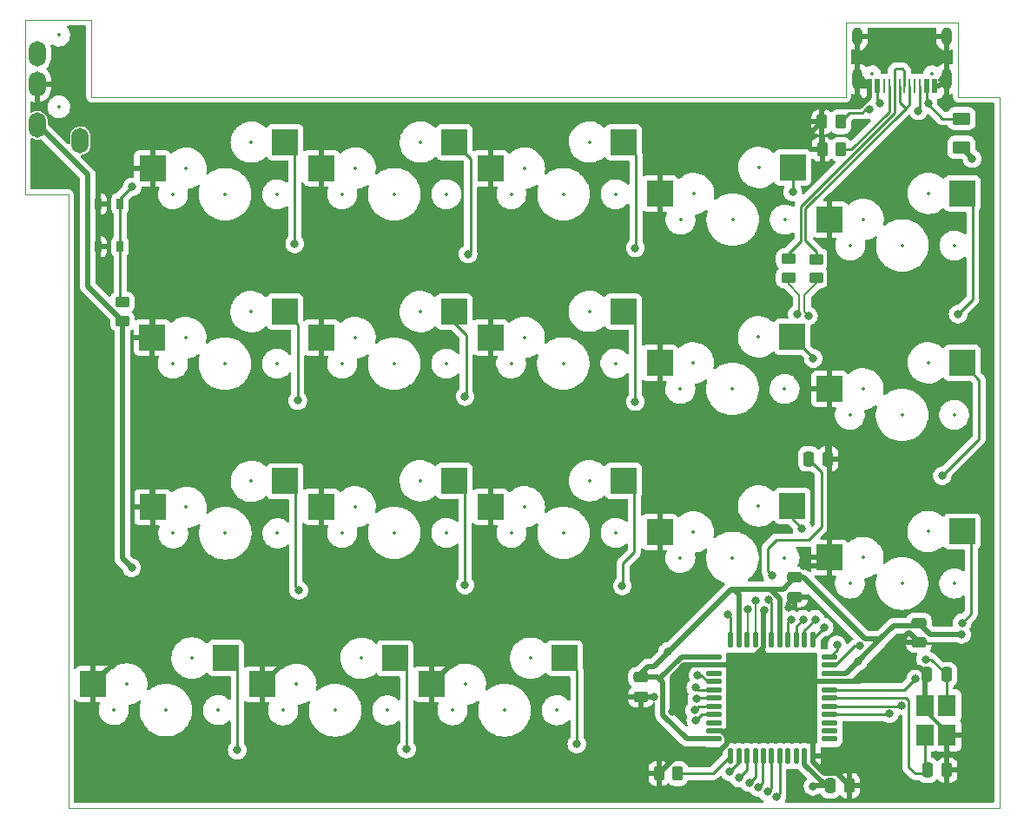
<source format=gbl>
%TF.GenerationSoftware,KiCad,Pcbnew,(6.0.6)*%
%TF.CreationDate,2022-12-14T08:05:18+09:00*%
%TF.ProjectId,split-mini__right,73706c69-742d-46d6-996e-695f5f726967,rev?*%
%TF.SameCoordinates,Original*%
%TF.FileFunction,Copper,L2,Bot*%
%TF.FilePolarity,Positive*%
%FSLAX46Y46*%
G04 Gerber Fmt 4.6, Leading zero omitted, Abs format (unit mm)*
G04 Created by KiCad (PCBNEW (6.0.6)) date 2022-12-14 08:05:18*
%MOMM*%
%LPD*%
G01*
G04 APERTURE LIST*
G04 Aperture macros list*
%AMRoundRect*
0 Rectangle with rounded corners*
0 $1 Rounding radius*
0 $2 $3 $4 $5 $6 $7 $8 $9 X,Y pos of 4 corners*
0 Add a 4 corners polygon primitive as box body*
4,1,4,$2,$3,$4,$5,$6,$7,$8,$9,$2,$3,0*
0 Add four circle primitives for the rounded corners*
1,1,$1+$1,$2,$3*
1,1,$1+$1,$4,$5*
1,1,$1+$1,$6,$7*
1,1,$1+$1,$8,$9*
0 Add four rect primitives between the rounded corners*
20,1,$1+$1,$2,$3,$4,$5,0*
20,1,$1+$1,$4,$5,$6,$7,0*
20,1,$1+$1,$6,$7,$8,$9,0*
20,1,$1+$1,$8,$9,$2,$3,0*%
G04 Aperture macros list end*
%TA.AperFunction,Profile*%
%ADD10C,0.100000*%
%TD*%
%TA.AperFunction,SMDPad,CuDef*%
%ADD11R,2.550000X2.500000*%
%TD*%
%TA.AperFunction,SMDPad,CuDef*%
%ADD12R,0.580000X1.400000*%
%TD*%
%TA.AperFunction,SMDPad,CuDef*%
%ADD13R,0.280000X1.400000*%
%TD*%
%TA.AperFunction,ComponentPad*%
%ADD14O,1.000000X1.800000*%
%TD*%
%TA.AperFunction,ComponentPad*%
%ADD15O,1.000000X2.100000*%
%TD*%
%TA.AperFunction,SMDPad,CuDef*%
%ADD16RoundRect,0.137500X-0.137500X0.600000X-0.137500X-0.600000X0.137500X-0.600000X0.137500X0.600000X0*%
%TD*%
%TA.AperFunction,SMDPad,CuDef*%
%ADD17RoundRect,0.137500X-0.600000X0.137500X-0.600000X-0.137500X0.600000X-0.137500X0.600000X0.137500X0*%
%TD*%
%TA.AperFunction,SMDPad,CuDef*%
%ADD18RoundRect,0.250000X-0.625000X0.375000X-0.625000X-0.375000X0.625000X-0.375000X0.625000X0.375000X0*%
%TD*%
%TA.AperFunction,SMDPad,CuDef*%
%ADD19RoundRect,0.250000X0.262500X0.450000X-0.262500X0.450000X-0.262500X-0.450000X0.262500X-0.450000X0*%
%TD*%
%TA.AperFunction,SMDPad,CuDef*%
%ADD20RoundRect,0.250000X-0.475000X0.250000X-0.475000X-0.250000X0.475000X-0.250000X0.475000X0.250000X0*%
%TD*%
%TA.AperFunction,ComponentPad*%
%ADD21O,1.700000X2.500000*%
%TD*%
%TA.AperFunction,SMDPad,CuDef*%
%ADD22RoundRect,0.250000X0.250000X0.475000X-0.250000X0.475000X-0.250000X-0.475000X0.250000X-0.475000X0*%
%TD*%
%TA.AperFunction,SMDPad,CuDef*%
%ADD23R,0.650000X1.050000*%
%TD*%
%TA.AperFunction,SMDPad,CuDef*%
%ADD24R,1.800000X2.100000*%
%TD*%
%TA.AperFunction,SMDPad,CuDef*%
%ADD25RoundRect,0.250000X-0.250000X-0.475000X0.250000X-0.475000X0.250000X0.475000X-0.250000X0.475000X0*%
%TD*%
%TA.AperFunction,SMDPad,CuDef*%
%ADD26RoundRect,0.250000X0.450000X-0.262500X0.450000X0.262500X-0.450000X0.262500X-0.450000X-0.262500X0*%
%TD*%
%TA.AperFunction,SMDPad,CuDef*%
%ADD27RoundRect,0.250000X-0.450000X0.262500X-0.450000X-0.262500X0.450000X-0.262500X0.450000X0.262500X0*%
%TD*%
%TA.AperFunction,ViaPad*%
%ADD28C,0.800000*%
%TD*%
%TA.AperFunction,Conductor*%
%ADD29C,0.250000*%
%TD*%
%TA.AperFunction,Conductor*%
%ADD30C,0.500000*%
%TD*%
%TA.AperFunction,Conductor*%
%ADD31C,0.350000*%
%TD*%
%TA.AperFunction,Conductor*%
%ADD32C,0.200000*%
%TD*%
%ADD33C,0.350000*%
%ADD34O,0.600000X1.400000*%
%ADD35O,0.600000X1.700000*%
%ADD36O,1.000000X1.500000*%
G04 APERTURE END LIST*
D10*
X26100000Y-26400000D02*
X26100000Y-18900000D01*
X19600000Y-18900000D02*
X19600000Y-35900000D01*
X23825000Y-95725000D02*
X114600000Y-95725000D01*
X114600000Y-26400000D02*
X110600000Y-26400000D01*
X99600000Y-19100000D02*
X99600000Y-26400000D01*
X23825000Y-35900000D02*
X19600000Y-35900000D01*
X23825000Y-35900000D02*
X23825000Y-95725000D01*
X110600000Y-19100000D02*
X99600000Y-19100000D01*
X26100000Y-18900000D02*
X19600000Y-18900000D01*
X114600000Y-95725000D02*
X114600000Y-26400000D01*
X99600000Y-26400000D02*
X26100000Y-26400000D01*
X110600000Y-26400000D02*
X110600000Y-19100000D01*
D11*
%TO.P,SW15,1,1*%
%TO.N,GND*%
X98015000Y-71310000D03*
%TO.P,SW15,2,2*%
%TO.N,/col14*%
X110942000Y-68770000D03*
%TD*%
%TO.P,SW7,1,1*%
%TO.N,GND*%
X48515000Y-49860000D03*
%TO.P,SW7,2,2*%
%TO.N,/col6*%
X61442000Y-47320000D03*
%TD*%
%TO.P,SW3,1,1*%
%TO.N,GND*%
X65015000Y-33330000D03*
%TO.P,SW3,2,2*%
%TO.N,/col2*%
X77942000Y-30790000D03*
%TD*%
%TO.P,SW6,1,1*%
%TO.N,GND*%
X32015000Y-49860000D03*
%TO.P,SW6,2,2*%
%TO.N,/col5*%
X44942000Y-47320000D03*
%TD*%
%TO.P,SW17,1,1*%
%TO.N,GND*%
X42755000Y-83680000D03*
%TO.P,SW17,2,2*%
%TO.N,/col16*%
X55682000Y-81140000D03*
%TD*%
%TO.P,SW14,1,1*%
%TO.N,GND*%
X81485000Y-68810000D03*
%TO.P,SW14,2,2*%
%TO.N,/col13*%
X94412000Y-66270000D03*
%TD*%
%TO.P,SW9,1,1*%
%TO.N,GND*%
X81485000Y-52320000D03*
%TO.P,SW9,2,2*%
%TO.N,/col8*%
X94412000Y-49780000D03*
%TD*%
%TO.P,SW8,1,1*%
%TO.N,GND*%
X64995000Y-49840000D03*
%TO.P,SW8,2,2*%
%TO.N,/col7*%
X77922000Y-47300000D03*
%TD*%
%TO.P,SW10,1,1*%
%TO.N,GND*%
X98025000Y-54860000D03*
%TO.P,SW10,2,2*%
%TO.N,/col9*%
X110952000Y-52320000D03*
%TD*%
%TO.P,SW11,1,1*%
%TO.N,GND*%
X32045000Y-66410000D03*
%TO.P,SW11,2,2*%
%TO.N,/col10*%
X44972000Y-63870000D03*
%TD*%
%TO.P,SW1,1,1*%
%TO.N,GND*%
X32035000Y-33330000D03*
%TO.P,SW1,2,2*%
%TO.N,/col0*%
X44962000Y-30790000D03*
%TD*%
%TO.P,SW12,1,1*%
%TO.N,GND*%
X48515000Y-66360000D03*
%TO.P,SW12,2,2*%
%TO.N,/col11*%
X61442000Y-63820000D03*
%TD*%
%TO.P,SW5,1,1*%
%TO.N,GND*%
X98045000Y-38330000D03*
%TO.P,SW5,2,2*%
%TO.N,/col4*%
X110972000Y-35790000D03*
%TD*%
%TO.P,SW2,1,1*%
%TO.N,GND*%
X48525000Y-33330000D03*
%TO.P,SW2,2,2*%
%TO.N,/col1*%
X61452000Y-30790000D03*
%TD*%
%TO.P,SW13,1,1*%
%TO.N,GND*%
X65015000Y-66360000D03*
%TO.P,SW13,2,2*%
%TO.N,/col12*%
X77942000Y-63820000D03*
%TD*%
%TO.P,SW16,1,1*%
%TO.N,GND*%
X26265000Y-83660000D03*
%TO.P,SW16,2,2*%
%TO.N,/col15*%
X39192000Y-81120000D03*
%TD*%
%TO.P,SW4,1,1*%
%TO.N,GND*%
X81515000Y-35810000D03*
%TO.P,SW4,2,2*%
%TO.N,/col3*%
X94442000Y-33270000D03*
%TD*%
%TO.P,SW18,1,1*%
%TO.N,GND*%
X59275000Y-83670000D03*
%TO.P,SW18,2,2*%
%TO.N,/col17*%
X72202000Y-81130000D03*
%TD*%
D12*
%TO.P,J1,A1,GND*%
%TO.N,GND*%
X101900000Y-25340000D03*
%TO.P,J1,A4,VBUS*%
%TO.N,Net-(F1-Pad1)*%
X102700000Y-25340000D03*
D13*
%TO.P,J1,A5,CC1*%
%TO.N,Net-(J1-PadA5)*%
X103850000Y-25340000D03*
%TO.P,J1,A6,D+*%
%TO.N,Net-(J1-PadA6)*%
X104850000Y-25340000D03*
%TO.P,J1,A7,D-*%
%TO.N,Net-(J1-PadA7)*%
X105350000Y-25340000D03*
%TO.P,J1,A8,SBU1*%
%TO.N,unconnected-(J1-PadA8)*%
X106350000Y-25340000D03*
D12*
%TO.P,J1,A9,VBUS*%
%TO.N,Net-(F1-Pad1)*%
X107500000Y-25340000D03*
%TO.P,J1,A12,GND*%
%TO.N,GND*%
X108300000Y-25340000D03*
%TO.P,J1,B1,GND*%
X108300000Y-25340000D03*
%TO.P,J1,B4,VBUS*%
%TO.N,Net-(F1-Pad1)*%
X107500000Y-25340000D03*
D13*
%TO.P,J1,B5,CC2*%
%TO.N,Net-(J1-PadB5)*%
X106850000Y-25340000D03*
%TO.P,J1,B6,D+*%
%TO.N,Net-(J1-PadA6)*%
X105850000Y-25340000D03*
%TO.P,J1,B7,D-*%
%TO.N,Net-(J1-PadA7)*%
X104350000Y-25340000D03*
%TO.P,J1,B8,SBU2*%
%TO.N,unconnected-(J1-PadB8)*%
X103350000Y-25340000D03*
D12*
%TO.P,J1,B9,VBUS*%
%TO.N,Net-(F1-Pad1)*%
X102700000Y-25340000D03*
%TO.P,J1,B12,GND*%
%TO.N,GND*%
X101900000Y-25340000D03*
D14*
%TO.P,J1,S1,SHIELD*%
X109420000Y-20460000D03*
D15*
X100780000Y-24640000D03*
X109420000Y-24640000D03*
D14*
X100780000Y-20460000D03*
%TD*%
D16*
%TO.P,U1,1,PE6*%
%TO.N,/col2*%
X88390000Y-79352500D03*
%TO.P,U1,2,UVCC*%
%TO.N,VCC*%
X89190000Y-79352500D03*
%TO.P,U1,3,D-*%
%TO.N,D-*%
X89990000Y-79352500D03*
%TO.P,U1,4,D+*%
%TO.N,D+*%
X90790000Y-79352500D03*
%TO.P,U1,5,UGND*%
%TO.N,GND*%
X91590000Y-79352500D03*
%TO.P,U1,6,UCAP*%
%TO.N,Net-(C1-Pad1)*%
X92390000Y-79352500D03*
%TO.P,U1,7,VBUS*%
%TO.N,VCC*%
X93190000Y-79352500D03*
%TO.P,U1,8,PB0*%
%TO.N,/col13*%
X93990000Y-79352500D03*
%TO.P,U1,9,PB1*%
%TO.N,/col8*%
X94790000Y-79352500D03*
%TO.P,U1,10,PB2*%
%TO.N,/col3*%
X95590000Y-79352500D03*
%TO.P,U1,11,PB3*%
%TO.N,/col4*%
X96390000Y-79352500D03*
D17*
%TO.P,U1,12,PB7*%
%TO.N,/col9*%
X98052500Y-81015000D03*
%TO.P,U1,13,~{RESET}*%
%TO.N,RESET*%
X98052500Y-81815000D03*
%TO.P,U1,14,VCC*%
%TO.N,VCC*%
X98052500Y-82615000D03*
%TO.P,U1,15,GND*%
%TO.N,GND*%
X98052500Y-83415000D03*
%TO.P,U1,16,XTAL2*%
%TO.N,XTAL2*%
X98052500Y-84215000D03*
%TO.P,U1,17,XTAL1*%
%TO.N,XTAL1*%
X98052500Y-85015000D03*
%TO.P,U1,18,PD0*%
%TO.N,SCL*%
X98052500Y-85815000D03*
%TO.P,U1,19,PD1*%
%TO.N,/col14*%
X98052500Y-86615000D03*
%TO.P,U1,20,PD2*%
%TO.N,unconnected-(U1-Pad20)*%
X98052500Y-87415000D03*
%TO.P,U1,21,PD3*%
%TO.N,unconnected-(U1-Pad21)*%
X98052500Y-88215000D03*
%TO.P,U1,22,PD5*%
%TO.N,unconnected-(U1-Pad22)*%
X98052500Y-89015000D03*
D16*
%TO.P,U1,23,GND*%
%TO.N,GND*%
X96390000Y-90677500D03*
%TO.P,U1,24,AVCC*%
%TO.N,VCC*%
X95590000Y-90677500D03*
%TO.P,U1,25,PD4*%
%TO.N,unconnected-(U1-Pad25)*%
X94790000Y-90677500D03*
%TO.P,U1,26,PD6*%
%TO.N,unconnected-(U1-Pad26)*%
X93990000Y-90677500D03*
%TO.P,U1,27,PD7*%
%TO.N,/col15*%
X93190000Y-90677500D03*
%TO.P,U1,28,PB4*%
%TO.N,/col16*%
X92390000Y-90677500D03*
%TO.P,U1,29,PB5*%
%TO.N,/col17*%
X91590000Y-90677500D03*
%TO.P,U1,30,PB6*%
%TO.N,/col10*%
X90790000Y-90677500D03*
%TO.P,U1,31,PC6*%
%TO.N,/col11*%
X89990000Y-90677500D03*
%TO.P,U1,32,PC7*%
%TO.N,/col12*%
X89190000Y-90677500D03*
%TO.P,U1,33,~{HWB}/PE2*%
%TO.N,Net-(R5-Pad1)*%
X88390000Y-90677500D03*
D17*
%TO.P,U1,34,VCC*%
%TO.N,VCC*%
X86727500Y-89015000D03*
%TO.P,U1,35,GND*%
%TO.N,GND*%
X86727500Y-88215000D03*
%TO.P,U1,36,PF7*%
%TO.N,unconnected-(U1-Pad36)*%
X86727500Y-87415000D03*
%TO.P,U1,37,PF6*%
%TO.N,/col5*%
X86727500Y-86615000D03*
%TO.P,U1,38,PF5*%
%TO.N,/col6*%
X86727500Y-85815000D03*
%TO.P,U1,39,PF4*%
%TO.N,/col7*%
X86727500Y-85015000D03*
%TO.P,U1,40,PF1*%
%TO.N,/col0*%
X86727500Y-84215000D03*
%TO.P,U1,41,PF0*%
%TO.N,/col1*%
X86727500Y-83415000D03*
%TO.P,U1,42,AREF*%
%TO.N,unconnected-(U1-Pad42)*%
X86727500Y-82615000D03*
%TO.P,U1,43,GND*%
%TO.N,GND*%
X86727500Y-81815000D03*
%TO.P,U1,44,AVCC*%
%TO.N,VCC*%
X86727500Y-81015000D03*
%TD*%
D18*
%TO.P,F1,1*%
%TO.N,Net-(F1-Pad1)*%
X110900000Y-28500000D03*
%TO.P,F1,2*%
%TO.N,VCC*%
X110900000Y-31300000D03*
%TD*%
D19*
%TO.P,R5,1*%
%TO.N,Net-(R5-Pad1)*%
X83232500Y-92385000D03*
%TO.P,R5,2*%
%TO.N,GND*%
X81407500Y-92385000D03*
%TD*%
%TO.P,R1,1*%
%TO.N,Net-(J1-PadA5)*%
X99150000Y-31500000D03*
%TO.P,R1,2*%
%TO.N,GND*%
X97325000Y-31500000D03*
%TD*%
D20*
%TO.P,C5,1*%
%TO.N,VCC*%
X106750000Y-77700000D03*
%TO.P,C5,2*%
%TO.N,GND*%
X106750000Y-79600000D03*
%TD*%
D21*
%TO.P,J2,A*%
%TO.N,unconnected-(J2-PadA)*%
X25000000Y-30650000D03*
%TO.P,J2,B*%
%TO.N,SCL*%
X20800000Y-22150000D03*
%TO.P,J2,C*%
%TO.N,GND*%
X20800000Y-25150000D03*
%TO.P,J2,D*%
%TO.N,VCC*%
X20800000Y-29150000D03*
%TD*%
D22*
%TO.P,C7,1*%
%TO.N,XTAL2*%
X109450000Y-82750000D03*
%TO.P,C7,2*%
%TO.N,GND*%
X107550000Y-82750000D03*
%TD*%
D19*
%TO.P,R2,1*%
%TO.N,Net-(J1-PadB5)*%
X99130000Y-28810000D03*
%TO.P,R2,2*%
%TO.N,GND*%
X97305000Y-28810000D03*
%TD*%
D23*
%TO.P,RESET1,1,A*%
%TO.N,GND*%
X26720000Y-36820000D03*
%TO.P,RESET1,2,B*%
X26720000Y-40980000D03*
%TO.P,RESET1,3,C*%
%TO.N,RESET*%
X28880000Y-36820000D03*
%TO.P,RESET1,4,D*%
X28880000Y-40980000D03*
%TD*%
D24*
%TO.P,Y1,1,1*%
%TO.N,XTAL1*%
X107300000Y-88650000D03*
%TO.P,Y1,2,2*%
%TO.N,GND*%
X107300000Y-85750000D03*
%TO.P,Y1,3,3*%
%TO.N,XTAL2*%
X109500000Y-85750000D03*
%TO.P,Y1,4,4*%
%TO.N,GND*%
X109500000Y-88650000D03*
%TD*%
D25*
%TO.P,C4,1*%
%TO.N,VCC*%
X98100000Y-93565000D03*
%TO.P,C4,2*%
%TO.N,GND*%
X100000000Y-93565000D03*
%TD*%
D20*
%TO.P,C2,1*%
%TO.N,VCC*%
X94650000Y-73250000D03*
%TO.P,C2,2*%
%TO.N,GND*%
X94650000Y-75150000D03*
%TD*%
D26*
%TO.P,R6,1*%
%TO.N,VCC*%
X29100000Y-48212500D03*
%TO.P,R6,2*%
%TO.N,RESET*%
X29100000Y-46387500D03*
%TD*%
D22*
%TO.P,C6,1*%
%TO.N,GND*%
X109500000Y-92050000D03*
%TO.P,C6,2*%
%TO.N,XTAL1*%
X107600000Y-92050000D03*
%TD*%
D27*
%TO.P,R4,1*%
%TO.N,Net-(J1-PadA6)*%
X96750000Y-42200000D03*
X96750000Y-42200000D03*
%TO.P,R4,2*%
%TO.N,D+*%
X96750000Y-44025000D03*
%TD*%
%TO.P,R3,1*%
%TO.N,Net-(J1-PadA7)*%
X94020000Y-42190000D03*
%TO.P,R3,2*%
%TO.N,D-*%
X94020000Y-44015000D03*
%TD*%
D20*
%TO.P,C3,1*%
%TO.N,VCC*%
X79650000Y-83000000D03*
%TO.P,C3,2*%
%TO.N,GND*%
X79650000Y-84900000D03*
%TD*%
D25*
%TO.P,C1,1*%
%TO.N,Net-(C1-Pad1)*%
X96000000Y-61700000D03*
%TO.P,C1,2*%
%TO.N,GND*%
X97900000Y-61700000D03*
%TD*%
D28*
%TO.N,GND*%
X104140000Y-91440000D03*
%TO.N,/col16*%
X91984939Y-94175500D03*
%TO.N,VCC*%
X96425000Y-93625000D03*
X100830025Y-81430025D03*
X82275500Y-80475000D03*
X30000000Y-72300000D03*
%TO.N,/col12*%
X88300000Y-92200000D03*
%TO.N,/col11*%
X89200000Y-92825500D03*
%TO.N,/col10*%
X90200000Y-93275500D03*
%TO.N,/col17*%
X91092470Y-93725500D03*
%TO.N,/col15*%
X92871416Y-94637195D03*
%TO.N,/col17*%
X73400000Y-89500000D03*
%TO.N,/col16*%
X56800000Y-90000000D03*
%TO.N,/col15*%
X40300000Y-90100000D03*
%TO.N,/col10*%
X46300000Y-74500000D03*
%TO.N,/col11*%
X62500000Y-74000000D03*
%TO.N,/col12*%
X77825000Y-74075000D03*
%TO.N,/col5*%
X85000000Y-87200000D03*
%TO.N,/col6*%
X84900000Y-86200000D03*
%TO.N,/col7*%
X85100000Y-85100000D03*
X79100000Y-56100000D03*
%TO.N,/col6*%
X62500000Y-55600000D03*
%TO.N,/col5*%
X46200000Y-56000000D03*
%TO.N,/col0*%
X85000000Y-84000000D03*
%TO.N,/col1*%
X85200000Y-82800000D03*
%TO.N,/col2*%
X88100000Y-76900000D03*
%TO.N,Net-(C1-Pad1)*%
X92099312Y-75450688D03*
X92450000Y-73050000D03*
%TO.N,GND*%
X91665500Y-76417409D03*
X82700438Y-86349062D03*
X94039500Y-76200000D03*
X95500000Y-72100000D03*
X80900000Y-84900000D03*
%TO.N,VCC*%
X110900000Y-78800000D03*
X111925000Y-32400000D03*
%TO.N,XTAL2*%
X106450500Y-83113188D03*
X107400000Y-81249500D03*
%TO.N,Net-(F1-Pad1)*%
X102900000Y-27000000D03*
X107650000Y-27000000D03*
%TO.N,Net-(J1-PadB5)*%
X106700000Y-27724500D03*
X101925688Y-27625688D03*
%TO.N,SCL*%
X105025500Y-85739500D03*
%TO.N,D-*%
X90090500Y-76350000D03*
X94900000Y-47600000D03*
%TO.N,D+*%
X90850000Y-75550000D03*
X95975653Y-47737174D03*
%TO.N,RESET*%
X30050000Y-35150000D03*
X101012696Y-79953836D03*
%TO.N,/col0*%
X45900000Y-40700000D03*
%TO.N,/col1*%
X62800000Y-41700000D03*
%TO.N,/col2*%
X79100000Y-41100000D03*
%TO.N,/col3*%
X94450000Y-35650000D03*
X96650000Y-77350000D03*
%TO.N,/col4*%
X97500000Y-78100000D03*
X110575000Y-47575000D03*
%TO.N,/col8*%
X95450000Y-77350000D03*
X96449500Y-51900000D03*
%TO.N,/col9*%
X98750000Y-79850000D03*
X109025000Y-63325000D03*
%TO.N,/col13*%
X94305368Y-77344632D03*
X95350000Y-68450000D03*
%TO.N,/col14*%
X110962147Y-77687146D03*
X103875000Y-86539500D03*
%TD*%
D29*
%TO.N,/col9*%
X109025000Y-63325000D02*
X112612667Y-59737333D01*
X112612667Y-59737333D02*
X112612667Y-53980667D01*
X112612667Y-53980667D02*
X110952000Y-52320000D01*
%TO.N,RESET*%
X100505238Y-79953836D02*
X98644074Y-81815000D01*
X101012696Y-79953836D02*
X100505238Y-79953836D01*
X98644074Y-81815000D02*
X98052500Y-81815000D01*
D30*
%TO.N,VCC*%
X29100000Y-48212500D02*
X25725000Y-44837500D01*
X25725000Y-44837500D02*
X25725000Y-33975000D01*
X25725000Y-33975000D02*
X20900000Y-29150000D01*
X20900000Y-29150000D02*
X20800000Y-29150000D01*
X91500000Y-74400000D02*
X88475000Y-74400000D01*
X88475000Y-74400000D02*
X80950000Y-81925000D01*
X80950000Y-81925000D02*
X80350000Y-81925000D01*
X80350000Y-81925000D02*
X79650000Y-82625000D01*
X79650000Y-82625000D02*
X79650000Y-83000000D01*
X96425000Y-93625000D02*
X96485000Y-93565000D01*
X96485000Y-93565000D02*
X98100000Y-93565000D01*
D29*
%TO.N,/col14*%
X103875000Y-86539500D02*
X103799500Y-86615000D01*
X103799500Y-86615000D02*
X98052500Y-86615000D01*
D30*
%TO.N,VCC*%
X110900000Y-78800000D02*
X107850000Y-78800000D01*
X107850000Y-78800000D02*
X106750000Y-77700000D01*
D29*
%TO.N,/col14*%
X110962147Y-77687146D02*
X111850000Y-76799293D01*
X111850000Y-76799293D02*
X111850000Y-69678000D01*
X111850000Y-69678000D02*
X110942000Y-68770000D01*
D30*
%TO.N,VCC*%
X111925000Y-32400000D02*
X111925000Y-32325000D01*
X111925000Y-32325000D02*
X110900000Y-31300000D01*
D29*
%TO.N,/col4*%
X110575000Y-47575000D02*
X112000000Y-46150000D01*
X112000000Y-46150000D02*
X112000000Y-36818000D01*
X112000000Y-36818000D02*
X110972000Y-35790000D01*
%TO.N,XTAL2*%
X105348688Y-84215000D02*
X98052500Y-84215000D01*
X106450500Y-83113188D02*
X105348688Y-84215000D01*
X107949500Y-81249500D02*
X109450000Y-82750000D01*
X107400000Y-81249500D02*
X107949500Y-81249500D01*
%TO.N,/col12*%
X77900000Y-74000000D02*
X77900000Y-71900000D01*
X77825000Y-74075000D02*
X77900000Y-74000000D01*
X77900000Y-71900000D02*
X79000000Y-70800000D01*
X79000000Y-70800000D02*
X79000000Y-64878000D01*
X79000000Y-64878000D02*
X77942000Y-63820000D01*
%TO.N,/col15*%
X93190000Y-90677500D02*
X93190000Y-94318611D01*
X93190000Y-94318611D02*
X92871416Y-94637195D01*
%TO.N,/col16*%
X91984939Y-94175500D02*
X92390000Y-93770439D01*
X92390000Y-93770439D02*
X92390000Y-90677500D01*
%TO.N,/col17*%
X91590000Y-90677500D02*
X91534939Y-90732561D01*
X91534939Y-90732561D02*
X91534939Y-93283031D01*
X91534939Y-93283031D02*
X91092470Y-93725500D01*
D30*
%TO.N,GND*%
X105750000Y-78650000D02*
X102400000Y-82000000D01*
X107550000Y-82750000D02*
X106800000Y-82000000D01*
X102400000Y-82000000D02*
X100985000Y-83415000D01*
X106800000Y-82000000D02*
X102400000Y-82000000D01*
%TO.N,VCC*%
X100830025Y-81430025D02*
X99645050Y-82615000D01*
%TO.N,GND*%
X106750000Y-79600000D02*
X105800000Y-78650000D01*
X105800000Y-78650000D02*
X105750000Y-78650000D01*
X100985000Y-83415000D02*
X99835000Y-83415000D01*
%TO.N,VCC*%
X81475000Y-83175000D02*
X81800000Y-83500000D01*
X81800000Y-83500000D02*
X81800000Y-86650000D01*
X81800000Y-86650000D02*
X84165000Y-89015000D01*
X84165000Y-89015000D02*
X86727500Y-89015000D01*
%TO.N,GND*%
X80900000Y-84900000D02*
X79650000Y-84900000D01*
D29*
%TO.N,/col11*%
X62500000Y-74000000D02*
X62500000Y-64878000D01*
X62500000Y-64878000D02*
X61442000Y-63820000D01*
%TO.N,/col10*%
X46300000Y-74500000D02*
X46000000Y-74200000D01*
X46000000Y-74200000D02*
X46000000Y-64898000D01*
X46000000Y-64898000D02*
X44972000Y-63870000D01*
D30*
%TO.N,VCC*%
X29100000Y-71400000D02*
X30000000Y-72300000D01*
X29100000Y-48212500D02*
X29100000Y-71400000D01*
D29*
%TO.N,/col10*%
X90790000Y-90677500D02*
X90790000Y-92685500D01*
X90790000Y-92685500D02*
X90200000Y-93275500D01*
%TO.N,/col11*%
X89200000Y-92825500D02*
X89990000Y-92035500D01*
X89990000Y-92035500D02*
X89990000Y-90677500D01*
%TO.N,/col12*%
X88300000Y-92159074D02*
X88300000Y-92200000D01*
X89190000Y-91269074D02*
X88300000Y-92159074D01*
X89190000Y-90677500D02*
X89190000Y-91269074D01*
%TO.N,/col17*%
X73400000Y-82328000D02*
X73400000Y-89500000D01*
X72202000Y-81130000D02*
X73400000Y-82328000D01*
%TO.N,/col16*%
X56800000Y-82258000D02*
X56800000Y-90000000D01*
X55682000Y-81140000D02*
X56800000Y-82258000D01*
%TO.N,/col15*%
X40300000Y-82228000D02*
X40300000Y-90100000D01*
X39192000Y-81120000D02*
X40300000Y-82228000D01*
%TO.N,/col8*%
X96449500Y-51900000D02*
X96449500Y-51817500D01*
X96449500Y-51817500D02*
X94412000Y-49780000D01*
%TO.N,/col4*%
X97500000Y-78100000D02*
X96390000Y-79210000D01*
X96390000Y-79210000D02*
X96390000Y-79352500D01*
D30*
%TO.N,GND*%
X95500000Y-72100000D02*
X97225000Y-72100000D01*
X97225000Y-72100000D02*
X98015000Y-71310000D01*
D29*
%TO.N,/col6*%
X62500000Y-55600000D02*
X62600000Y-55500000D01*
X62600000Y-55500000D02*
X62600000Y-49600000D01*
X62600000Y-49600000D02*
X61442000Y-48442000D01*
X61442000Y-48442000D02*
X61442000Y-47320000D01*
%TO.N,/col5*%
X85585000Y-86615000D02*
X85000000Y-87200000D01*
X86727500Y-86615000D02*
X85585000Y-86615000D01*
%TO.N,/col6*%
X86727500Y-85815000D02*
X86717500Y-85825000D01*
X86717500Y-85825000D02*
X85275000Y-85825000D01*
X85275000Y-85825000D02*
X84900000Y-86200000D01*
%TO.N,/col7*%
X85185000Y-85015000D02*
X85100000Y-85100000D01*
X86727500Y-85015000D02*
X85185000Y-85015000D01*
D30*
%TO.N,GND*%
X82700438Y-86349062D02*
X82700438Y-82939512D01*
X82700438Y-82939512D02*
X83824950Y-81815000D01*
X83824950Y-81815000D02*
X86727500Y-81815000D01*
D29*
%TO.N,/col7*%
X79100000Y-48478000D02*
X79100000Y-56100000D01*
X77922000Y-47300000D02*
X79100000Y-48478000D01*
%TO.N,/col5*%
X46200000Y-48578000D02*
X46200000Y-56000000D01*
X44942000Y-47320000D02*
X46200000Y-48578000D01*
%TO.N,/col0*%
X85000000Y-84000000D02*
X85215000Y-84215000D01*
X85215000Y-84215000D02*
X86727500Y-84215000D01*
X45900000Y-40700000D02*
X45900000Y-31728000D01*
X45900000Y-31728000D02*
X44962000Y-30790000D01*
%TO.N,/col2*%
X79100000Y-41100000D02*
X79150000Y-41050000D01*
X79150000Y-41050000D02*
X79150000Y-31998000D01*
X79150000Y-31998000D02*
X77942000Y-30790000D01*
%TO.N,/col1*%
X85520926Y-82800000D02*
X85200000Y-82800000D01*
X86135926Y-83415000D02*
X85520926Y-82800000D01*
X86727500Y-83415000D02*
X86135926Y-83415000D01*
%TO.N,/col2*%
X88390000Y-77190000D02*
X88100000Y-76900000D01*
X88390000Y-79352500D02*
X88390000Y-77190000D01*
%TO.N,Net-(C1-Pad1)*%
X97250000Y-68350000D02*
X96000000Y-69600000D01*
X92390000Y-75741376D02*
X92390000Y-79352500D01*
X92050000Y-72650000D02*
X92450000Y-73050000D01*
X92099312Y-75450688D02*
X92390000Y-75741376D01*
X96000000Y-69600000D02*
X92850000Y-69600000D01*
X92050000Y-70400000D02*
X92050000Y-72650000D01*
X96000000Y-61700000D02*
X97250000Y-62950000D01*
X97250000Y-62950000D02*
X97250000Y-68350000D01*
X92850000Y-69600000D02*
X92050000Y-70400000D01*
D30*
%TO.N,GND*%
X26720000Y-35330000D02*
X27350000Y-34700000D01*
X95415000Y-30700000D02*
X83200000Y-30700000D01*
X109420000Y-24640000D02*
X109420000Y-20460000D01*
X27350000Y-34700000D02*
X28720000Y-33330000D01*
X109500000Y-92050000D02*
X109500000Y-88650000D01*
X65015000Y-33330000D02*
X65015000Y-49820000D01*
X89585000Y-81815000D02*
X89895850Y-81815000D01*
X59275000Y-83670000D02*
X59275000Y-87725000D01*
X89895850Y-81815000D02*
X91590000Y-80120850D01*
X96390000Y-90677500D02*
X96390000Y-88790000D01*
X48515000Y-49860000D02*
X48515000Y-33340000D01*
X98045000Y-54840000D02*
X98025000Y-54860000D01*
X100780000Y-24640000D02*
X101200000Y-24640000D01*
X97900000Y-61700000D02*
X98025000Y-61575000D01*
X91665500Y-76417409D02*
X91550000Y-76532909D01*
X94039500Y-75760500D02*
X94650000Y-75150000D01*
X48515000Y-77920000D02*
X46942500Y-79492500D01*
X88050000Y-88769150D02*
X87495850Y-88215000D01*
X97305000Y-28810000D02*
X95415000Y-30700000D01*
X92450000Y-83250000D02*
X92615000Y-83415000D01*
X107550000Y-82750000D02*
X107300000Y-83000000D01*
X83692500Y-90100000D02*
X87450000Y-90100000D01*
X81515000Y-32385000D02*
X81515000Y-35810000D01*
X68450000Y-28050000D02*
X65015000Y-31485000D01*
X98015000Y-61815000D02*
X98015000Y-71310000D01*
X64172500Y-78772500D02*
X65015000Y-77930000D01*
X98045000Y-38330000D02*
X98045000Y-54840000D01*
X32035000Y-49840000D02*
X32015000Y-49860000D01*
X101000000Y-27350000D02*
X97650000Y-27350000D01*
X93800000Y-86200000D02*
X92450000Y-86200000D01*
X65015000Y-77930000D02*
X65015000Y-66360000D01*
X65015000Y-49820000D02*
X64995000Y-49840000D01*
X79700000Y-28050000D02*
X68450000Y-28050000D01*
X87450000Y-90100000D02*
X87450000Y-90049150D01*
X91015000Y-81815000D02*
X89585000Y-81815000D01*
X22900000Y-25150000D02*
X27350000Y-29600000D01*
X27350000Y-29600000D02*
X27350000Y-34700000D01*
X59275000Y-87725000D02*
X62496250Y-90946250D01*
X65015000Y-31485000D02*
X65015000Y-33330000D01*
X20800000Y-25150000D02*
X22900000Y-25150000D01*
X82846250Y-90946250D02*
X83692500Y-90100000D01*
X99835000Y-83415000D02*
X98052500Y-83415000D01*
X97479950Y-92390000D02*
X96390000Y-91300050D01*
X91590000Y-80120850D02*
X91590000Y-79352500D01*
X92450000Y-86200000D02*
X92450000Y-83250000D01*
X97305000Y-27695000D02*
X97305000Y-28810000D01*
X92450000Y-83250000D02*
X91015000Y-81815000D01*
X28720000Y-33330000D02*
X32035000Y-33330000D01*
X65015000Y-66360000D02*
X65015000Y-49860000D01*
X97900000Y-61700000D02*
X98015000Y-61815000D01*
D31*
X109500000Y-88345000D02*
X109500000Y-88650000D01*
D30*
X62496250Y-90946250D02*
X82846250Y-90946250D01*
X48515000Y-66360000D02*
X48515000Y-77365000D01*
X87450000Y-90049150D02*
X88050000Y-89449150D01*
X26720000Y-36820000D02*
X26720000Y-40980000D01*
X32045000Y-77880000D02*
X26265000Y-83660000D01*
X101900000Y-25340000D02*
X101900000Y-26450000D01*
X82775000Y-31125000D02*
X81515000Y-32385000D01*
X48515000Y-77365000D02*
X62765000Y-77365000D01*
X91590000Y-76492909D02*
X91590000Y-79352500D01*
X48515000Y-66360000D02*
X48515000Y-49860000D01*
X48515000Y-77365000D02*
X48515000Y-77920000D01*
X46942500Y-79492500D02*
X42755000Y-83680000D01*
X98825000Y-92390000D02*
X97479950Y-92390000D01*
X91665500Y-76417409D02*
X91590000Y-76492909D01*
X32045000Y-66410000D02*
X32045000Y-77880000D01*
D31*
X107300000Y-85750000D02*
X107300000Y-86145000D01*
D30*
X97650000Y-27350000D02*
X97305000Y-27695000D01*
X81485000Y-68810000D02*
X81485000Y-52320000D01*
X48515000Y-33340000D02*
X48525000Y-33330000D01*
X108720000Y-25340000D02*
X109420000Y-24640000D01*
X88050000Y-88769150D02*
X89880850Y-88769150D01*
X89880850Y-88769150D02*
X92450000Y-86200000D01*
X92615000Y-83415000D02*
X98052500Y-83415000D01*
X65015000Y-49860000D02*
X64995000Y-49840000D01*
X45330000Y-77880000D02*
X46942500Y-79492500D01*
X94039500Y-76200000D02*
X94039500Y-75760500D01*
X100780000Y-20460000D02*
X100780000Y-24640000D01*
X87495850Y-88215000D02*
X86727500Y-88215000D01*
X101900000Y-26450000D02*
X101000000Y-27350000D01*
D31*
X107300000Y-86145000D02*
X109500000Y-88345000D01*
D30*
X97305000Y-28810000D02*
X97305000Y-31480000D01*
X81485000Y-52320000D02*
X81485000Y-35840000D01*
X86727500Y-81815000D02*
X89585000Y-81815000D01*
X107300000Y-83000000D02*
X107300000Y-85750000D01*
X32045000Y-77880000D02*
X45330000Y-77880000D01*
X98025000Y-61575000D02*
X98025000Y-54860000D01*
X96390000Y-88790000D02*
X93800000Y-86200000D01*
X81407500Y-92385000D02*
X82846250Y-90946250D01*
X26720000Y-36820000D02*
X26720000Y-35330000D01*
X83200000Y-30700000D02*
X82775000Y-31125000D01*
X100000000Y-93565000D02*
X98825000Y-92390000D01*
X62765000Y-77365000D02*
X64172500Y-78772500D01*
X32015000Y-66380000D02*
X32045000Y-66410000D01*
X88050000Y-89449150D02*
X88050000Y-88769150D01*
X32035000Y-33330000D02*
X32035000Y-49840000D01*
X101200000Y-24640000D02*
X101900000Y-25340000D01*
X59275000Y-83670000D02*
X64172500Y-78772500D01*
X32015000Y-49860000D02*
X32015000Y-66380000D01*
X97305000Y-31480000D02*
X97325000Y-31500000D01*
X108300000Y-25340000D02*
X108720000Y-25340000D01*
X81485000Y-35840000D02*
X81515000Y-35810000D01*
X82775000Y-31125000D02*
X79700000Y-28050000D01*
X109420000Y-20460000D02*
X100780000Y-20460000D01*
X96390000Y-91300050D02*
X96390000Y-90677500D01*
%TO.N,VCC*%
X79650000Y-83000000D02*
X81300000Y-83000000D01*
X83635000Y-81015000D02*
X86727500Y-81015000D01*
X94650000Y-73250000D02*
X95500000Y-73250000D01*
X89190000Y-74940000D02*
X88650000Y-74400000D01*
X93190000Y-75340000D02*
X92250000Y-74400000D01*
X98100000Y-93565000D02*
X97665000Y-93565000D01*
X81300000Y-83000000D02*
X81475000Y-83175000D01*
X97665000Y-93565000D02*
X95590000Y-91490000D01*
X106500000Y-77950000D02*
X104310051Y-77950000D01*
X106750000Y-77700000D02*
X106500000Y-77950000D01*
X94650000Y-73250000D02*
X93500000Y-74400000D01*
X81475000Y-83175000D02*
X83635000Y-81015000D01*
X92250000Y-74400000D02*
X91500000Y-74400000D01*
X89190000Y-79352500D02*
X89190000Y-74940000D01*
X95590000Y-91490000D02*
X95590000Y-90677500D01*
X95500000Y-73250000D02*
X101530025Y-79280025D01*
X101530025Y-79280025D02*
X102980025Y-79280025D01*
X102980025Y-79280025D02*
X100830025Y-81430025D01*
X93190000Y-79352500D02*
X93190000Y-75340000D01*
X99645050Y-82615000D02*
X98052500Y-82615000D01*
X93500000Y-74400000D02*
X91500000Y-74400000D01*
X104310051Y-77950000D02*
X102980025Y-79280025D01*
D29*
%TO.N,XTAL1*%
X105515000Y-85015000D02*
X98052500Y-85015000D01*
X107300000Y-88650000D02*
X107300000Y-91750000D01*
X107600000Y-92050000D02*
X107275000Y-92375000D01*
X105750000Y-91750000D02*
X105750000Y-85250000D01*
X105750000Y-85250000D02*
X105515000Y-85015000D01*
X106375000Y-92375000D02*
X105750000Y-91750000D01*
X107275000Y-92375000D02*
X106375000Y-92375000D01*
X107300000Y-91750000D02*
X107600000Y-92050000D01*
%TO.N,XTAL2*%
X109450000Y-85105000D02*
X109500000Y-85155000D01*
X109500000Y-85155000D02*
X109500000Y-85750000D01*
X109450000Y-82750000D02*
X109450000Y-85105000D01*
%TO.N,Net-(F1-Pad1)*%
X109050000Y-28500000D02*
X110900000Y-28500000D01*
X107500000Y-25340000D02*
X107500000Y-26950000D01*
X102700000Y-25340000D02*
X102700000Y-26800000D01*
X107500000Y-26950000D02*
X109050000Y-28500000D01*
X102700000Y-26800000D02*
X102900000Y-27000000D01*
%TO.N,Net-(J1-PadA5)*%
X103850000Y-27813604D02*
X103850000Y-25340000D01*
X100163604Y-31500000D02*
X103850000Y-27813604D01*
X99150000Y-31500000D02*
X100163604Y-31500000D01*
%TO.N,Net-(J1-PadA6)*%
X104850000Y-25340000D02*
X104850000Y-26900000D01*
X96750000Y-41450000D02*
X95700000Y-40400000D01*
X95700000Y-40400000D02*
X95700000Y-37236396D01*
X96750000Y-42200000D02*
X96750000Y-41450000D01*
X105850000Y-27086396D02*
X105850000Y-25340000D01*
X105443198Y-27493198D02*
X105850000Y-27086396D01*
X104850000Y-26900000D02*
X105443198Y-27493198D01*
X95700000Y-37236396D02*
X105443198Y-27493198D01*
%TO.N,Net-(J1-PadA7)*%
X105150000Y-23650000D02*
X105350000Y-23850000D01*
X94020000Y-42190000D02*
X94020000Y-41680000D01*
X104350000Y-27950000D02*
X104350000Y-25340000D01*
X95250000Y-37050000D02*
X104350000Y-27950000D01*
X104350000Y-23800000D02*
X104500000Y-23650000D01*
X95250000Y-40450000D02*
X95250000Y-37050000D01*
X104500000Y-23650000D02*
X105150000Y-23650000D01*
X94020000Y-42190000D02*
X94020000Y-41792500D01*
X105350000Y-23850000D02*
X105350000Y-25340000D01*
X94020000Y-41680000D02*
X95250000Y-40450000D01*
X104350000Y-25340000D02*
X104350000Y-23800000D01*
%TO.N,Net-(J1-PadB5)*%
X100015000Y-27925000D02*
X99130000Y-28810000D01*
X101238173Y-27925000D02*
X100015000Y-27925000D01*
X101925688Y-27625688D02*
X101537485Y-27625688D01*
X106700000Y-27724500D02*
X106850000Y-27574500D01*
X101537485Y-27625688D02*
X101238173Y-27925000D01*
X106850000Y-27574500D02*
X106850000Y-25340000D01*
%TO.N,SCL*%
X105025500Y-85739500D02*
X104950000Y-85815000D01*
X104950000Y-85815000D02*
X98052500Y-85815000D01*
D32*
%TO.N,D-*%
X94020000Y-44620000D02*
X94020000Y-44015000D01*
X95100000Y-45700000D02*
X94020000Y-44620000D01*
X90090500Y-76350000D02*
X90050000Y-76390500D01*
X94900000Y-47600000D02*
X95100000Y-47400000D01*
X90050000Y-76390500D02*
X90050000Y-79292500D01*
X90050000Y-79292500D02*
X89990000Y-79352500D01*
X95100000Y-47400000D02*
X95100000Y-45700000D01*
%TO.N,D+*%
X95975653Y-47737174D02*
X95600000Y-47361521D01*
X96750000Y-44550000D02*
X96750000Y-44025000D01*
X95600000Y-45700000D02*
X96750000Y-44550000D01*
X95600000Y-47361521D02*
X95600000Y-45700000D01*
X90850000Y-75550000D02*
X90790000Y-75610000D01*
X90790000Y-75610000D02*
X90790000Y-79352500D01*
D29*
%TO.N,Net-(R5-Pad1)*%
X83232500Y-92385000D02*
X86682500Y-92385000D01*
X86682500Y-92385000D02*
X88390000Y-90677500D01*
%TO.N,RESET*%
X28880000Y-36320000D02*
X30050000Y-35150000D01*
X28880000Y-46167500D02*
X29100000Y-46387500D01*
X28880000Y-36820000D02*
X28880000Y-40980000D01*
X28880000Y-40980000D02*
X28880000Y-46167500D01*
X28880000Y-36820000D02*
X28880000Y-36320000D01*
%TO.N,/col1*%
X63050000Y-41450000D02*
X62800000Y-41700000D01*
X61452000Y-30790000D02*
X63050000Y-32388000D01*
X63050000Y-32388000D02*
X63050000Y-41450000D01*
%TO.N,/col3*%
X94442000Y-33270000D02*
X94450000Y-35650000D01*
X95590000Y-78410000D02*
X95590000Y-79352500D01*
X96650000Y-77350000D02*
X95590000Y-78410000D01*
%TO.N,/col8*%
X94790000Y-78010000D02*
X94790000Y-79352500D01*
X95450000Y-77350000D02*
X94790000Y-78010000D01*
%TO.N,/col9*%
X98750000Y-79850000D02*
X98750000Y-80317500D01*
X98750000Y-80317500D02*
X98052500Y-81015000D01*
%TO.N,/col13*%
X94412000Y-66270000D02*
X94412000Y-67512000D01*
X94412000Y-67512000D02*
X95350000Y-68450000D01*
X93990000Y-77660000D02*
X93990000Y-79352500D01*
X94305368Y-77344632D02*
X93990000Y-77660000D01*
%TD*%
%TA.AperFunction,Conductor*%
%TO.N,GND*%
G36*
X25533621Y-19428502D02*
G01*
X25580114Y-19482158D01*
X25591500Y-19534500D01*
X25591500Y-26391377D01*
X25591498Y-26392147D01*
X25591024Y-26469721D01*
X25593491Y-26478352D01*
X25599150Y-26498153D01*
X25602728Y-26514915D01*
X25606920Y-26544187D01*
X25610634Y-26552355D01*
X25610634Y-26552356D01*
X25617548Y-26567562D01*
X25623996Y-26585086D01*
X25631051Y-26609771D01*
X25635843Y-26617365D01*
X25635844Y-26617368D01*
X25646830Y-26634780D01*
X25654969Y-26649863D01*
X25667208Y-26676782D01*
X25673069Y-26683584D01*
X25683970Y-26696235D01*
X25695073Y-26711239D01*
X25708776Y-26732958D01*
X25715501Y-26738897D01*
X25715504Y-26738901D01*
X25730938Y-26752532D01*
X25742982Y-26764724D01*
X25756427Y-26780327D01*
X25756430Y-26780329D01*
X25762287Y-26787127D01*
X25769816Y-26792007D01*
X25769817Y-26792008D01*
X25783835Y-26801094D01*
X25798709Y-26812385D01*
X25803522Y-26816635D01*
X25817951Y-26829378D01*
X25844711Y-26841942D01*
X25859691Y-26850263D01*
X25876983Y-26861471D01*
X25876988Y-26861473D01*
X25884515Y-26866352D01*
X25893108Y-26868922D01*
X25893113Y-26868924D01*
X25909120Y-26873711D01*
X25926564Y-26880372D01*
X25941676Y-26887467D01*
X25941678Y-26887468D01*
X25949800Y-26891281D01*
X25958667Y-26892662D01*
X25958668Y-26892662D01*
X25961353Y-26893080D01*
X25979017Y-26895830D01*
X25995732Y-26899613D01*
X26015466Y-26905515D01*
X26015472Y-26905516D01*
X26024066Y-26908086D01*
X26033037Y-26908141D01*
X26033038Y-26908141D01*
X26043097Y-26908202D01*
X26058506Y-26908296D01*
X26059289Y-26908329D01*
X26060386Y-26908500D01*
X26091377Y-26908500D01*
X26092147Y-26908502D01*
X26165785Y-26908952D01*
X26165786Y-26908952D01*
X26169721Y-26908976D01*
X26171065Y-26908592D01*
X26172410Y-26908500D01*
X99591377Y-26908500D01*
X99592148Y-26908502D01*
X99669721Y-26908976D01*
X99698152Y-26900850D01*
X99714915Y-26897272D01*
X99715753Y-26897152D01*
X99744187Y-26893080D01*
X99767564Y-26882451D01*
X99785087Y-26876004D01*
X99809771Y-26868949D01*
X99817365Y-26864157D01*
X99817368Y-26864156D01*
X99834780Y-26853170D01*
X99849865Y-26845030D01*
X99876782Y-26832792D01*
X99896235Y-26816030D01*
X99911239Y-26804927D01*
X99932958Y-26791224D01*
X99938897Y-26784499D01*
X99938901Y-26784496D01*
X99952532Y-26769062D01*
X99964724Y-26757018D01*
X99980327Y-26743573D01*
X99980329Y-26743570D01*
X99987127Y-26737713D01*
X100001094Y-26716165D01*
X100012385Y-26701291D01*
X100023431Y-26688783D01*
X100023432Y-26688782D01*
X100029378Y-26682049D01*
X100041943Y-26655287D01*
X100050263Y-26640309D01*
X100061471Y-26623017D01*
X100061473Y-26623012D01*
X100066352Y-26615485D01*
X100068922Y-26606892D01*
X100068924Y-26606887D01*
X100073711Y-26590880D01*
X100080372Y-26573436D01*
X100087467Y-26558324D01*
X100087468Y-26558322D01*
X100091281Y-26550200D01*
X100095830Y-26520983D01*
X100099613Y-26504268D01*
X100105515Y-26484534D01*
X100105516Y-26484528D01*
X100108086Y-26475934D01*
X100108296Y-26441494D01*
X100108329Y-26440711D01*
X100108500Y-26439614D01*
X100108500Y-26408623D01*
X100108502Y-26407853D01*
X100108952Y-26334215D01*
X100108952Y-26334214D01*
X100108976Y-26330279D01*
X100108592Y-26328935D01*
X100108500Y-26327590D01*
X100108500Y-26184250D01*
X100128502Y-26116129D01*
X100182158Y-26069636D01*
X100252432Y-26059532D01*
X100294429Y-26073414D01*
X100382076Y-26120804D01*
X100393381Y-26125556D01*
X100508692Y-26161250D01*
X100522795Y-26161456D01*
X100526000Y-26154701D01*
X100526000Y-23132076D01*
X100522027Y-23118545D01*
X100514232Y-23117425D01*
X100406479Y-23149138D01*
X100395107Y-23153733D01*
X100292876Y-23207178D01*
X100223240Y-23221013D01*
X100157179Y-23195003D01*
X100115667Y-23137407D01*
X100108500Y-23095517D01*
X100108500Y-21854250D01*
X100128502Y-21786129D01*
X100182158Y-21739636D01*
X100252432Y-21729532D01*
X100294429Y-21743414D01*
X100382076Y-21790804D01*
X100393381Y-21795556D01*
X100508692Y-21831250D01*
X100522795Y-21831456D01*
X100526000Y-21824701D01*
X100526000Y-21817924D01*
X101034000Y-21817924D01*
X101037973Y-21831455D01*
X101045768Y-21832575D01*
X101153521Y-21800862D01*
X101164889Y-21796269D01*
X101329154Y-21710393D01*
X101339415Y-21703679D01*
X101483873Y-21587532D01*
X101492632Y-21578954D01*
X101611778Y-21436961D01*
X101618708Y-21426841D01*
X101708002Y-21264415D01*
X101712834Y-21253142D01*
X101768880Y-21076462D01*
X101771430Y-21064468D01*
X101787607Y-20920239D01*
X101788000Y-20913215D01*
X101788000Y-20906657D01*
X108412000Y-20906657D01*
X108412301Y-20912805D01*
X108425812Y-21050603D01*
X108428195Y-21062638D01*
X108481767Y-21240076D01*
X108486441Y-21251416D01*
X108573460Y-21415077D01*
X108580249Y-21425294D01*
X108697397Y-21568933D01*
X108706041Y-21577637D01*
X108848856Y-21695784D01*
X108859027Y-21702644D01*
X109022076Y-21790804D01*
X109033381Y-21795556D01*
X109148692Y-21831250D01*
X109162795Y-21831456D01*
X109166000Y-21824701D01*
X109166000Y-20732115D01*
X109161525Y-20716876D01*
X109160135Y-20715671D01*
X109152452Y-20714000D01*
X108430115Y-20714000D01*
X108414876Y-20718475D01*
X108413671Y-20719865D01*
X108412000Y-20727548D01*
X108412000Y-20906657D01*
X101788000Y-20906657D01*
X101788000Y-20732115D01*
X101783525Y-20716876D01*
X101782135Y-20715671D01*
X101774452Y-20714000D01*
X101052115Y-20714000D01*
X101036876Y-20718475D01*
X101035671Y-20719865D01*
X101034000Y-20727548D01*
X101034000Y-21817924D01*
X100526000Y-21817924D01*
X100526000Y-20332000D01*
X100546002Y-20263879D01*
X100599658Y-20217386D01*
X100652000Y-20206000D01*
X101769885Y-20206000D01*
X101785124Y-20201525D01*
X101786329Y-20200135D01*
X101788000Y-20192452D01*
X101788000Y-20013343D01*
X101787699Y-20007195D01*
X101774188Y-19869397D01*
X101771805Y-19857362D01*
X101745706Y-19770918D01*
X101745165Y-19699924D01*
X101783093Y-19639907D01*
X101847447Y-19609923D01*
X101866328Y-19608500D01*
X108333521Y-19608500D01*
X108401642Y-19628502D01*
X108448135Y-19682158D01*
X108458239Y-19752432D01*
X108453623Y-19772598D01*
X108431120Y-19843537D01*
X108428570Y-19855532D01*
X108412393Y-19999761D01*
X108412000Y-20006785D01*
X108412000Y-20187885D01*
X108416475Y-20203124D01*
X108417865Y-20204329D01*
X108425548Y-20206000D01*
X109548000Y-20206000D01*
X109616121Y-20226002D01*
X109662614Y-20279658D01*
X109674000Y-20332000D01*
X109674000Y-21817924D01*
X109677973Y-21831455D01*
X109685768Y-21832575D01*
X109793521Y-21800862D01*
X109804893Y-21796267D01*
X109907124Y-21742822D01*
X109976760Y-21728987D01*
X110042821Y-21754997D01*
X110084333Y-21812593D01*
X110091500Y-21854483D01*
X110091500Y-23095750D01*
X110071498Y-23163871D01*
X110017842Y-23210364D01*
X109947568Y-23220468D01*
X109905571Y-23206586D01*
X109817924Y-23159196D01*
X109806619Y-23154444D01*
X109691308Y-23118750D01*
X109677205Y-23118544D01*
X109674000Y-23125299D01*
X109674000Y-26147924D01*
X109677973Y-26161455D01*
X109685768Y-26162575D01*
X109793521Y-26130862D01*
X109804893Y-26126267D01*
X109907124Y-26072822D01*
X109976760Y-26058987D01*
X110042821Y-26084997D01*
X110084333Y-26142593D01*
X110091500Y-26184483D01*
X110091500Y-26391377D01*
X110091498Y-26392147D01*
X110091024Y-26469721D01*
X110093491Y-26478352D01*
X110099150Y-26498153D01*
X110102728Y-26514915D01*
X110106920Y-26544187D01*
X110110634Y-26552355D01*
X110110634Y-26552356D01*
X110117548Y-26567562D01*
X110123996Y-26585086D01*
X110131051Y-26609771D01*
X110135843Y-26617365D01*
X110135844Y-26617368D01*
X110146830Y-26634780D01*
X110154969Y-26649863D01*
X110167208Y-26676782D01*
X110173069Y-26683584D01*
X110183970Y-26696235D01*
X110195073Y-26711239D01*
X110208776Y-26732958D01*
X110215501Y-26738897D01*
X110215504Y-26738901D01*
X110230938Y-26752532D01*
X110242982Y-26764724D01*
X110256427Y-26780327D01*
X110256430Y-26780329D01*
X110262287Y-26787127D01*
X110269816Y-26792007D01*
X110269817Y-26792008D01*
X110283835Y-26801094D01*
X110298709Y-26812385D01*
X110303522Y-26816635D01*
X110317951Y-26829378D01*
X110344711Y-26841942D01*
X110359691Y-26850263D01*
X110376983Y-26861471D01*
X110376988Y-26861473D01*
X110384515Y-26866352D01*
X110393108Y-26868922D01*
X110393113Y-26868924D01*
X110409120Y-26873711D01*
X110426564Y-26880372D01*
X110441676Y-26887467D01*
X110441678Y-26887468D01*
X110449800Y-26891281D01*
X110458667Y-26892662D01*
X110458668Y-26892662D01*
X110461353Y-26893080D01*
X110479017Y-26895830D01*
X110495732Y-26899613D01*
X110515466Y-26905515D01*
X110515472Y-26905516D01*
X110524066Y-26908086D01*
X110533037Y-26908141D01*
X110533038Y-26908141D01*
X110543097Y-26908202D01*
X110558506Y-26908296D01*
X110559289Y-26908329D01*
X110560386Y-26908500D01*
X110591377Y-26908500D01*
X110592147Y-26908502D01*
X110665785Y-26908952D01*
X110665786Y-26908952D01*
X110669721Y-26908976D01*
X110671065Y-26908592D01*
X110672410Y-26908500D01*
X113965500Y-26908500D01*
X114033621Y-26928502D01*
X114080114Y-26982158D01*
X114091500Y-27034500D01*
X114091500Y-95090500D01*
X114071498Y-95158621D01*
X114017842Y-95205114D01*
X113965500Y-95216500D01*
X93804237Y-95216500D01*
X93736116Y-95196498D01*
X93689623Y-95142842D01*
X93679519Y-95072568D01*
X93695117Y-95027503D01*
X93705943Y-95008751D01*
X93764958Y-94827123D01*
X93767967Y-94798500D01*
X93784230Y-94643760D01*
X93784920Y-94637195D01*
X93780705Y-94597090D01*
X93783974Y-94552585D01*
X93788733Y-94534050D01*
X93795137Y-94515345D01*
X93800033Y-94504031D01*
X93800033Y-94504030D01*
X93803181Y-94496756D01*
X93804420Y-94488933D01*
X93804423Y-94488923D01*
X93810099Y-94453087D01*
X93812505Y-94441467D01*
X93821528Y-94406322D01*
X93821528Y-94406321D01*
X93823500Y-94398641D01*
X93823500Y-94378387D01*
X93825051Y-94358676D01*
X93826980Y-94346497D01*
X93828220Y-94338668D01*
X93824059Y-94294649D01*
X93823500Y-94282792D01*
X93823500Y-92049500D01*
X93843502Y-91981379D01*
X93897158Y-91934886D01*
X93949500Y-91923500D01*
X94192730Y-91923500D01*
X94195178Y-91923307D01*
X94195186Y-91923307D01*
X94222950Y-91921122D01*
X94222955Y-91921121D01*
X94229360Y-91920617D01*
X94302114Y-91899480D01*
X94354847Y-91884160D01*
X94425153Y-91884160D01*
X94477886Y-91899480D01*
X94550640Y-91920617D01*
X94557045Y-91921121D01*
X94557050Y-91921122D01*
X94584814Y-91923307D01*
X94584822Y-91923307D01*
X94587270Y-91923500D01*
X94899132Y-91923500D01*
X94967253Y-91943502D01*
X94992015Y-91964751D01*
X94992176Y-91964600D01*
X94992582Y-91965032D01*
X94993344Y-91965892D01*
X94993560Y-91966077D01*
X94994788Y-91967467D01*
X94994761Y-91967491D01*
X94997429Y-91970500D01*
X95000132Y-91973733D01*
X95004144Y-91979852D01*
X95009456Y-91984884D01*
X95060383Y-92033128D01*
X95062825Y-92035506D01*
X95804867Y-92777548D01*
X95838893Y-92839860D01*
X95833828Y-92910675D01*
X95809408Y-92950953D01*
X95793433Y-92968695D01*
X95703304Y-93068794D01*
X95685960Y-93088056D01*
X95649739Y-93150793D01*
X95610436Y-93218868D01*
X95590473Y-93253444D01*
X95531458Y-93435072D01*
X95530768Y-93441633D01*
X95530768Y-93441635D01*
X95521843Y-93526550D01*
X95511496Y-93625000D01*
X95531458Y-93814928D01*
X95590473Y-93996556D01*
X95685960Y-94161944D01*
X95690378Y-94166851D01*
X95690379Y-94166852D01*
X95780870Y-94267352D01*
X95813747Y-94303866D01*
X95968248Y-94416118D01*
X95974276Y-94418802D01*
X95974278Y-94418803D01*
X96136681Y-94491109D01*
X96142712Y-94493794D01*
X96215370Y-94509238D01*
X96323056Y-94532128D01*
X96323061Y-94532128D01*
X96329513Y-94533500D01*
X96520487Y-94533500D01*
X96526939Y-94532128D01*
X96526944Y-94532128D01*
X96634630Y-94509238D01*
X96707288Y-94493794D01*
X96713319Y-94491109D01*
X96875722Y-94418803D01*
X96875724Y-94418802D01*
X96881752Y-94416118D01*
X96946939Y-94368757D01*
X96976108Y-94347564D01*
X97042976Y-94323706D01*
X97050169Y-94323500D01*
X97063219Y-94323500D01*
X97131340Y-94343502D01*
X97170363Y-94383197D01*
X97251522Y-94514348D01*
X97376697Y-94639305D01*
X97382927Y-94643145D01*
X97382928Y-94643146D01*
X97520288Y-94727816D01*
X97527262Y-94732115D01*
X97607005Y-94758564D01*
X97688611Y-94785632D01*
X97688613Y-94785632D01*
X97695139Y-94787797D01*
X97701975Y-94788497D01*
X97701978Y-94788498D01*
X97745031Y-94792909D01*
X97799600Y-94798500D01*
X98400400Y-94798500D01*
X98403646Y-94798163D01*
X98403650Y-94798163D01*
X98499308Y-94788238D01*
X98499312Y-94788237D01*
X98506166Y-94787526D01*
X98512702Y-94785345D01*
X98512704Y-94785345D01*
X98644806Y-94741272D01*
X98673946Y-94731550D01*
X98824348Y-94638478D01*
X98949305Y-94513303D01*
X98952102Y-94508765D01*
X99009353Y-94468176D01*
X99080276Y-94464946D01*
X99141687Y-94500572D01*
X99149062Y-94509068D01*
X99157098Y-94519207D01*
X99271829Y-94633739D01*
X99283240Y-94642751D01*
X99421243Y-94727816D01*
X99434424Y-94733963D01*
X99588710Y-94785138D01*
X99602086Y-94788005D01*
X99696438Y-94797672D01*
X99702854Y-94798000D01*
X99727885Y-94798000D01*
X99743124Y-94793525D01*
X99744329Y-94792135D01*
X99746000Y-94784452D01*
X99746000Y-94779884D01*
X100254000Y-94779884D01*
X100258475Y-94795123D01*
X100259865Y-94796328D01*
X100267548Y-94797999D01*
X100297095Y-94797999D01*
X100303614Y-94797662D01*
X100399206Y-94787743D01*
X100412600Y-94784851D01*
X100566784Y-94733412D01*
X100579962Y-94727239D01*
X100717807Y-94641937D01*
X100729208Y-94632901D01*
X100843739Y-94518171D01*
X100852751Y-94506760D01*
X100937816Y-94368757D01*
X100943963Y-94355576D01*
X100995138Y-94201290D01*
X100998005Y-94187914D01*
X101007672Y-94093562D01*
X101008000Y-94087146D01*
X101008000Y-93837115D01*
X101003525Y-93821876D01*
X101002135Y-93820671D01*
X100994452Y-93819000D01*
X100272115Y-93819000D01*
X100256876Y-93823475D01*
X100255671Y-93824865D01*
X100254000Y-93832548D01*
X100254000Y-94779884D01*
X99746000Y-94779884D01*
X99746000Y-93292885D01*
X100254000Y-93292885D01*
X100258475Y-93308124D01*
X100259865Y-93309329D01*
X100267548Y-93311000D01*
X100989884Y-93311000D01*
X101005123Y-93306525D01*
X101006328Y-93305135D01*
X101007999Y-93297452D01*
X101007999Y-93042905D01*
X101007662Y-93036386D01*
X100997743Y-92940794D01*
X100994851Y-92927400D01*
X100943412Y-92773216D01*
X100937239Y-92760038D01*
X100851937Y-92622193D01*
X100842901Y-92610792D01*
X100728171Y-92496261D01*
X100716760Y-92487249D01*
X100578757Y-92402184D01*
X100565576Y-92396037D01*
X100411290Y-92344862D01*
X100397914Y-92341995D01*
X100303562Y-92332328D01*
X100297145Y-92332000D01*
X100272115Y-92332000D01*
X100256876Y-92336475D01*
X100255671Y-92337865D01*
X100254000Y-92345548D01*
X100254000Y-93292885D01*
X99746000Y-93292885D01*
X99746000Y-92350116D01*
X99741525Y-92334877D01*
X99740135Y-92333672D01*
X99732452Y-92332001D01*
X99702905Y-92332001D01*
X99696386Y-92332338D01*
X99600794Y-92342257D01*
X99587400Y-92345149D01*
X99433216Y-92396588D01*
X99420038Y-92402761D01*
X99282193Y-92488063D01*
X99270792Y-92497099D01*
X99156262Y-92611828D01*
X99149206Y-92620762D01*
X99091288Y-92661823D01*
X99020365Y-92665053D01*
X98958954Y-92629426D01*
X98952154Y-92621593D01*
X98948478Y-92615652D01*
X98823303Y-92490695D01*
X98817072Y-92486854D01*
X98678968Y-92401725D01*
X98678966Y-92401724D01*
X98672738Y-92397885D01*
X98566118Y-92362521D01*
X98511389Y-92344368D01*
X98511387Y-92344368D01*
X98504861Y-92342203D01*
X98498025Y-92341503D01*
X98498022Y-92341502D01*
X98454969Y-92337091D01*
X98400400Y-92331500D01*
X97799600Y-92331500D01*
X97796354Y-92331837D01*
X97796350Y-92331837D01*
X97700692Y-92341762D01*
X97700688Y-92341763D01*
X97693834Y-92342474D01*
X97687297Y-92344655D01*
X97687292Y-92344656D01*
X97633743Y-92362521D01*
X97562794Y-92365105D01*
X97504773Y-92332092D01*
X97034373Y-91861692D01*
X97000347Y-91799380D01*
X97005412Y-91728565D01*
X97031306Y-91688273D01*
X97031137Y-91688142D01*
X97032618Y-91686233D01*
X97034373Y-91683502D01*
X97035993Y-91681882D01*
X97045633Y-91669455D01*
X97120584Y-91542719D01*
X97126831Y-91528283D01*
X97168326Y-91385458D01*
X97170624Y-91372871D01*
X97172807Y-91345143D01*
X97173000Y-91340217D01*
X97173000Y-90949615D01*
X97168525Y-90934376D01*
X97167135Y-90933171D01*
X97159452Y-90931500D01*
X96499500Y-90931500D01*
X96431379Y-90911498D01*
X96384886Y-90857842D01*
X96373500Y-90805500D01*
X96373500Y-90012270D01*
X96373051Y-90006565D01*
X96371122Y-89982050D01*
X96371121Y-89982045D01*
X96370617Y-89975640D01*
X96368824Y-89969468D01*
X96368823Y-89969463D01*
X96327293Y-89826517D01*
X96327292Y-89826515D01*
X96325081Y-89818904D01*
X96298251Y-89773536D01*
X96246031Y-89685235D01*
X96246028Y-89685231D01*
X96241997Y-89678415D01*
X96172905Y-89609323D01*
X96138879Y-89547011D01*
X96136000Y-89520228D01*
X96136000Y-89457271D01*
X96132027Y-89443740D01*
X96124129Y-89442605D01*
X96026048Y-89471100D01*
X95955742Y-89471100D01*
X95877944Y-89448498D01*
X95829360Y-89434383D01*
X95822955Y-89433879D01*
X95822950Y-89433878D01*
X95795186Y-89431693D01*
X95795178Y-89431693D01*
X95792730Y-89431500D01*
X95387270Y-89431500D01*
X95384822Y-89431693D01*
X95384814Y-89431693D01*
X95357050Y-89433878D01*
X95357045Y-89433879D01*
X95350640Y-89434383D01*
X95302056Y-89448498D01*
X95225153Y-89470840D01*
X95154847Y-89470840D01*
X95077944Y-89448498D01*
X95029360Y-89434383D01*
X95022955Y-89433879D01*
X95022950Y-89433878D01*
X94995186Y-89431693D01*
X94995178Y-89431693D01*
X94992730Y-89431500D01*
X94587270Y-89431500D01*
X94584822Y-89431693D01*
X94584814Y-89431693D01*
X94557050Y-89433878D01*
X94557045Y-89433879D01*
X94550640Y-89434383D01*
X94502056Y-89448498D01*
X94425153Y-89470840D01*
X94354847Y-89470840D01*
X94277944Y-89448498D01*
X94229360Y-89434383D01*
X94222955Y-89433879D01*
X94222950Y-89433878D01*
X94195186Y-89431693D01*
X94195178Y-89431693D01*
X94192730Y-89431500D01*
X93787270Y-89431500D01*
X93784822Y-89431693D01*
X93784814Y-89431693D01*
X93757050Y-89433878D01*
X93757045Y-89433879D01*
X93750640Y-89434383D01*
X93702056Y-89448498D01*
X93625153Y-89470840D01*
X93554847Y-89470840D01*
X93477944Y-89448498D01*
X93429360Y-89434383D01*
X93422955Y-89433879D01*
X93422950Y-89433878D01*
X93395186Y-89431693D01*
X93395178Y-89431693D01*
X93392730Y-89431500D01*
X92987270Y-89431500D01*
X92984822Y-89431693D01*
X92984814Y-89431693D01*
X92957050Y-89433878D01*
X92957045Y-89433879D01*
X92950640Y-89434383D01*
X92902056Y-89448498D01*
X92825153Y-89470840D01*
X92754847Y-89470840D01*
X92677944Y-89448498D01*
X92629360Y-89434383D01*
X92622955Y-89433879D01*
X92622950Y-89433878D01*
X92595186Y-89431693D01*
X92595178Y-89431693D01*
X92592730Y-89431500D01*
X92187270Y-89431500D01*
X92184822Y-89431693D01*
X92184814Y-89431693D01*
X92157050Y-89433878D01*
X92157045Y-89433879D01*
X92150640Y-89434383D01*
X92102056Y-89448498D01*
X92025153Y-89470840D01*
X91954847Y-89470840D01*
X91877944Y-89448498D01*
X91829360Y-89434383D01*
X91822955Y-89433879D01*
X91822950Y-89433878D01*
X91795186Y-89431693D01*
X91795178Y-89431693D01*
X91792730Y-89431500D01*
X91387270Y-89431500D01*
X91384822Y-89431693D01*
X91384814Y-89431693D01*
X91357050Y-89433878D01*
X91357045Y-89433879D01*
X91350640Y-89434383D01*
X91302056Y-89448498D01*
X91225153Y-89470840D01*
X91154847Y-89470840D01*
X91077944Y-89448498D01*
X91029360Y-89434383D01*
X91022955Y-89433879D01*
X91022950Y-89433878D01*
X90995186Y-89431693D01*
X90995178Y-89431693D01*
X90992730Y-89431500D01*
X90587270Y-89431500D01*
X90584822Y-89431693D01*
X90584814Y-89431693D01*
X90557050Y-89433878D01*
X90557045Y-89433879D01*
X90550640Y-89434383D01*
X90502056Y-89448498D01*
X90425153Y-89470840D01*
X90354847Y-89470840D01*
X90277944Y-89448498D01*
X90229360Y-89434383D01*
X90222955Y-89433879D01*
X90222950Y-89433878D01*
X90195186Y-89431693D01*
X90195178Y-89431693D01*
X90192730Y-89431500D01*
X89787270Y-89431500D01*
X89784822Y-89431693D01*
X89784814Y-89431693D01*
X89757050Y-89433878D01*
X89757045Y-89433879D01*
X89750640Y-89434383D01*
X89702056Y-89448498D01*
X89625153Y-89470840D01*
X89554847Y-89470840D01*
X89477944Y-89448498D01*
X89429360Y-89434383D01*
X89422955Y-89433879D01*
X89422950Y-89433878D01*
X89395186Y-89431693D01*
X89395178Y-89431693D01*
X89392730Y-89431500D01*
X88987270Y-89431500D01*
X88984822Y-89431693D01*
X88984814Y-89431693D01*
X88957050Y-89433878D01*
X88957045Y-89433879D01*
X88950640Y-89434383D01*
X88902056Y-89448498D01*
X88825153Y-89470840D01*
X88754847Y-89470840D01*
X88677944Y-89448498D01*
X88629360Y-89434383D01*
X88622955Y-89433879D01*
X88622950Y-89433878D01*
X88595186Y-89431693D01*
X88595178Y-89431693D01*
X88592730Y-89431500D01*
X88187270Y-89431500D01*
X88184822Y-89431693D01*
X88184814Y-89431693D01*
X88157050Y-89433878D01*
X88157045Y-89433879D01*
X88150640Y-89434383D01*
X88144468Y-89436176D01*
X88144463Y-89436177D01*
X88116991Y-89444159D01*
X88045995Y-89443956D01*
X87986378Y-89405402D01*
X87957070Y-89340738D01*
X87960841Y-89288009D01*
X87968823Y-89260537D01*
X87968824Y-89260532D01*
X87970617Y-89254360D01*
X87973500Y-89217730D01*
X87973500Y-88812270D01*
X87970617Y-88775640D01*
X87943925Y-88683764D01*
X87933900Y-88649258D01*
X87933900Y-88578952D01*
X87960790Y-88486395D01*
X87960750Y-88472295D01*
X87953480Y-88469000D01*
X87884772Y-88469000D01*
X87816651Y-88448998D01*
X87795677Y-88432095D01*
X87726585Y-88363003D01*
X87659711Y-88323454D01*
X87611258Y-88271561D01*
X87598553Y-88201710D01*
X87625628Y-88136079D01*
X87659711Y-88106546D01*
X87719764Y-88071031D01*
X87719765Y-88071031D01*
X87726585Y-88066997D01*
X87795677Y-87997905D01*
X87857989Y-87963879D01*
X87884772Y-87961000D01*
X87947729Y-87961000D01*
X87961260Y-87957027D01*
X87962395Y-87949129D01*
X87933900Y-87851048D01*
X87933900Y-87780742D01*
X87960244Y-87690065D01*
X87970617Y-87654360D01*
X87971260Y-87646197D01*
X87973307Y-87620186D01*
X87973307Y-87620178D01*
X87973500Y-87617730D01*
X87973500Y-87212270D01*
X87972659Y-87201582D01*
X87971122Y-87182050D01*
X87971121Y-87182045D01*
X87970617Y-87175640D01*
X87940137Y-87070726D01*
X87934160Y-87050153D01*
X87934160Y-86979847D01*
X87968822Y-86860537D01*
X87970617Y-86854360D01*
X87972334Y-86832553D01*
X87973307Y-86820186D01*
X87973307Y-86820178D01*
X87973500Y-86817730D01*
X87973500Y-86412270D01*
X87970617Y-86375640D01*
X87934160Y-86250153D01*
X87934160Y-86179847D01*
X87961007Y-86087437D01*
X87970617Y-86054360D01*
X87971824Y-86039033D01*
X87973307Y-86020186D01*
X87973307Y-86020178D01*
X87973500Y-86017730D01*
X87973500Y-85612270D01*
X87972960Y-85605409D01*
X87971122Y-85582050D01*
X87971121Y-85582045D01*
X87970617Y-85575640D01*
X87940378Y-85471556D01*
X87934160Y-85450153D01*
X87934160Y-85379847D01*
X87956265Y-85303760D01*
X87970617Y-85254360D01*
X87971319Y-85245452D01*
X87973307Y-85220186D01*
X87973307Y-85220178D01*
X87973500Y-85217730D01*
X87973500Y-84812270D01*
X87973307Y-84809814D01*
X87971122Y-84782050D01*
X87971121Y-84782045D01*
X87970617Y-84775640D01*
X87935650Y-84655283D01*
X87934160Y-84650153D01*
X87934160Y-84579847D01*
X87960637Y-84488710D01*
X87970617Y-84454360D01*
X87971267Y-84446109D01*
X87973307Y-84420186D01*
X87973307Y-84420178D01*
X87973500Y-84417730D01*
X87973500Y-84012270D01*
X87973292Y-84009624D01*
X87971122Y-83982050D01*
X87971121Y-83982045D01*
X87970617Y-83975640D01*
X87945869Y-83890458D01*
X87934160Y-83850153D01*
X87934160Y-83779847D01*
X87959080Y-83694070D01*
X87970617Y-83654360D01*
X87971620Y-83641626D01*
X87973307Y-83620186D01*
X87973307Y-83620178D01*
X87973500Y-83617730D01*
X87973500Y-83212270D01*
X87973130Y-83207571D01*
X87971122Y-83182050D01*
X87971121Y-83182045D01*
X87970617Y-83175640D01*
X87945212Y-83088195D01*
X87934160Y-83050153D01*
X87934160Y-82979847D01*
X87957498Y-82899516D01*
X87970617Y-82854360D01*
X87971364Y-82844877D01*
X87973307Y-82820186D01*
X87973307Y-82820178D01*
X87973500Y-82817730D01*
X87973500Y-82412270D01*
X87973067Y-82406767D01*
X87971122Y-82382050D01*
X87971121Y-82382045D01*
X87970617Y-82375640D01*
X87945197Y-82288144D01*
X87933900Y-82249258D01*
X87933900Y-82178952D01*
X87960790Y-82086395D01*
X87960750Y-82072295D01*
X87953480Y-82069000D01*
X87884772Y-82069000D01*
X87816651Y-82048998D01*
X87795677Y-82032095D01*
X87726585Y-81963003D01*
X87715887Y-81956676D01*
X87659711Y-81923454D01*
X87611258Y-81871561D01*
X87598553Y-81801710D01*
X87625628Y-81736079D01*
X87659711Y-81706546D01*
X87719764Y-81671031D01*
X87719765Y-81671031D01*
X87726585Y-81666997D01*
X87795677Y-81597905D01*
X87857989Y-81563879D01*
X87884772Y-81561000D01*
X87947729Y-81561000D01*
X87961260Y-81557027D01*
X87962395Y-81549129D01*
X87933900Y-81451048D01*
X87933900Y-81380742D01*
X87968822Y-81260537D01*
X87970617Y-81254360D01*
X87971517Y-81242935D01*
X87973307Y-81220186D01*
X87973307Y-81220178D01*
X87973500Y-81217730D01*
X87973500Y-80812270D01*
X87972298Y-80796998D01*
X87971122Y-80782050D01*
X87971121Y-80782045D01*
X87970617Y-80775640D01*
X87968824Y-80769468D01*
X87968823Y-80769463D01*
X87960841Y-80741991D01*
X87961044Y-80670995D01*
X87999598Y-80611378D01*
X88064262Y-80582070D01*
X88116991Y-80585841D01*
X88144463Y-80593823D01*
X88144468Y-80593824D01*
X88150640Y-80595617D01*
X88157045Y-80596121D01*
X88157050Y-80596122D01*
X88184814Y-80598307D01*
X88184822Y-80598307D01*
X88187270Y-80598500D01*
X88592730Y-80598500D01*
X88595178Y-80598307D01*
X88595186Y-80598307D01*
X88622950Y-80596122D01*
X88622955Y-80596121D01*
X88629360Y-80595617D01*
X88715352Y-80570634D01*
X88754847Y-80559160D01*
X88825153Y-80559160D01*
X88864648Y-80570634D01*
X88950640Y-80595617D01*
X88957045Y-80596121D01*
X88957050Y-80596122D01*
X88984814Y-80598307D01*
X88984822Y-80598307D01*
X88987270Y-80598500D01*
X89392730Y-80598500D01*
X89395178Y-80598307D01*
X89395186Y-80598307D01*
X89422950Y-80596122D01*
X89422955Y-80596121D01*
X89429360Y-80595617D01*
X89515352Y-80570634D01*
X89554847Y-80559160D01*
X89625153Y-80559160D01*
X89664648Y-80570634D01*
X89750640Y-80595617D01*
X89757045Y-80596121D01*
X89757050Y-80596122D01*
X89784814Y-80598307D01*
X89784822Y-80598307D01*
X89787270Y-80598500D01*
X90192730Y-80598500D01*
X90195178Y-80598307D01*
X90195186Y-80598307D01*
X90222950Y-80596122D01*
X90222955Y-80596121D01*
X90229360Y-80595617D01*
X90315352Y-80570634D01*
X90354847Y-80559160D01*
X90425153Y-80559160D01*
X90464648Y-80570634D01*
X90550640Y-80595617D01*
X90557045Y-80596121D01*
X90557050Y-80596122D01*
X90584814Y-80598307D01*
X90584822Y-80598307D01*
X90587270Y-80598500D01*
X90992730Y-80598500D01*
X90995178Y-80598307D01*
X90995186Y-80598307D01*
X91022950Y-80596122D01*
X91022955Y-80596121D01*
X91029360Y-80595617D01*
X91115352Y-80570634D01*
X91155742Y-80558900D01*
X91226048Y-80558900D01*
X91318605Y-80585790D01*
X91332705Y-80585750D01*
X91336000Y-80578480D01*
X91336000Y-80509772D01*
X91356002Y-80441651D01*
X91372905Y-80420677D01*
X91441997Y-80351585D01*
X91461973Y-80317807D01*
X91481546Y-80284711D01*
X91533439Y-80236258D01*
X91603290Y-80223553D01*
X91668921Y-80250628D01*
X91698454Y-80284711D01*
X91718027Y-80317807D01*
X91738003Y-80351585D01*
X91807095Y-80420677D01*
X91841121Y-80482989D01*
X91844000Y-80509772D01*
X91844000Y-80572729D01*
X91847973Y-80586260D01*
X91855871Y-80587395D01*
X91953952Y-80558900D01*
X92024258Y-80558900D01*
X92064648Y-80570634D01*
X92150640Y-80595617D01*
X92157045Y-80596121D01*
X92157050Y-80596122D01*
X92184814Y-80598307D01*
X92184822Y-80598307D01*
X92187270Y-80598500D01*
X92592730Y-80598500D01*
X92595178Y-80598307D01*
X92595186Y-80598307D01*
X92622950Y-80596122D01*
X92622955Y-80596121D01*
X92629360Y-80595617D01*
X92715352Y-80570634D01*
X92754847Y-80559160D01*
X92825153Y-80559160D01*
X92864648Y-80570634D01*
X92950640Y-80595617D01*
X92957045Y-80596121D01*
X92957050Y-80596122D01*
X92984814Y-80598307D01*
X92984822Y-80598307D01*
X92987270Y-80598500D01*
X93392730Y-80598500D01*
X93395178Y-80598307D01*
X93395186Y-80598307D01*
X93422950Y-80596122D01*
X93422955Y-80596121D01*
X93429360Y-80595617D01*
X93515352Y-80570634D01*
X93554847Y-80559160D01*
X93625153Y-80559160D01*
X93664648Y-80570634D01*
X93750640Y-80595617D01*
X93757045Y-80596121D01*
X93757050Y-80596122D01*
X93784814Y-80598307D01*
X93784822Y-80598307D01*
X93787270Y-80598500D01*
X94192730Y-80598500D01*
X94195178Y-80598307D01*
X94195186Y-80598307D01*
X94222950Y-80596122D01*
X94222955Y-80596121D01*
X94229360Y-80595617D01*
X94315352Y-80570634D01*
X94354847Y-80559160D01*
X94425153Y-80559160D01*
X94464648Y-80570634D01*
X94550640Y-80595617D01*
X94557045Y-80596121D01*
X94557050Y-80596122D01*
X94584814Y-80598307D01*
X94584822Y-80598307D01*
X94587270Y-80598500D01*
X94992730Y-80598500D01*
X94995178Y-80598307D01*
X94995186Y-80598307D01*
X95022950Y-80596122D01*
X95022955Y-80596121D01*
X95029360Y-80595617D01*
X95115352Y-80570634D01*
X95154847Y-80559160D01*
X95225153Y-80559160D01*
X95264648Y-80570634D01*
X95350640Y-80595617D01*
X95357045Y-80596121D01*
X95357050Y-80596122D01*
X95384814Y-80598307D01*
X95384822Y-80598307D01*
X95387270Y-80598500D01*
X95792730Y-80598500D01*
X95795178Y-80598307D01*
X95795186Y-80598307D01*
X95822950Y-80596122D01*
X95822955Y-80596121D01*
X95829360Y-80595617D01*
X95915352Y-80570634D01*
X95954847Y-80559160D01*
X96025153Y-80559160D01*
X96064648Y-80570634D01*
X96150640Y-80595617D01*
X96157045Y-80596121D01*
X96157050Y-80596122D01*
X96184814Y-80598307D01*
X96184822Y-80598307D01*
X96187270Y-80598500D01*
X96592730Y-80598500D01*
X96595178Y-80598307D01*
X96595186Y-80598307D01*
X96622950Y-80596122D01*
X96622955Y-80596121D01*
X96629360Y-80595617D01*
X96635532Y-80593824D01*
X96635537Y-80593823D01*
X96663009Y-80585841D01*
X96734005Y-80586044D01*
X96793622Y-80624598D01*
X96822930Y-80689262D01*
X96819159Y-80741991D01*
X96811177Y-80769463D01*
X96811176Y-80769468D01*
X96809383Y-80775640D01*
X96808879Y-80782045D01*
X96808878Y-80782050D01*
X96807702Y-80796998D01*
X96806500Y-80812270D01*
X96806500Y-81217730D01*
X96806693Y-81220178D01*
X96806693Y-81220186D01*
X96808484Y-81242935D01*
X96809383Y-81254360D01*
X96811178Y-81260537D01*
X96845840Y-81379847D01*
X96845840Y-81450153D01*
X96832376Y-81496498D01*
X96809383Y-81575640D01*
X96808879Y-81582045D01*
X96808878Y-81582050D01*
X96807248Y-81602764D01*
X96806500Y-81612270D01*
X96806500Y-82017730D01*
X96806693Y-82020178D01*
X96806693Y-82020186D01*
X96808804Y-82047000D01*
X96809383Y-82054360D01*
X96816372Y-82078415D01*
X96845840Y-82179847D01*
X96845840Y-82250153D01*
X96834803Y-82288144D01*
X96809383Y-82375640D01*
X96808879Y-82382045D01*
X96808878Y-82382050D01*
X96806933Y-82406767D01*
X96806500Y-82412270D01*
X96806500Y-82817730D01*
X96806693Y-82820178D01*
X96806693Y-82820186D01*
X96808637Y-82844877D01*
X96809383Y-82854360D01*
X96822502Y-82899516D01*
X96846100Y-82980742D01*
X96846100Y-83051048D01*
X96819210Y-83143605D01*
X96819250Y-83157705D01*
X96826520Y-83161000D01*
X96895228Y-83161000D01*
X96963349Y-83181002D01*
X96984323Y-83197905D01*
X97053415Y-83266997D01*
X97060235Y-83271031D01*
X97060236Y-83271031D01*
X97120289Y-83306546D01*
X97168742Y-83358439D01*
X97181447Y-83428290D01*
X97154372Y-83493921D01*
X97120289Y-83523454D01*
X97060236Y-83558969D01*
X97053415Y-83563003D01*
X96984323Y-83632095D01*
X96922011Y-83666121D01*
X96895228Y-83669000D01*
X96832271Y-83669000D01*
X96818740Y-83672973D01*
X96817605Y-83680871D01*
X96846100Y-83778952D01*
X96846100Y-83849258D01*
X96834131Y-83890458D01*
X96809383Y-83975640D01*
X96808879Y-83982045D01*
X96808878Y-83982050D01*
X96806708Y-84009624D01*
X96806500Y-84012270D01*
X96806500Y-84417730D01*
X96806693Y-84420178D01*
X96806693Y-84420186D01*
X96808734Y-84446109D01*
X96809383Y-84454360D01*
X96819363Y-84488710D01*
X96845840Y-84579847D01*
X96845840Y-84650153D01*
X96844350Y-84655283D01*
X96809383Y-84775640D01*
X96808879Y-84782045D01*
X96808878Y-84782050D01*
X96806693Y-84809814D01*
X96806500Y-84812270D01*
X96806500Y-85217730D01*
X96806693Y-85220178D01*
X96806693Y-85220186D01*
X96808682Y-85245452D01*
X96809383Y-85254360D01*
X96823735Y-85303760D01*
X96845840Y-85379847D01*
X96845840Y-85450153D01*
X96839622Y-85471556D01*
X96809383Y-85575640D01*
X96808879Y-85582045D01*
X96808878Y-85582050D01*
X96807040Y-85605409D01*
X96806500Y-85612270D01*
X96806500Y-86017730D01*
X96806693Y-86020178D01*
X96806693Y-86020186D01*
X96808177Y-86039033D01*
X96809383Y-86054360D01*
X96818993Y-86087437D01*
X96845840Y-86179847D01*
X96845840Y-86250153D01*
X96809383Y-86375640D01*
X96806500Y-86412270D01*
X96806500Y-86817730D01*
X96806693Y-86820178D01*
X96806693Y-86820186D01*
X96807667Y-86832553D01*
X96809383Y-86854360D01*
X96811178Y-86860537D01*
X96845840Y-86979847D01*
X96845840Y-87050153D01*
X96839863Y-87070726D01*
X96809383Y-87175640D01*
X96808879Y-87182045D01*
X96808878Y-87182050D01*
X96807341Y-87201582D01*
X96806500Y-87212270D01*
X96806500Y-87617730D01*
X96806693Y-87620178D01*
X96806693Y-87620186D01*
X96808741Y-87646197D01*
X96809383Y-87654360D01*
X96819756Y-87690065D01*
X96845840Y-87779847D01*
X96845840Y-87850153D01*
X96809383Y-87975640D01*
X96808879Y-87982045D01*
X96808878Y-87982050D01*
X96806693Y-88009814D01*
X96806500Y-88012270D01*
X96806500Y-88417730D01*
X96806693Y-88420178D01*
X96806693Y-88420186D01*
X96808762Y-88446464D01*
X96809383Y-88454360D01*
X96814594Y-88472295D01*
X96845840Y-88579847D01*
X96845840Y-88650153D01*
X96836075Y-88683764D01*
X96809383Y-88775640D01*
X96806500Y-88812270D01*
X96806500Y-89217730D01*
X96809383Y-89254360D01*
X96811176Y-89260532D01*
X96811177Y-89260537D01*
X96819324Y-89288577D01*
X96819121Y-89359573D01*
X96780567Y-89419190D01*
X96715903Y-89448498D01*
X96663172Y-89444726D01*
X96661395Y-89444210D01*
X96647295Y-89444250D01*
X96644000Y-89451520D01*
X96644000Y-90405385D01*
X96648475Y-90420624D01*
X96649865Y-90421829D01*
X96657548Y-90423500D01*
X97154885Y-90423500D01*
X97170124Y-90419025D01*
X97171329Y-90417635D01*
X97173000Y-90409952D01*
X97173000Y-90014784D01*
X97172807Y-90009857D01*
X97170624Y-89982129D01*
X97168326Y-89969543D01*
X97160273Y-89941826D01*
X97160476Y-89870830D01*
X97199029Y-89811214D01*
X97263694Y-89781905D01*
X97316423Y-89785676D01*
X97344463Y-89793823D01*
X97344468Y-89793824D01*
X97350640Y-89795617D01*
X97357045Y-89796121D01*
X97357050Y-89796122D01*
X97384814Y-89798307D01*
X97384822Y-89798307D01*
X97387270Y-89798500D01*
X98717730Y-89798500D01*
X98720178Y-89798307D01*
X98720186Y-89798307D01*
X98747950Y-89796122D01*
X98747955Y-89796121D01*
X98754360Y-89795617D01*
X98760532Y-89793824D01*
X98760537Y-89793823D01*
X98903483Y-89752293D01*
X98903485Y-89752292D01*
X98911096Y-89750081D01*
X98926262Y-89741112D01*
X99044765Y-89671031D01*
X99044769Y-89671028D01*
X99051585Y-89666997D01*
X99166997Y-89551585D01*
X99171028Y-89544769D01*
X99171031Y-89544765D01*
X99246046Y-89417919D01*
X99250081Y-89411096D01*
X99270522Y-89340738D01*
X99293823Y-89260537D01*
X99293824Y-89260532D01*
X99295617Y-89254360D01*
X99298500Y-89217730D01*
X99298500Y-88812270D01*
X99295617Y-88775640D01*
X99268925Y-88683764D01*
X99259160Y-88650153D01*
X99259160Y-88579847D01*
X99290406Y-88472295D01*
X99295617Y-88454360D01*
X99296239Y-88446464D01*
X99298307Y-88420186D01*
X99298307Y-88420178D01*
X99298500Y-88417730D01*
X99298500Y-88012270D01*
X99298307Y-88009814D01*
X99296122Y-87982050D01*
X99296121Y-87982045D01*
X99295617Y-87975640D01*
X99259160Y-87850153D01*
X99259160Y-87779847D01*
X99285244Y-87690065D01*
X99295617Y-87654360D01*
X99296260Y-87646197D01*
X99298307Y-87620186D01*
X99298307Y-87620178D01*
X99298500Y-87617730D01*
X99298500Y-87374500D01*
X99318502Y-87306379D01*
X99372158Y-87259886D01*
X99424500Y-87248500D01*
X103264283Y-87248500D01*
X103332404Y-87268502D01*
X103338344Y-87272564D01*
X103382961Y-87304980D01*
X103418248Y-87330618D01*
X103424276Y-87333302D01*
X103424278Y-87333303D01*
X103586681Y-87405609D01*
X103592712Y-87408294D01*
X103686113Y-87428147D01*
X103773056Y-87446628D01*
X103773061Y-87446628D01*
X103779513Y-87448000D01*
X103970487Y-87448000D01*
X103976939Y-87446628D01*
X103976944Y-87446628D01*
X104063887Y-87428147D01*
X104157288Y-87408294D01*
X104163319Y-87405609D01*
X104325722Y-87333303D01*
X104325724Y-87333302D01*
X104331752Y-87330618D01*
X104486253Y-87218366D01*
X104495493Y-87208104D01*
X104609621Y-87081352D01*
X104609622Y-87081351D01*
X104614040Y-87076444D01*
X104680729Y-86960936D01*
X104706223Y-86916779D01*
X104706224Y-86916778D01*
X104709527Y-86911056D01*
X104768542Y-86729428D01*
X104771404Y-86730358D01*
X104798847Y-86679402D01*
X104860961Y-86645017D01*
X104914653Y-86644735D01*
X104930013Y-86648000D01*
X104990500Y-86648000D01*
X105058621Y-86668002D01*
X105105114Y-86721658D01*
X105116500Y-86774000D01*
X105116500Y-91671233D01*
X105115973Y-91682416D01*
X105114298Y-91689909D01*
X105114547Y-91697835D01*
X105114547Y-91697836D01*
X105116438Y-91757986D01*
X105116500Y-91761945D01*
X105116500Y-91789856D01*
X105116997Y-91793790D01*
X105116997Y-91793791D01*
X105117005Y-91793856D01*
X105117938Y-91805693D01*
X105119327Y-91849889D01*
X105124978Y-91869339D01*
X105128987Y-91888700D01*
X105131526Y-91908797D01*
X105134445Y-91916168D01*
X105134445Y-91916170D01*
X105147804Y-91949912D01*
X105151649Y-91961142D01*
X105153494Y-91967491D01*
X105163982Y-92003593D01*
X105168015Y-92010412D01*
X105168017Y-92010417D01*
X105174293Y-92021028D01*
X105182988Y-92038776D01*
X105190448Y-92057617D01*
X105195110Y-92064033D01*
X105195110Y-92064034D01*
X105216436Y-92093387D01*
X105222952Y-92103307D01*
X105239330Y-92131000D01*
X105245458Y-92141362D01*
X105259779Y-92155683D01*
X105272619Y-92170716D01*
X105284528Y-92187107D01*
X105290634Y-92192158D01*
X105318605Y-92215298D01*
X105327384Y-92223288D01*
X105871343Y-92767247D01*
X105878887Y-92775537D01*
X105883000Y-92782018D01*
X105888777Y-92787443D01*
X105932667Y-92828658D01*
X105935509Y-92831413D01*
X105955230Y-92851134D01*
X105958425Y-92853612D01*
X105967447Y-92861318D01*
X105999679Y-92891586D01*
X106006628Y-92895406D01*
X106017432Y-92901346D01*
X106033956Y-92912199D01*
X106049959Y-92924613D01*
X106090543Y-92942176D01*
X106101173Y-92947383D01*
X106139940Y-92968695D01*
X106147617Y-92970666D01*
X106147622Y-92970668D01*
X106159558Y-92973732D01*
X106178266Y-92980137D01*
X106196855Y-92988181D01*
X106204680Y-92989420D01*
X106204682Y-92989421D01*
X106240519Y-92995097D01*
X106252140Y-92997504D01*
X106287289Y-93006528D01*
X106294970Y-93008500D01*
X106315231Y-93008500D01*
X106334940Y-93010051D01*
X106354943Y-93013219D01*
X106362835Y-93012473D01*
X106368062Y-93011979D01*
X106398954Y-93009059D01*
X106410811Y-93008500D01*
X106708563Y-93008500D01*
X106776684Y-93028502D01*
X106797581Y-93045327D01*
X106835468Y-93083148D01*
X106876697Y-93124305D01*
X106882927Y-93128145D01*
X106882928Y-93128146D01*
X107020288Y-93212816D01*
X107027262Y-93217115D01*
X107107005Y-93243564D01*
X107188611Y-93270632D01*
X107188613Y-93270632D01*
X107195139Y-93272797D01*
X107201975Y-93273497D01*
X107201978Y-93273498D01*
X107245031Y-93277909D01*
X107299600Y-93283500D01*
X107900400Y-93283500D01*
X107903646Y-93283163D01*
X107903650Y-93283163D01*
X107999308Y-93273238D01*
X107999312Y-93273237D01*
X108006166Y-93272526D01*
X108012702Y-93270345D01*
X108012704Y-93270345D01*
X108144806Y-93226272D01*
X108173946Y-93216550D01*
X108324348Y-93123478D01*
X108449305Y-92998303D01*
X108452102Y-92993765D01*
X108509353Y-92953176D01*
X108580276Y-92949946D01*
X108641687Y-92985572D01*
X108649062Y-92994068D01*
X108657098Y-93004207D01*
X108771829Y-93118739D01*
X108783240Y-93127751D01*
X108921243Y-93212816D01*
X108934424Y-93218963D01*
X109088710Y-93270138D01*
X109102086Y-93273005D01*
X109196438Y-93282672D01*
X109202854Y-93283000D01*
X109227885Y-93283000D01*
X109243124Y-93278525D01*
X109244329Y-93277135D01*
X109246000Y-93269452D01*
X109246000Y-93264884D01*
X109754000Y-93264884D01*
X109758475Y-93280123D01*
X109759865Y-93281328D01*
X109767548Y-93282999D01*
X109797095Y-93282999D01*
X109803614Y-93282662D01*
X109899206Y-93272743D01*
X109912600Y-93269851D01*
X110066784Y-93218412D01*
X110079962Y-93212239D01*
X110217807Y-93126937D01*
X110229208Y-93117901D01*
X110343739Y-93003171D01*
X110352751Y-92991760D01*
X110437816Y-92853757D01*
X110443963Y-92840576D01*
X110495138Y-92686290D01*
X110498005Y-92672914D01*
X110507672Y-92578562D01*
X110508000Y-92572146D01*
X110508000Y-92322115D01*
X110503525Y-92306876D01*
X110502135Y-92305671D01*
X110494452Y-92304000D01*
X109772115Y-92304000D01*
X109756876Y-92308475D01*
X109755671Y-92309865D01*
X109754000Y-92317548D01*
X109754000Y-93264884D01*
X109246000Y-93264884D01*
X109246000Y-91777885D01*
X109754000Y-91777885D01*
X109758475Y-91793124D01*
X109759865Y-91794329D01*
X109767548Y-91796000D01*
X110489884Y-91796000D01*
X110505123Y-91791525D01*
X110506328Y-91790135D01*
X110507999Y-91782452D01*
X110507999Y-91527905D01*
X110507662Y-91521386D01*
X110497743Y-91425794D01*
X110494851Y-91412400D01*
X110443412Y-91258216D01*
X110437239Y-91245038D01*
X110351937Y-91107193D01*
X110342901Y-91095792D01*
X110228171Y-90981261D01*
X110216760Y-90972249D01*
X110078757Y-90887184D01*
X110065576Y-90881037D01*
X109911290Y-90829862D01*
X109897914Y-90826995D01*
X109803562Y-90817328D01*
X109797145Y-90817000D01*
X109772115Y-90817000D01*
X109756876Y-90821475D01*
X109755671Y-90822865D01*
X109754000Y-90830548D01*
X109754000Y-91777885D01*
X109246000Y-91777885D01*
X109246000Y-90835116D01*
X109241525Y-90819877D01*
X109240135Y-90818672D01*
X109232452Y-90817001D01*
X109202905Y-90817001D01*
X109196386Y-90817338D01*
X109100794Y-90827257D01*
X109087400Y-90830149D01*
X108933216Y-90881588D01*
X108920038Y-90887761D01*
X108782193Y-90973063D01*
X108770792Y-90982099D01*
X108656262Y-91096828D01*
X108649206Y-91105762D01*
X108591288Y-91146823D01*
X108520365Y-91150053D01*
X108458954Y-91114426D01*
X108452154Y-91106593D01*
X108448478Y-91100652D01*
X108323303Y-90975695D01*
X108317072Y-90971854D01*
X108178968Y-90886725D01*
X108178966Y-90886724D01*
X108172738Y-90882885D01*
X108019833Y-90832169D01*
X107961473Y-90791739D01*
X107934236Y-90726174D01*
X107933500Y-90712576D01*
X107933500Y-90334500D01*
X107953502Y-90266379D01*
X108007158Y-90219886D01*
X108059500Y-90208500D01*
X108248134Y-90208500D01*
X108310316Y-90201745D01*
X108356482Y-90184438D01*
X108427289Y-90179255D01*
X108444942Y-90184438D01*
X108482394Y-90198478D01*
X108497649Y-90202105D01*
X108548514Y-90207631D01*
X108555328Y-90208000D01*
X109227885Y-90208000D01*
X109243124Y-90203525D01*
X109244329Y-90202135D01*
X109246000Y-90194452D01*
X109246000Y-90189884D01*
X109754000Y-90189884D01*
X109758475Y-90205123D01*
X109759865Y-90206328D01*
X109767548Y-90207999D01*
X110444669Y-90207999D01*
X110451490Y-90207629D01*
X110502352Y-90202105D01*
X110517604Y-90198479D01*
X110638054Y-90153324D01*
X110653649Y-90144786D01*
X110755724Y-90068285D01*
X110768285Y-90055724D01*
X110844786Y-89953649D01*
X110853324Y-89938054D01*
X110898478Y-89817606D01*
X110902105Y-89802351D01*
X110907631Y-89751486D01*
X110908000Y-89744672D01*
X110908000Y-88922115D01*
X110903525Y-88906876D01*
X110902135Y-88905671D01*
X110894452Y-88904000D01*
X109772115Y-88904000D01*
X109756876Y-88908475D01*
X109755671Y-88909865D01*
X109754000Y-88917548D01*
X109754000Y-90189884D01*
X109246000Y-90189884D01*
X109246000Y-88522000D01*
X109266002Y-88453879D01*
X109319658Y-88407386D01*
X109372000Y-88396000D01*
X110889884Y-88396000D01*
X110905123Y-88391525D01*
X110906328Y-88390135D01*
X110907999Y-88382452D01*
X110907999Y-87555331D01*
X110907629Y-87548510D01*
X110902105Y-87497648D01*
X110898479Y-87482396D01*
X110853324Y-87361946D01*
X110844786Y-87346352D01*
X110792047Y-87275982D01*
X110767199Y-87209476D01*
X110782252Y-87140093D01*
X110792047Y-87124852D01*
X110845229Y-87053891D01*
X110850615Y-87046705D01*
X110901745Y-86910316D01*
X110908500Y-86848134D01*
X110908500Y-84651866D01*
X110901745Y-84589684D01*
X110850615Y-84453295D01*
X110763261Y-84336739D01*
X110646705Y-84249385D01*
X110510316Y-84198255D01*
X110448134Y-84191500D01*
X110209500Y-84191500D01*
X110141379Y-84171498D01*
X110094886Y-84117842D01*
X110083500Y-84065500D01*
X110083500Y-83949899D01*
X110103502Y-83881778D01*
X110143197Y-83842755D01*
X110168120Y-83827332D01*
X110174348Y-83823478D01*
X110299305Y-83698303D01*
X110311564Y-83678415D01*
X110388275Y-83553968D01*
X110388276Y-83553966D01*
X110392115Y-83547738D01*
X110418564Y-83467995D01*
X110445632Y-83386389D01*
X110445632Y-83386387D01*
X110447797Y-83379861D01*
X110449437Y-83363860D01*
X110455309Y-83306546D01*
X110458500Y-83275400D01*
X110458500Y-82224600D01*
X110458163Y-82221350D01*
X110448238Y-82125692D01*
X110448237Y-82125688D01*
X110447526Y-82118834D01*
X110442571Y-82103980D01*
X110396244Y-81965123D01*
X110391550Y-81951054D01*
X110298478Y-81800652D01*
X110173303Y-81675695D01*
X110166746Y-81671653D01*
X110028968Y-81586725D01*
X110028966Y-81586724D01*
X110022738Y-81582885D01*
X109920966Y-81549129D01*
X109861389Y-81529368D01*
X109861387Y-81529368D01*
X109854861Y-81527203D01*
X109848025Y-81526503D01*
X109848022Y-81526502D01*
X109804969Y-81522091D01*
X109750400Y-81516500D01*
X109164595Y-81516500D01*
X109096474Y-81496498D01*
X109075500Y-81479595D01*
X108453152Y-80857247D01*
X108445612Y-80848961D01*
X108441500Y-80842482D01*
X108391848Y-80795856D01*
X108389007Y-80793102D01*
X108369270Y-80773365D01*
X108366073Y-80770885D01*
X108357051Y-80763180D01*
X108330600Y-80738341D01*
X108324821Y-80732914D01*
X108317875Y-80729095D01*
X108317872Y-80729093D01*
X108307066Y-80723152D01*
X108290547Y-80712301D01*
X108290083Y-80711941D01*
X108274541Y-80699886D01*
X108267272Y-80696741D01*
X108267268Y-80696738D01*
X108233963Y-80682326D01*
X108223313Y-80677109D01*
X108184560Y-80655805D01*
X108164937Y-80650767D01*
X108146234Y-80644363D01*
X108134920Y-80639467D01*
X108134919Y-80639467D01*
X108127645Y-80636319D01*
X108119820Y-80635080D01*
X108119818Y-80635079D01*
X108104942Y-80632723D01*
X108040789Y-80602310D01*
X108031024Y-80592592D01*
X108011253Y-80570634D01*
X107870904Y-80468664D01*
X107827550Y-80412442D01*
X107821475Y-80341705D01*
X107837705Y-80300613D01*
X107912814Y-80178762D01*
X107918963Y-80165576D01*
X107970138Y-80011290D01*
X107973005Y-79997914D01*
X107982672Y-79903562D01*
X107983000Y-79897146D01*
X107983000Y-79872115D01*
X107978525Y-79856876D01*
X107977135Y-79855671D01*
X107969452Y-79854000D01*
X105535116Y-79854000D01*
X105519877Y-79858475D01*
X105518672Y-79859865D01*
X105517001Y-79867548D01*
X105517001Y-79897095D01*
X105517338Y-79903614D01*
X105527257Y-79999206D01*
X105530149Y-80012600D01*
X105581588Y-80166784D01*
X105587761Y-80179962D01*
X105673063Y-80317807D01*
X105682099Y-80329208D01*
X105796829Y-80443739D01*
X105808240Y-80452751D01*
X105946243Y-80537816D01*
X105959424Y-80543963D01*
X106113710Y-80595138D01*
X106127086Y-80598005D01*
X106221438Y-80607672D01*
X106227854Y-80608000D01*
X106503087Y-80607999D01*
X106571207Y-80628001D01*
X106617700Y-80681656D01*
X106627805Y-80751930D01*
X106612207Y-80796998D01*
X106565473Y-80877944D01*
X106506458Y-81059572D01*
X106505768Y-81066133D01*
X106505768Y-81066135D01*
X106494847Y-81170045D01*
X106486496Y-81249500D01*
X106487186Y-81256065D01*
X106503891Y-81415000D01*
X106506458Y-81439428D01*
X106565473Y-81621056D01*
X106568776Y-81626778D01*
X106568777Y-81626779D01*
X106591997Y-81666997D01*
X106637665Y-81746095D01*
X106647416Y-81762985D01*
X106664154Y-81831980D01*
X106645557Y-81892100D01*
X106612185Y-81946240D01*
X106606037Y-81959424D01*
X106553321Y-82118356D01*
X106512890Y-82176715D01*
X106447326Y-82203952D01*
X106433728Y-82204688D01*
X106355013Y-82204688D01*
X106348561Y-82206060D01*
X106348556Y-82206060D01*
X106264967Y-82223828D01*
X106168212Y-82244394D01*
X106162182Y-82247079D01*
X106162181Y-82247079D01*
X105999778Y-82319385D01*
X105999776Y-82319386D01*
X105993748Y-82322070D01*
X105839247Y-82434322D01*
X105834826Y-82439232D01*
X105834825Y-82439233D01*
X105791608Y-82487231D01*
X105711460Y-82576244D01*
X105615973Y-82741632D01*
X105556958Y-82923260D01*
X105556268Y-82929821D01*
X105556268Y-82929823D01*
X105539593Y-83088480D01*
X105512580Y-83154137D01*
X105503378Y-83164405D01*
X105123188Y-83544595D01*
X105060876Y-83578621D01*
X105034093Y-83581500D01*
X99921909Y-83581500D01*
X99853788Y-83561498D01*
X99807295Y-83507842D01*
X99797191Y-83437568D01*
X99826685Y-83372988D01*
X99878916Y-83337062D01*
X99889343Y-83333277D01*
X99893505Y-83331848D01*
X99955986Y-83311607D01*
X99955988Y-83311606D01*
X99962949Y-83309351D01*
X99969204Y-83305555D01*
X99974678Y-83303049D01*
X99980108Y-83300330D01*
X99986987Y-83297833D01*
X99993677Y-83293447D01*
X100048026Y-83257814D01*
X100051730Y-83255477D01*
X100114157Y-83217595D01*
X100122534Y-83210197D01*
X100122558Y-83210224D01*
X100125550Y-83207571D01*
X100128783Y-83204868D01*
X100134902Y-83200856D01*
X100188178Y-83144617D01*
X100190556Y-83142175D01*
X100986356Y-82346375D01*
X101049253Y-82312224D01*
X101105849Y-82300194D01*
X101105858Y-82300191D01*
X101112313Y-82298819D01*
X101136290Y-82288144D01*
X101280747Y-82223828D01*
X101280749Y-82223827D01*
X101286777Y-82221143D01*
X101299805Y-82211678D01*
X101364972Y-82164331D01*
X101441278Y-82108891D01*
X101460685Y-82087337D01*
X101564646Y-81971877D01*
X101564647Y-81971876D01*
X101569065Y-81966969D01*
X101647278Y-81831500D01*
X101661248Y-81807304D01*
X101661249Y-81807303D01*
X101664552Y-81801581D01*
X101719412Y-81632739D01*
X101750150Y-81582581D01*
X103454175Y-79878556D01*
X103462448Y-79870988D01*
X103463757Y-79869893D01*
X103469877Y-79865881D01*
X103523153Y-79809642D01*
X103525531Y-79807200D01*
X103547685Y-79785046D01*
X104587327Y-78745405D01*
X104649639Y-78711379D01*
X104676422Y-78708500D01*
X105554279Y-78708500D01*
X105622400Y-78728502D01*
X105668893Y-78782158D01*
X105678997Y-78852432D01*
X105661539Y-78900616D01*
X105587184Y-79021243D01*
X105581037Y-79034424D01*
X105529862Y-79188710D01*
X105526995Y-79202086D01*
X105517328Y-79296438D01*
X105517000Y-79302855D01*
X105517000Y-79327885D01*
X105521475Y-79343124D01*
X105522865Y-79344329D01*
X105530548Y-79346000D01*
X107273785Y-79346000D01*
X107341906Y-79366002D01*
X107351959Y-79373183D01*
X107367249Y-79385279D01*
X107370655Y-79388072D01*
X107420561Y-79430470D01*
X107426285Y-79435333D01*
X107432801Y-79438661D01*
X107437850Y-79442028D01*
X107442979Y-79445195D01*
X107448716Y-79449734D01*
X107514875Y-79480655D01*
X107518769Y-79482558D01*
X107583808Y-79515769D01*
X107590916Y-79517508D01*
X107596559Y-79519607D01*
X107602322Y-79521524D01*
X107608950Y-79524622D01*
X107616112Y-79526112D01*
X107616113Y-79526112D01*
X107680412Y-79539486D01*
X107684696Y-79540456D01*
X107755610Y-79557808D01*
X107761212Y-79558156D01*
X107761215Y-79558156D01*
X107766764Y-79558500D01*
X107766762Y-79558536D01*
X107770755Y-79558775D01*
X107774947Y-79559149D01*
X107782115Y-79560640D01*
X107859520Y-79558546D01*
X107862928Y-79558500D01*
X110357413Y-79558500D01*
X110431472Y-79582563D01*
X110437902Y-79587235D01*
X110437909Y-79587239D01*
X110443248Y-79591118D01*
X110449276Y-79593802D01*
X110449278Y-79593803D01*
X110611681Y-79666109D01*
X110617712Y-79668794D01*
X110693221Y-79684844D01*
X110798056Y-79707128D01*
X110798061Y-79707128D01*
X110804513Y-79708500D01*
X110995487Y-79708500D01*
X111001939Y-79707128D01*
X111001944Y-79707128D01*
X111106779Y-79684844D01*
X111182288Y-79668794D01*
X111188319Y-79666109D01*
X111350722Y-79593803D01*
X111350724Y-79593802D01*
X111356752Y-79591118D01*
X111362097Y-79587235D01*
X111426481Y-79540457D01*
X111511253Y-79478866D01*
X111558644Y-79426233D01*
X111634621Y-79341852D01*
X111634622Y-79341851D01*
X111639040Y-79336944D01*
X111715981Y-79203678D01*
X111731223Y-79177279D01*
X111731224Y-79177278D01*
X111734527Y-79171556D01*
X111793542Y-78989928D01*
X111796046Y-78966109D01*
X111812814Y-78806565D01*
X111813504Y-78800000D01*
X111796882Y-78641852D01*
X111794232Y-78616635D01*
X111794232Y-78616633D01*
X111793542Y-78610072D01*
X111734527Y-78428444D01*
X111694556Y-78359213D01*
X111677819Y-78290221D01*
X111700979Y-78224322D01*
X111701187Y-78224090D01*
X111796674Y-78058702D01*
X111855689Y-77877074D01*
X111857398Y-77860819D01*
X111873054Y-77711854D01*
X111900067Y-77646197D01*
X111909269Y-77635928D01*
X112242258Y-77302940D01*
X112250537Y-77295406D01*
X112257018Y-77291293D01*
X112303644Y-77241641D01*
X112306398Y-77238800D01*
X112326135Y-77219063D01*
X112328615Y-77215866D01*
X112336320Y-77206844D01*
X112366586Y-77174614D01*
X112370405Y-77167668D01*
X112370407Y-77167665D01*
X112376348Y-77156859D01*
X112387199Y-77140340D01*
X112387559Y-77139876D01*
X112399614Y-77124334D01*
X112402759Y-77117065D01*
X112402762Y-77117061D01*
X112417174Y-77083756D01*
X112422391Y-77073106D01*
X112443695Y-77034353D01*
X112448733Y-77014730D01*
X112455137Y-76996027D01*
X112460033Y-76984713D01*
X112460033Y-76984712D01*
X112463181Y-76977438D01*
X112464420Y-76969615D01*
X112464423Y-76969605D01*
X112470099Y-76933769D01*
X112472505Y-76922149D01*
X112481528Y-76887004D01*
X112481528Y-76887003D01*
X112483500Y-76879323D01*
X112483500Y-76859069D01*
X112485051Y-76839358D01*
X112486980Y-76827179D01*
X112488220Y-76819350D01*
X112484059Y-76775331D01*
X112483500Y-76763474D01*
X112483500Y-70518806D01*
X112503502Y-70450685D01*
X112533934Y-70417981D01*
X112580261Y-70383261D01*
X112667615Y-70266705D01*
X112718745Y-70130316D01*
X112725500Y-70068134D01*
X112725500Y-67471866D01*
X112718745Y-67409684D01*
X112667615Y-67273295D01*
X112580261Y-67156739D01*
X112463705Y-67069385D01*
X112327316Y-67018255D01*
X112265134Y-67011500D01*
X109618866Y-67011500D01*
X109556684Y-67018255D01*
X109420295Y-67069385D01*
X109303739Y-67156739D01*
X109285466Y-67181121D01*
X109221771Y-67266109D01*
X109216385Y-67273295D01*
X109215137Y-67276625D01*
X109166808Y-67324844D01*
X109097417Y-67339857D01*
X109025557Y-67310710D01*
X108890516Y-67197396D01*
X108826822Y-67143950D01*
X108826818Y-67143947D01*
X108823450Y-67141121D01*
X108585236Y-66992269D01*
X108328625Y-66878018D01*
X108113000Y-66816189D01*
X108062837Y-66801805D01*
X108062836Y-66801805D01*
X108058610Y-66800593D01*
X108054260Y-66799982D01*
X108054257Y-66799981D01*
X107951310Y-66785513D01*
X107780448Y-66761500D01*
X107569854Y-66761500D01*
X107567668Y-66761653D01*
X107567664Y-66761653D01*
X107364173Y-66775882D01*
X107364168Y-66775883D01*
X107359788Y-66776189D01*
X107085030Y-66834591D01*
X107080901Y-66836094D01*
X107080897Y-66836095D01*
X106825219Y-66929154D01*
X106825215Y-66929156D01*
X106821074Y-66930663D01*
X106573058Y-67062536D01*
X106569499Y-67065122D01*
X106569497Y-67065123D01*
X106377969Y-67204276D01*
X106345808Y-67227642D01*
X106342644Y-67230698D01*
X106342641Y-67230700D01*
X106330299Y-67242619D01*
X106143748Y-67422769D01*
X106055375Y-67535882D01*
X105975815Y-67637715D01*
X105970812Y-67644118D01*
X105968616Y-67647922D01*
X105968611Y-67647929D01*
X105873511Y-67812648D01*
X105830364Y-67887381D01*
X105725138Y-68147824D01*
X105724073Y-68152097D01*
X105724072Y-68152099D01*
X105660420Y-68407395D01*
X105657183Y-68420376D01*
X105656724Y-68424744D01*
X105656723Y-68424749D01*
X105630417Y-68675041D01*
X105627822Y-68699733D01*
X105627975Y-68704121D01*
X105627975Y-68704127D01*
X105637434Y-68974977D01*
X105637625Y-68980458D01*
X105638387Y-68984781D01*
X105638388Y-68984788D01*
X105658892Y-69101069D01*
X105686402Y-69257087D01*
X105773203Y-69524235D01*
X105775131Y-69528188D01*
X105775133Y-69528193D01*
X105810385Y-69600470D01*
X105896340Y-69776702D01*
X105898795Y-69780341D01*
X105898798Y-69780347D01*
X105951753Y-69858856D01*
X106053415Y-70009576D01*
X106056360Y-70012847D01*
X106056361Y-70012848D01*
X106085293Y-70044980D01*
X106241371Y-70218322D01*
X106244733Y-70221143D01*
X106244734Y-70221144D01*
X106261787Y-70235453D01*
X106456550Y-70398879D01*
X106460282Y-70401211D01*
X106637101Y-70511699D01*
X106694764Y-70547731D01*
X106782876Y-70586961D01*
X106918325Y-70647267D01*
X106951375Y-70661982D01*
X107221390Y-70739407D01*
X107225740Y-70740018D01*
X107225743Y-70740019D01*
X107297318Y-70750078D01*
X107499552Y-70778500D01*
X107710146Y-70778500D01*
X107712332Y-70778347D01*
X107712336Y-70778347D01*
X107915827Y-70764118D01*
X107915832Y-70764117D01*
X107920212Y-70763811D01*
X108194970Y-70705409D01*
X108199099Y-70703906D01*
X108199103Y-70703905D01*
X108454781Y-70610846D01*
X108454785Y-70610844D01*
X108458926Y-70609337D01*
X108706942Y-70477464D01*
X108736789Y-70455779D01*
X108930629Y-70314947D01*
X108930632Y-70314944D01*
X108934192Y-70312358D01*
X108939482Y-70307250D01*
X109012247Y-70236981D01*
X109017326Y-70232076D01*
X109080221Y-70199145D01*
X109150938Y-70205445D01*
X109207022Y-70248977D01*
X109213713Y-70259577D01*
X109216385Y-70266705D01*
X109303739Y-70383261D01*
X109420295Y-70470615D01*
X109556684Y-70521745D01*
X109618866Y-70528500D01*
X111090500Y-70528500D01*
X111158621Y-70548502D01*
X111205114Y-70602158D01*
X111216500Y-70654500D01*
X111216500Y-72552955D01*
X111196498Y-72621076D01*
X111142842Y-72667569D01*
X111072568Y-72677673D01*
X111019496Y-72657043D01*
X110902883Y-72577495D01*
X110748935Y-72506034D01*
X110690030Y-72478691D01*
X110690028Y-72478690D01*
X110685344Y-72476516D01*
X110454232Y-72412424D01*
X110344482Y-72400695D01*
X110261778Y-72391856D01*
X110261770Y-72391856D01*
X110258443Y-72391500D01*
X110119197Y-72391500D01*
X110116624Y-72391712D01*
X110116613Y-72391712D01*
X109946124Y-72405729D01*
X109946118Y-72405730D01*
X109940973Y-72406153D01*
X109824668Y-72435367D01*
X109713375Y-72463321D01*
X109713371Y-72463322D01*
X109708364Y-72464580D01*
X109703634Y-72466636D01*
X109703627Y-72466639D01*
X109493159Y-72558153D01*
X109493156Y-72558155D01*
X109488422Y-72560213D01*
X109484088Y-72563017D01*
X109484084Y-72563019D01*
X109291396Y-72687675D01*
X109291393Y-72687677D01*
X109287053Y-72690485D01*
X109283230Y-72693964D01*
X109283227Y-72693966D01*
X109157589Y-72808288D01*
X109109665Y-72851896D01*
X109106466Y-72855947D01*
X109106462Y-72855951D01*
X109021103Y-72964035D01*
X108961021Y-73040112D01*
X108845113Y-73250078D01*
X108825374Y-73305819D01*
X108767002Y-73470658D01*
X108765055Y-73476155D01*
X108764148Y-73481248D01*
X108764147Y-73481251D01*
X108724569Y-73703444D01*
X108722996Y-73712273D01*
X108720066Y-73952089D01*
X108756343Y-74189163D01*
X108830854Y-74417129D01*
X108941597Y-74629864D01*
X108944700Y-74633997D01*
X108944702Y-74634000D01*
X108986694Y-74689928D01*
X109085598Y-74821655D01*
X109089336Y-74825227D01*
X109223963Y-74953879D01*
X109258990Y-74987352D01*
X109457117Y-75122505D01*
X109586901Y-75182749D01*
X109667476Y-75220151D01*
X109674656Y-75223484D01*
X109905768Y-75287576D01*
X110009479Y-75298660D01*
X110098222Y-75308144D01*
X110098230Y-75308144D01*
X110101557Y-75308500D01*
X110240803Y-75308500D01*
X110243376Y-75308288D01*
X110243387Y-75308288D01*
X110413876Y-75294271D01*
X110413882Y-75294270D01*
X110419027Y-75293847D01*
X110535332Y-75264633D01*
X110646625Y-75236679D01*
X110646629Y-75236678D01*
X110651636Y-75235420D01*
X110656366Y-75233364D01*
X110656373Y-75233361D01*
X110866841Y-75141847D01*
X110866844Y-75141845D01*
X110871578Y-75139787D01*
X110875912Y-75136983D01*
X110875916Y-75136981D01*
X111011515Y-75049257D01*
X111022061Y-75042435D01*
X111090120Y-75022228D01*
X111158300Y-75042024D01*
X111204955Y-75095539D01*
X111216500Y-75148227D01*
X111216500Y-76484699D01*
X111196498Y-76552820D01*
X111179595Y-76573794D01*
X111011648Y-76741741D01*
X110949336Y-76775767D01*
X110922553Y-76778646D01*
X110866660Y-76778646D01*
X110860208Y-76780018D01*
X110860203Y-76780018D01*
X110773260Y-76798499D01*
X110679859Y-76818352D01*
X110673829Y-76821037D01*
X110673828Y-76821037D01*
X110511425Y-76893343D01*
X110511423Y-76893344D01*
X110505395Y-76896028D01*
X110350894Y-77008280D01*
X110346473Y-77013190D01*
X110346472Y-77013191D01*
X110246399Y-77124334D01*
X110223107Y-77150202D01*
X110197115Y-77195222D01*
X110143956Y-77287296D01*
X110127620Y-77315590D01*
X110068605Y-77497218D01*
X110067915Y-77503779D01*
X110067915Y-77503781D01*
X110059615Y-77582749D01*
X110048643Y-77687146D01*
X110068605Y-77877074D01*
X110070644Y-77883351D01*
X110071910Y-77889305D01*
X110066507Y-77960095D01*
X110023690Y-78016727D01*
X109957052Y-78041220D01*
X109948663Y-78041500D01*
X108216371Y-78041500D01*
X108148250Y-78021498D01*
X108127276Y-78004595D01*
X108020405Y-77897724D01*
X107986379Y-77835412D01*
X107983500Y-77808629D01*
X107983500Y-77399600D01*
X107983163Y-77396350D01*
X107973238Y-77300692D01*
X107973237Y-77300688D01*
X107972526Y-77293834D01*
X107965094Y-77271556D01*
X107924606Y-77150202D01*
X107916550Y-77126054D01*
X107823478Y-76975652D01*
X107698303Y-76850695D01*
X107650189Y-76821037D01*
X107553968Y-76761725D01*
X107553966Y-76761724D01*
X107547738Y-76757885D01*
X107387254Y-76704655D01*
X107386389Y-76704368D01*
X107386387Y-76704368D01*
X107379861Y-76702203D01*
X107373025Y-76701503D01*
X107373022Y-76701502D01*
X107329969Y-76697091D01*
X107275400Y-76691500D01*
X106224600Y-76691500D01*
X106221354Y-76691837D01*
X106221350Y-76691837D01*
X106125692Y-76701762D01*
X106125688Y-76701763D01*
X106118834Y-76702474D01*
X106112298Y-76704655D01*
X106112296Y-76704655D01*
X106001137Y-76741741D01*
X105951054Y-76758450D01*
X105800652Y-76851522D01*
X105675695Y-76976697D01*
X105582885Y-77127262D01*
X105581205Y-77126226D01*
X105540879Y-77172031D01*
X105473595Y-77191500D01*
X104377121Y-77191500D01*
X104358171Y-77190067D01*
X104343936Y-77187901D01*
X104343932Y-77187901D01*
X104336702Y-77186801D01*
X104329410Y-77187394D01*
X104329407Y-77187394D01*
X104284033Y-77191085D01*
X104273818Y-77191500D01*
X104265758Y-77191500D01*
X104262124Y-77191924D01*
X104262118Y-77191924D01*
X104249093Y-77193443D01*
X104237531Y-77194791D01*
X104233183Y-77195221D01*
X104160415Y-77201140D01*
X104153454Y-77203395D01*
X104147514Y-77204582D01*
X104141639Y-77205971D01*
X104134370Y-77206818D01*
X104065721Y-77231736D01*
X104061593Y-77233153D01*
X103999115Y-77253393D01*
X103999113Y-77253394D01*
X103992152Y-77255649D01*
X103985897Y-77259445D01*
X103980423Y-77261951D01*
X103974993Y-77264670D01*
X103968114Y-77267167D01*
X103961994Y-77271180D01*
X103961993Y-77271180D01*
X103907075Y-77307186D01*
X103903371Y-77309523D01*
X103840944Y-77347405D01*
X103832567Y-77354803D01*
X103832543Y-77354776D01*
X103829551Y-77357429D01*
X103826318Y-77360132D01*
X103820199Y-77364144D01*
X103815167Y-77369456D01*
X103766924Y-77420382D01*
X103764546Y-77422824D01*
X102702749Y-78484620D01*
X102640437Y-78518646D01*
X102613654Y-78521525D01*
X101896396Y-78521525D01*
X101828275Y-78501523D01*
X101807301Y-78484620D01*
X96605776Y-73283095D01*
X96571750Y-73220783D01*
X96576815Y-73149968D01*
X96619362Y-73093132D01*
X96685882Y-73068321D01*
X96694871Y-73068000D01*
X97742885Y-73068000D01*
X97758124Y-73063525D01*
X97759329Y-73062135D01*
X97761000Y-73054452D01*
X97761000Y-73049884D01*
X98269000Y-73049884D01*
X98273475Y-73065123D01*
X98274865Y-73066328D01*
X98282548Y-73067999D01*
X98572640Y-73067999D01*
X98640761Y-73088001D01*
X98687254Y-73141657D01*
X98697358Y-73211931D01*
X98687578Y-73245613D01*
X98685113Y-73250078D01*
X98683390Y-73254944D01*
X98683389Y-73254946D01*
X98607002Y-73470658D01*
X98605055Y-73476155D01*
X98604148Y-73481248D01*
X98604147Y-73481251D01*
X98564569Y-73703444D01*
X98562996Y-73712273D01*
X98560066Y-73952089D01*
X98596343Y-74189163D01*
X98670854Y-74417129D01*
X98781597Y-74629864D01*
X98784700Y-74633997D01*
X98784702Y-74634000D01*
X98826694Y-74689928D01*
X98925598Y-74821655D01*
X98929336Y-74825227D01*
X99063963Y-74953879D01*
X99098990Y-74987352D01*
X99297117Y-75122505D01*
X99426901Y-75182749D01*
X99507476Y-75220151D01*
X99514656Y-75223484D01*
X99745768Y-75287576D01*
X99849479Y-75298660D01*
X99938222Y-75308144D01*
X99938230Y-75308144D01*
X99941557Y-75308500D01*
X100080803Y-75308500D01*
X100083376Y-75308288D01*
X100083387Y-75308288D01*
X100253876Y-75294271D01*
X100253882Y-75294270D01*
X100259027Y-75293847D01*
X100375332Y-75264633D01*
X100486625Y-75236679D01*
X100486629Y-75236678D01*
X100491636Y-75235420D01*
X100496366Y-75233364D01*
X100496373Y-75233361D01*
X100706841Y-75141847D01*
X100706844Y-75141845D01*
X100711578Y-75139787D01*
X100715912Y-75136983D01*
X100715916Y-75136981D01*
X100908604Y-75012325D01*
X100908607Y-75012323D01*
X100912947Y-75009515D01*
X100928683Y-74995197D01*
X101086513Y-74851582D01*
X101086514Y-74851580D01*
X101090335Y-74848104D01*
X101093534Y-74844053D01*
X101093538Y-74844049D01*
X101223991Y-74678866D01*
X101238979Y-74659888D01*
X101354887Y-74449922D01*
X101406634Y-74303794D01*
X101433219Y-74228720D01*
X101433220Y-74228716D01*
X101434945Y-74223845D01*
X101437065Y-74211945D01*
X101476098Y-73992816D01*
X101476099Y-73992810D01*
X101477004Y-73987727D01*
X101478423Y-73871598D01*
X101479871Y-73753081D01*
X101479871Y-73753079D01*
X101479934Y-73747911D01*
X101443657Y-73510837D01*
X101430524Y-73470657D01*
X101428373Y-73399694D01*
X101464929Y-73338832D01*
X101528586Y-73307395D01*
X101541499Y-73305819D01*
X101565828Y-73304118D01*
X101565834Y-73304117D01*
X101570212Y-73303811D01*
X101844970Y-73245409D01*
X101849099Y-73243906D01*
X101849103Y-73243905D01*
X102104781Y-73150846D01*
X102104785Y-73150844D01*
X102108926Y-73149337D01*
X102356942Y-73017464D01*
X102402900Y-72984074D01*
X102461446Y-72941538D01*
X102528314Y-72917679D01*
X102597466Y-72933760D01*
X102646946Y-72984674D01*
X102661045Y-73054257D01*
X102657548Y-73074809D01*
X102652671Y-73093803D01*
X102581849Y-73369637D01*
X102581353Y-73373565D01*
X102581352Y-73373569D01*
X102568393Y-73476155D01*
X102541500Y-73689033D01*
X102541500Y-74010967D01*
X102541997Y-74014898D01*
X102579286Y-74310072D01*
X102581849Y-74330363D01*
X102591914Y-74369564D01*
X102660925Y-74638345D01*
X102660928Y-74638353D01*
X102661911Y-74642183D01*
X102780422Y-74941510D01*
X102935516Y-75223624D01*
X103124744Y-75484074D01*
X103345123Y-75718754D01*
X103593178Y-75923963D01*
X103762166Y-76031206D01*
X103796691Y-76053116D01*
X103864996Y-76096464D01*
X103868575Y-76098148D01*
X103868582Y-76098152D01*
X104152701Y-76231848D01*
X104152705Y-76231850D01*
X104156291Y-76233537D01*
X104160063Y-76234763D01*
X104160064Y-76234763D01*
X104169796Y-76237925D01*
X104462469Y-76333020D01*
X104778701Y-76393345D01*
X105019588Y-76408500D01*
X105180412Y-76408500D01*
X105421299Y-76393345D01*
X105737531Y-76333020D01*
X106030204Y-76237925D01*
X106039936Y-76234763D01*
X106039937Y-76234763D01*
X106043709Y-76233537D01*
X106047295Y-76231850D01*
X106047299Y-76231848D01*
X106331418Y-76098152D01*
X106331425Y-76098148D01*
X106335004Y-76096464D01*
X106403310Y-76053116D01*
X106437834Y-76031206D01*
X106606822Y-75923963D01*
X106854877Y-75718754D01*
X107075256Y-75484074D01*
X107264484Y-75223624D01*
X107419578Y-74941510D01*
X107538089Y-74642183D01*
X107539072Y-74638353D01*
X107539075Y-74638345D01*
X107608086Y-74369564D01*
X107618151Y-74330363D01*
X107620715Y-74310072D01*
X107658003Y-74014898D01*
X107658500Y-74010967D01*
X107658500Y-73689033D01*
X107631607Y-73476155D01*
X107618648Y-73373569D01*
X107618647Y-73373565D01*
X107618151Y-73369637D01*
X107579411Y-73218754D01*
X107539075Y-73061655D01*
X107539072Y-73061647D01*
X107538089Y-73057817D01*
X107419578Y-72758490D01*
X107264484Y-72476376D01*
X107101613Y-72252203D01*
X107077584Y-72219130D01*
X107077583Y-72219128D01*
X107075256Y-72215926D01*
X106854877Y-71981246D01*
X106606822Y-71776037D01*
X106370714Y-71626198D01*
X106338351Y-71605660D01*
X106338350Y-71605660D01*
X106335004Y-71603536D01*
X106331425Y-71601852D01*
X106331418Y-71601848D01*
X106047299Y-71468152D01*
X106047295Y-71468150D01*
X106043709Y-71466463D01*
X106020984Y-71459079D01*
X105827932Y-71396353D01*
X105737531Y-71366980D01*
X105421299Y-71306655D01*
X105180412Y-71291500D01*
X105019588Y-71291500D01*
X104778701Y-71306655D01*
X104462469Y-71366980D01*
X104372068Y-71396353D01*
X104179017Y-71459079D01*
X104156291Y-71466463D01*
X104152705Y-71468150D01*
X104152701Y-71468152D01*
X103868582Y-71601848D01*
X103868575Y-71601852D01*
X103864996Y-71603536D01*
X103861650Y-71605660D01*
X103861649Y-71605660D01*
X103829286Y-71626198D01*
X103593178Y-71776037D01*
X103448282Y-71895905D01*
X103383047Y-71923914D01*
X103313022Y-71912207D01*
X103260443Y-71864500D01*
X103242002Y-71795941D01*
X103245712Y-71768337D01*
X103271753Y-71663893D01*
X103271754Y-71663888D01*
X103272817Y-71659624D01*
X103274429Y-71644294D01*
X103301719Y-71384636D01*
X103301719Y-71384633D01*
X103302178Y-71380267D01*
X103302025Y-71375873D01*
X103292529Y-71103939D01*
X103292528Y-71103933D01*
X103292375Y-71099542D01*
X103289956Y-71085819D01*
X103260630Y-70919506D01*
X103243598Y-70822913D01*
X103156797Y-70555765D01*
X103153750Y-70549516D01*
X103095396Y-70429875D01*
X103033660Y-70303298D01*
X103031205Y-70299659D01*
X103031202Y-70299653D01*
X102921973Y-70137715D01*
X102876585Y-70070424D01*
X102871447Y-70064717D01*
X102717776Y-69894049D01*
X102688629Y-69861678D01*
X102684083Y-69857863D01*
X102541647Y-69738345D01*
X102473450Y-69681121D01*
X102235236Y-69532269D01*
X101978625Y-69418018D01*
X101708610Y-69340593D01*
X101704260Y-69339982D01*
X101704257Y-69339981D01*
X101553181Y-69318749D01*
X101430448Y-69301500D01*
X101219854Y-69301500D01*
X101217668Y-69301653D01*
X101217664Y-69301653D01*
X101014173Y-69315882D01*
X101014168Y-69315883D01*
X101009788Y-69316189D01*
X100735030Y-69374591D01*
X100730901Y-69376094D01*
X100730897Y-69376095D01*
X100475219Y-69469154D01*
X100475215Y-69469156D01*
X100471074Y-69470663D01*
X100223058Y-69602536D01*
X100219499Y-69605122D01*
X100219497Y-69605123D01*
X100006481Y-69759888D01*
X99995808Y-69767642D01*
X99992644Y-69770698D01*
X99992641Y-69770700D01*
X99961961Y-69800328D01*
X99951871Y-69810072D01*
X99929960Y-69831231D01*
X99867064Y-69864163D01*
X99796347Y-69857863D01*
X99740263Y-69814331D01*
X99737574Y-69810072D01*
X99658285Y-69704276D01*
X99645724Y-69691715D01*
X99543649Y-69615214D01*
X99528054Y-69606676D01*
X99407606Y-69561522D01*
X99392351Y-69557895D01*
X99341486Y-69552369D01*
X99334672Y-69552000D01*
X98287115Y-69552000D01*
X98271876Y-69556475D01*
X98270671Y-69557865D01*
X98269000Y-69565548D01*
X98269000Y-73049884D01*
X97761000Y-73049884D01*
X97761000Y-71582115D01*
X97756525Y-71566876D01*
X97755135Y-71565671D01*
X97747452Y-71564000D01*
X96250116Y-71564000D01*
X96234877Y-71568475D01*
X96233672Y-71569865D01*
X96232001Y-71577548D01*
X96232001Y-72604199D01*
X96211999Y-72672320D01*
X96158343Y-72718813D01*
X96088069Y-72728917D01*
X96024420Y-72700222D01*
X96018230Y-72694963D01*
X96010716Y-72688035D01*
X96005021Y-72682340D01*
X95992356Y-72672320D01*
X95982749Y-72664719D01*
X95979345Y-72661928D01*
X95929297Y-72619409D01*
X95929295Y-72619408D01*
X95923715Y-72614667D01*
X95917199Y-72611339D01*
X95912150Y-72607972D01*
X95907021Y-72604805D01*
X95901284Y-72600266D01*
X95835125Y-72569345D01*
X95831225Y-72567439D01*
X95817074Y-72560213D01*
X95766192Y-72534231D01*
X95759081Y-72532491D01*
X95753440Y-72530393D01*
X95747678Y-72528476D01*
X95741050Y-72525378D01*
X95740799Y-72525326D01*
X95694588Y-72496812D01*
X95603483Y-72405866D01*
X95598303Y-72400695D01*
X95583386Y-72391500D01*
X95453968Y-72311725D01*
X95453966Y-72311724D01*
X95447738Y-72307885D01*
X95367995Y-72281436D01*
X95286389Y-72254368D01*
X95286387Y-72254368D01*
X95279861Y-72252203D01*
X95273025Y-72251503D01*
X95273022Y-72251502D01*
X95229969Y-72247091D01*
X95175400Y-72241500D01*
X95037406Y-72241500D01*
X94969285Y-72221498D01*
X94922792Y-72167842D01*
X94912688Y-72097568D01*
X94927098Y-72054606D01*
X94982384Y-71954456D01*
X94984887Y-71949922D01*
X95039009Y-71797087D01*
X95063219Y-71728720D01*
X95063220Y-71728716D01*
X95064945Y-71723845D01*
X95066004Y-71717899D01*
X95106098Y-71492816D01*
X95106099Y-71492810D01*
X95107004Y-71487727D01*
X95108895Y-71332930D01*
X95109871Y-71253081D01*
X95109871Y-71253079D01*
X95109934Y-71247911D01*
X95073657Y-71010837D01*
X94999146Y-70782871D01*
X94930418Y-70650846D01*
X94890792Y-70574725D01*
X94890791Y-70574724D01*
X94888403Y-70570136D01*
X94884640Y-70565123D01*
X94787055Y-70435153D01*
X94762149Y-70368668D01*
X94777141Y-70299273D01*
X94827272Y-70248999D01*
X94887815Y-70233500D01*
X95921233Y-70233500D01*
X95932416Y-70234027D01*
X95939909Y-70235702D01*
X95947835Y-70235453D01*
X95947836Y-70235453D01*
X96007986Y-70233562D01*
X96011945Y-70233500D01*
X96039856Y-70233500D01*
X96043791Y-70233003D01*
X96043856Y-70232995D01*
X96055693Y-70232062D01*
X96095492Y-70230811D01*
X96099890Y-70230673D01*
X96099982Y-70233593D01*
X96156692Y-70240917D01*
X96211009Y-70286635D01*
X96232000Y-70356270D01*
X96232000Y-71037885D01*
X96236475Y-71053124D01*
X96237865Y-71054329D01*
X96245548Y-71056000D01*
X97742885Y-71056000D01*
X97758124Y-71051525D01*
X97759329Y-71050135D01*
X97761000Y-71042452D01*
X97761000Y-69570116D01*
X97756525Y-69554877D01*
X97755135Y-69553672D01*
X97747452Y-69552001D01*
X97248094Y-69552001D01*
X97179973Y-69531999D01*
X97133480Y-69478343D01*
X97123376Y-69408069D01*
X97152870Y-69343489D01*
X97158991Y-69336913D01*
X97642258Y-68853647D01*
X97650537Y-68846113D01*
X97657018Y-68842000D01*
X97703644Y-68792348D01*
X97706398Y-68789507D01*
X97726135Y-68769770D01*
X97728615Y-68766573D01*
X97736320Y-68757551D01*
X97753052Y-68739733D01*
X97766586Y-68725321D01*
X97770405Y-68718375D01*
X97770407Y-68718372D01*
X97776348Y-68707566D01*
X97787199Y-68691047D01*
X97794758Y-68681301D01*
X97799614Y-68675041D01*
X97802759Y-68667772D01*
X97802762Y-68667768D01*
X97817174Y-68634463D01*
X97822391Y-68623813D01*
X97843695Y-68585060D01*
X97845982Y-68576155D01*
X97848733Y-68565438D01*
X97855137Y-68546734D01*
X97860033Y-68535420D01*
X97860033Y-68535419D01*
X97863181Y-68528145D01*
X97864420Y-68520322D01*
X97864423Y-68520312D01*
X97870099Y-68484476D01*
X97872505Y-68472856D01*
X97881528Y-68437711D01*
X97881528Y-68437710D01*
X97883500Y-68430030D01*
X97883500Y-68409776D01*
X97885051Y-68390065D01*
X97886980Y-68377886D01*
X97888220Y-68370057D01*
X97884059Y-68326038D01*
X97883500Y-68314181D01*
X97883500Y-63059000D01*
X97903502Y-62990879D01*
X97957158Y-62944386D01*
X98009499Y-62933000D01*
X98197095Y-62932999D01*
X98203614Y-62932662D01*
X98299206Y-62922743D01*
X98312600Y-62919851D01*
X98466784Y-62868412D01*
X98479962Y-62862239D01*
X98617807Y-62776937D01*
X98629208Y-62767901D01*
X98743739Y-62653171D01*
X98752751Y-62641760D01*
X98837816Y-62503757D01*
X98843963Y-62490576D01*
X98895138Y-62336290D01*
X98898005Y-62322914D01*
X98907672Y-62228562D01*
X98908000Y-62222146D01*
X98908000Y-61972115D01*
X98903525Y-61956876D01*
X98902135Y-61955671D01*
X98894452Y-61954000D01*
X97772000Y-61954000D01*
X97703879Y-61933998D01*
X97657386Y-61880342D01*
X97646000Y-61828000D01*
X97646000Y-61427885D01*
X98154000Y-61427885D01*
X98158475Y-61443124D01*
X98159865Y-61444329D01*
X98167548Y-61446000D01*
X98889884Y-61446000D01*
X98905123Y-61441525D01*
X98906328Y-61440135D01*
X98907999Y-61432452D01*
X98907999Y-61177905D01*
X98907662Y-61171386D01*
X98897743Y-61075794D01*
X98894851Y-61062400D01*
X98843412Y-60908216D01*
X98837239Y-60895038D01*
X98751937Y-60757193D01*
X98742901Y-60745792D01*
X98628171Y-60631261D01*
X98616760Y-60622249D01*
X98478757Y-60537184D01*
X98465576Y-60531037D01*
X98311290Y-60479862D01*
X98297914Y-60476995D01*
X98203562Y-60467328D01*
X98197145Y-60467000D01*
X98172115Y-60467000D01*
X98156876Y-60471475D01*
X98155671Y-60472865D01*
X98154000Y-60480548D01*
X98154000Y-61427885D01*
X97646000Y-61427885D01*
X97646000Y-60485116D01*
X97641525Y-60469877D01*
X97640135Y-60468672D01*
X97632452Y-60467001D01*
X97602905Y-60467001D01*
X97596386Y-60467338D01*
X97500794Y-60477257D01*
X97487400Y-60480149D01*
X97333216Y-60531588D01*
X97320038Y-60537761D01*
X97182193Y-60623063D01*
X97170792Y-60632099D01*
X97056262Y-60746828D01*
X97049206Y-60755762D01*
X96991288Y-60796823D01*
X96920365Y-60800053D01*
X96858954Y-60764426D01*
X96852154Y-60756593D01*
X96848478Y-60750652D01*
X96723303Y-60625695D01*
X96717072Y-60621854D01*
X96578968Y-60536725D01*
X96578966Y-60536724D01*
X96572738Y-60532885D01*
X96492995Y-60506436D01*
X96411389Y-60479368D01*
X96411387Y-60479368D01*
X96404861Y-60477203D01*
X96398025Y-60476503D01*
X96398022Y-60476502D01*
X96354969Y-60472091D01*
X96300400Y-60466500D01*
X95699600Y-60466500D01*
X95696354Y-60466837D01*
X95696350Y-60466837D01*
X95600692Y-60476762D01*
X95600688Y-60476763D01*
X95593834Y-60477474D01*
X95587298Y-60479655D01*
X95587296Y-60479655D01*
X95570928Y-60485116D01*
X95426054Y-60533450D01*
X95275652Y-60626522D01*
X95150695Y-60751697D01*
X95057885Y-60902262D01*
X95002203Y-61070139D01*
X94991500Y-61174600D01*
X94991500Y-62225400D01*
X94991837Y-62228646D01*
X94991837Y-62228650D01*
X95001618Y-62322914D01*
X95002474Y-62331166D01*
X95004655Y-62337702D01*
X95004655Y-62337704D01*
X95038736Y-62439857D01*
X95058450Y-62498946D01*
X95151522Y-62649348D01*
X95276697Y-62774305D01*
X95282927Y-62778145D01*
X95282928Y-62778146D01*
X95419352Y-62862239D01*
X95427262Y-62867115D01*
X95507005Y-62893564D01*
X95588611Y-62920632D01*
X95588613Y-62920632D01*
X95595139Y-62922797D01*
X95601975Y-62923497D01*
X95601978Y-62923498D01*
X95645031Y-62927909D01*
X95699600Y-62933500D01*
X96285405Y-62933500D01*
X96353526Y-62953502D01*
X96374501Y-62970405D01*
X96579596Y-63175501D01*
X96613621Y-63237813D01*
X96616500Y-63264596D01*
X96616500Y-68035405D01*
X96596498Y-68103526D01*
X96579595Y-68124501D01*
X96438097Y-68265998D01*
X96375785Y-68300023D01*
X96304969Y-68294958D01*
X96248134Y-68252411D01*
X96229169Y-68215838D01*
X96225781Y-68205409D01*
X96184527Y-68078444D01*
X96179381Y-68069530D01*
X96124732Y-67974877D01*
X96104029Y-67939017D01*
X96087291Y-67870023D01*
X96112321Y-67800454D01*
X96137615Y-67766705D01*
X96188745Y-67630316D01*
X96195500Y-67568134D01*
X96195500Y-64971866D01*
X96188745Y-64909684D01*
X96137615Y-64773295D01*
X96050261Y-64656739D01*
X95933705Y-64569385D01*
X95797316Y-64518255D01*
X95735134Y-64511500D01*
X93088866Y-64511500D01*
X93026684Y-64518255D01*
X92890295Y-64569385D01*
X92773739Y-64656739D01*
X92740964Y-64700470D01*
X92691771Y-64766109D01*
X92686385Y-64773295D01*
X92685137Y-64776625D01*
X92636808Y-64824844D01*
X92567417Y-64839857D01*
X92495557Y-64810710D01*
X92371575Y-64706676D01*
X92296822Y-64643950D01*
X92296818Y-64643947D01*
X92293450Y-64641121D01*
X92055236Y-64492269D01*
X91798625Y-64378018D01*
X91565828Y-64311265D01*
X91532837Y-64301805D01*
X91532836Y-64301805D01*
X91528610Y-64300593D01*
X91524260Y-64299982D01*
X91524257Y-64299981D01*
X91421310Y-64285513D01*
X91250448Y-64261500D01*
X91039854Y-64261500D01*
X91037668Y-64261653D01*
X91037664Y-64261653D01*
X90834173Y-64275882D01*
X90834168Y-64275883D01*
X90829788Y-64276189D01*
X90555030Y-64334591D01*
X90550901Y-64336094D01*
X90550897Y-64336095D01*
X90295219Y-64429154D01*
X90295215Y-64429156D01*
X90291074Y-64430663D01*
X90043058Y-64562536D01*
X90039499Y-64565122D01*
X90039497Y-64565123D01*
X89827096Y-64719441D01*
X89815808Y-64727642D01*
X89812644Y-64730698D01*
X89812641Y-64730700D01*
X89775974Y-64766109D01*
X89613748Y-64922769D01*
X89572720Y-64975283D01*
X89446969Y-65136238D01*
X89440812Y-65144118D01*
X89438616Y-65147922D01*
X89438611Y-65147929D01*
X89341169Y-65316705D01*
X89300364Y-65387381D01*
X89195138Y-65647824D01*
X89194073Y-65652097D01*
X89194072Y-65652099D01*
X89140059Y-65868735D01*
X89127183Y-65920376D01*
X89126724Y-65924744D01*
X89126723Y-65924749D01*
X89102635Y-66153939D01*
X89097822Y-66199733D01*
X89097975Y-66204121D01*
X89097975Y-66204127D01*
X89107465Y-66475873D01*
X89107625Y-66480458D01*
X89108387Y-66484781D01*
X89108388Y-66484788D01*
X89114271Y-66518152D01*
X89156402Y-66757087D01*
X89243203Y-67024235D01*
X89245131Y-67028188D01*
X89245133Y-67028193D01*
X89267851Y-67074771D01*
X89366340Y-67276702D01*
X89368795Y-67280341D01*
X89368798Y-67280347D01*
X89441890Y-67388710D01*
X89523415Y-67509576D01*
X89526360Y-67512847D01*
X89526361Y-67512848D01*
X89586689Y-67579849D01*
X89711371Y-67718322D01*
X89714733Y-67721143D01*
X89714734Y-67721144D01*
X89734435Y-67737675D01*
X89926550Y-67898879D01*
X90164764Y-68047731D01*
X90303133Y-68109337D01*
X90399178Y-68152099D01*
X90421375Y-68161982D01*
X90511497Y-68187824D01*
X90609195Y-68215838D01*
X90691390Y-68239407D01*
X90695740Y-68240018D01*
X90695743Y-68240019D01*
X90798690Y-68254487D01*
X90969552Y-68278500D01*
X91180146Y-68278500D01*
X91182332Y-68278347D01*
X91182336Y-68278347D01*
X91385827Y-68264118D01*
X91385832Y-68264117D01*
X91390212Y-68263811D01*
X91664970Y-68205409D01*
X91669099Y-68203906D01*
X91669103Y-68203905D01*
X91924781Y-68110846D01*
X91924785Y-68110844D01*
X91928926Y-68109337D01*
X92176942Y-67977464D01*
X92203771Y-67957972D01*
X92400629Y-67814947D01*
X92400632Y-67814944D01*
X92404192Y-67812358D01*
X92408198Y-67808490D01*
X92476017Y-67742997D01*
X92487326Y-67732076D01*
X92550221Y-67699145D01*
X92620938Y-67705445D01*
X92677022Y-67748977D01*
X92683713Y-67759577D01*
X92686385Y-67766705D01*
X92773739Y-67883261D01*
X92890295Y-67970615D01*
X93026684Y-68021745D01*
X93088866Y-68028500D01*
X93980406Y-68028500D01*
X94048527Y-68048502D01*
X94069501Y-68065405D01*
X94402878Y-68398782D01*
X94436904Y-68461094D01*
X94439093Y-68474707D01*
X94455311Y-68629011D01*
X94456458Y-68639928D01*
X94458498Y-68646206D01*
X94508977Y-68801564D01*
X94511005Y-68872531D01*
X94474342Y-68933329D01*
X94410630Y-68964655D01*
X94389144Y-68966500D01*
X92928767Y-68966500D01*
X92917584Y-68965973D01*
X92910091Y-68964298D01*
X92902165Y-68964547D01*
X92902164Y-68964547D01*
X92842001Y-68966438D01*
X92838043Y-68966500D01*
X92810144Y-68966500D01*
X92806154Y-68967004D01*
X92794320Y-68967936D01*
X92750111Y-68969326D01*
X92742497Y-68971538D01*
X92742492Y-68971539D01*
X92730659Y-68974977D01*
X92711296Y-68978988D01*
X92691203Y-68981526D01*
X92683836Y-68984443D01*
X92683831Y-68984444D01*
X92650092Y-68997802D01*
X92638865Y-69001646D01*
X92631561Y-69003768D01*
X92596407Y-69013982D01*
X92589581Y-69018019D01*
X92578972Y-69024293D01*
X92561224Y-69032988D01*
X92542383Y-69040448D01*
X92535967Y-69045110D01*
X92535966Y-69045110D01*
X92506613Y-69066436D01*
X92496693Y-69072952D01*
X92465465Y-69091420D01*
X92465462Y-69091422D01*
X92458638Y-69095458D01*
X92444317Y-69109779D01*
X92429284Y-69122619D01*
X92412893Y-69134528D01*
X92407842Y-69140633D01*
X92407837Y-69140638D01*
X92384701Y-69168604D01*
X92376713Y-69177382D01*
X91657747Y-69896348D01*
X91649461Y-69903888D01*
X91642982Y-69908000D01*
X91637557Y-69913777D01*
X91596357Y-69957651D01*
X91593602Y-69960493D01*
X91573865Y-69980230D01*
X91571385Y-69983427D01*
X91563682Y-69992447D01*
X91533414Y-70024679D01*
X91529595Y-70031625D01*
X91529593Y-70031628D01*
X91523652Y-70042434D01*
X91512801Y-70058953D01*
X91500386Y-70074959D01*
X91497241Y-70082228D01*
X91497238Y-70082232D01*
X91482826Y-70115537D01*
X91477609Y-70126187D01*
X91456305Y-70164940D01*
X91454334Y-70172615D01*
X91454334Y-70172616D01*
X91451267Y-70184562D01*
X91444863Y-70203266D01*
X91436819Y-70221855D01*
X91435580Y-70229678D01*
X91435577Y-70229688D01*
X91429901Y-70265524D01*
X91427495Y-70277144D01*
X91425047Y-70286679D01*
X91416500Y-70319970D01*
X91416500Y-70340224D01*
X91414949Y-70359934D01*
X91411780Y-70379943D01*
X91415376Y-70417979D01*
X91415941Y-70423961D01*
X91416500Y-70435819D01*
X91416500Y-72571233D01*
X91415973Y-72582416D01*
X91414298Y-72589909D01*
X91414547Y-72597835D01*
X91414547Y-72597836D01*
X91416438Y-72657986D01*
X91416500Y-72661928D01*
X91416500Y-72689856D01*
X91416997Y-72693790D01*
X91416997Y-72693791D01*
X91417005Y-72693856D01*
X91417938Y-72705693D01*
X91419327Y-72749889D01*
X91421826Y-72758490D01*
X91424978Y-72769339D01*
X91428987Y-72788700D01*
X91431526Y-72808797D01*
X91434445Y-72816168D01*
X91434445Y-72816170D01*
X91447804Y-72849912D01*
X91451649Y-72861142D01*
X91463982Y-72903593D01*
X91468015Y-72910412D01*
X91468017Y-72910417D01*
X91474293Y-72921028D01*
X91482988Y-72938776D01*
X91490448Y-72957617D01*
X91495111Y-72964035D01*
X91513123Y-72988827D01*
X91533114Y-73050355D01*
X91536496Y-73050000D01*
X91554233Y-73218754D01*
X91556458Y-73239928D01*
X91615473Y-73421556D01*
X91618777Y-73427278D01*
X91618778Y-73427281D01*
X91633338Y-73452499D01*
X91650077Y-73521494D01*
X91626857Y-73588586D01*
X91571051Y-73632474D01*
X91524220Y-73641500D01*
X90163843Y-73641500D01*
X90095722Y-73621498D01*
X90049229Y-73567842D01*
X90039125Y-73497568D01*
X90068619Y-73432988D01*
X90083528Y-73418415D01*
X90087329Y-73415271D01*
X90324877Y-73218754D01*
X90545256Y-72984074D01*
X90569834Y-72950246D01*
X90652152Y-72836944D01*
X90734484Y-72723624D01*
X90889578Y-72441510D01*
X91008089Y-72142183D01*
X91009072Y-72138353D01*
X91009075Y-72138345D01*
X91073395Y-71887835D01*
X91088151Y-71830363D01*
X91090435Y-71812289D01*
X91109720Y-71659624D01*
X91128500Y-71510967D01*
X91128500Y-71189033D01*
X91101607Y-70976155D01*
X91088648Y-70873569D01*
X91088647Y-70873565D01*
X91088151Y-70869637D01*
X91041469Y-70687824D01*
X91009075Y-70561655D01*
X91009072Y-70561647D01*
X91008089Y-70557817D01*
X90889578Y-70258490D01*
X90734484Y-69976376D01*
X90555383Y-69729864D01*
X90547584Y-69719130D01*
X90547583Y-69719128D01*
X90545256Y-69715926D01*
X90526418Y-69695865D01*
X90372537Y-69531999D01*
X90324877Y-69481246D01*
X90126461Y-69317102D01*
X90079871Y-69278559D01*
X90079863Y-69278553D01*
X90076822Y-69276037D01*
X89805004Y-69103536D01*
X89801425Y-69101852D01*
X89801418Y-69101848D01*
X89517299Y-68968152D01*
X89517295Y-68968150D01*
X89513709Y-68966463D01*
X89207531Y-68866980D01*
X88891299Y-68806655D01*
X88650412Y-68791500D01*
X88489588Y-68791500D01*
X88248701Y-68806655D01*
X87932469Y-68866980D01*
X87626291Y-68966463D01*
X87622705Y-68968150D01*
X87622701Y-68968152D01*
X87338582Y-69101848D01*
X87338575Y-69101852D01*
X87334996Y-69103536D01*
X87063178Y-69276037D01*
X86918282Y-69395905D01*
X86853047Y-69423914D01*
X86783022Y-69412207D01*
X86730443Y-69364500D01*
X86712002Y-69295941D01*
X86715712Y-69268337D01*
X86741753Y-69163893D01*
X86741754Y-69163888D01*
X86742817Y-69159624D01*
X86744813Y-69140638D01*
X86771719Y-68884636D01*
X86771719Y-68884633D01*
X86772178Y-68880267D01*
X86771688Y-68866236D01*
X86762529Y-68603939D01*
X86762528Y-68603933D01*
X86762375Y-68599542D01*
X86761046Y-68592001D01*
X86728494Y-68407395D01*
X86713598Y-68322913D01*
X86626797Y-68055765D01*
X86623750Y-68049516D01*
X86551750Y-67901896D01*
X86503660Y-67803298D01*
X86501205Y-67799659D01*
X86501202Y-67799653D01*
X86405759Y-67658153D01*
X86346585Y-67570424D01*
X86341447Y-67564717D01*
X86161566Y-67364940D01*
X86158629Y-67361678D01*
X86154083Y-67357863D01*
X86044737Y-67266111D01*
X85943450Y-67181121D01*
X85705236Y-67032269D01*
X85511258Y-66945904D01*
X85452639Y-66919805D01*
X85452637Y-66919804D01*
X85448625Y-66918018D01*
X85275366Y-66868337D01*
X85182837Y-66841805D01*
X85182836Y-66841805D01*
X85178610Y-66840593D01*
X85174260Y-66839982D01*
X85174257Y-66839981D01*
X85071310Y-66825513D01*
X84900448Y-66801500D01*
X84689854Y-66801500D01*
X84687668Y-66801653D01*
X84687664Y-66801653D01*
X84484173Y-66815882D01*
X84484168Y-66815883D01*
X84479788Y-66816189D01*
X84205030Y-66874591D01*
X84200901Y-66876094D01*
X84200897Y-66876095D01*
X83945219Y-66969154D01*
X83945215Y-66969156D01*
X83941074Y-66970663D01*
X83693058Y-67102536D01*
X83689499Y-67105122D01*
X83689497Y-67105123D01*
X83472144Y-67263039D01*
X83465808Y-67267642D01*
X83462644Y-67270698D01*
X83462641Y-67270700D01*
X83431961Y-67300328D01*
X83415809Y-67315926D01*
X83399960Y-67331231D01*
X83337064Y-67364163D01*
X83266347Y-67357863D01*
X83210263Y-67314331D01*
X83207574Y-67310072D01*
X83128285Y-67204276D01*
X83115724Y-67191715D01*
X83013649Y-67115214D01*
X82998054Y-67106676D01*
X82877606Y-67061522D01*
X82862351Y-67057895D01*
X82811486Y-67052369D01*
X82804672Y-67052000D01*
X81757115Y-67052000D01*
X81741876Y-67056475D01*
X81740671Y-67057865D01*
X81739000Y-67065548D01*
X81739000Y-70549884D01*
X81743475Y-70565123D01*
X81744865Y-70566328D01*
X81752548Y-70567999D01*
X82042640Y-70567999D01*
X82110761Y-70588001D01*
X82157254Y-70641657D01*
X82167358Y-70711931D01*
X82157578Y-70745613D01*
X82155113Y-70750078D01*
X82153390Y-70754944D01*
X82153389Y-70754946D01*
X82077002Y-70970658D01*
X82075055Y-70976155D01*
X82074148Y-70981248D01*
X82074147Y-70981251D01*
X82037136Y-71189033D01*
X82032996Y-71212273D01*
X82032933Y-71217437D01*
X82030385Y-71426018D01*
X82030066Y-71452089D01*
X82066343Y-71689163D01*
X82117050Y-71844301D01*
X82133917Y-71895904D01*
X82140854Y-71917129D01*
X82251597Y-72129864D01*
X82254700Y-72133997D01*
X82254702Y-72134000D01*
X82379339Y-72300000D01*
X82395598Y-72321655D01*
X82399336Y-72325227D01*
X82561139Y-72479849D01*
X82568990Y-72487352D01*
X82573262Y-72490266D01*
X82573263Y-72490267D01*
X82637712Y-72534231D01*
X82767117Y-72622505D01*
X82885117Y-72677279D01*
X82977476Y-72720151D01*
X82984656Y-72723484D01*
X83215768Y-72787576D01*
X83319479Y-72798660D01*
X83408222Y-72808144D01*
X83408230Y-72808144D01*
X83411557Y-72808500D01*
X83550803Y-72808500D01*
X83553376Y-72808288D01*
X83553387Y-72808288D01*
X83723876Y-72794271D01*
X83723882Y-72794270D01*
X83729027Y-72793847D01*
X83869790Y-72758490D01*
X83956625Y-72736679D01*
X83956629Y-72736678D01*
X83961636Y-72735420D01*
X83966366Y-72733364D01*
X83966373Y-72733361D01*
X84176841Y-72641847D01*
X84176844Y-72641845D01*
X84181578Y-72639787D01*
X84185912Y-72636983D01*
X84185916Y-72636981D01*
X84378604Y-72512325D01*
X84378607Y-72512323D01*
X84382947Y-72509515D01*
X84390421Y-72502715D01*
X84556513Y-72351582D01*
X84556514Y-72351580D01*
X84560335Y-72348104D01*
X84563534Y-72344053D01*
X84563538Y-72344049D01*
X84705774Y-72163946D01*
X84708979Y-72159888D01*
X84824887Y-71949922D01*
X84879009Y-71797087D01*
X84903219Y-71728720D01*
X84903220Y-71728716D01*
X84904945Y-71723845D01*
X84906004Y-71717899D01*
X84946098Y-71492816D01*
X84946099Y-71492810D01*
X84947004Y-71487727D01*
X84948895Y-71332930D01*
X84949871Y-71253081D01*
X84949871Y-71253079D01*
X84949934Y-71247911D01*
X84913657Y-71010837D01*
X84900524Y-70970657D01*
X84898373Y-70899694D01*
X84934929Y-70838832D01*
X84998586Y-70807395D01*
X85011499Y-70805819D01*
X85035828Y-70804118D01*
X85035834Y-70804117D01*
X85040212Y-70803811D01*
X85314970Y-70745409D01*
X85319099Y-70743906D01*
X85319103Y-70743905D01*
X85574781Y-70650846D01*
X85574785Y-70650844D01*
X85578926Y-70649337D01*
X85826942Y-70517464D01*
X85830503Y-70514877D01*
X85931446Y-70441538D01*
X85998314Y-70417679D01*
X86067466Y-70433760D01*
X86116946Y-70484674D01*
X86131045Y-70554257D01*
X86127548Y-70574809D01*
X86051849Y-70869637D01*
X86051353Y-70873565D01*
X86051352Y-70873569D01*
X86038393Y-70976155D01*
X86011500Y-71189033D01*
X86011500Y-71510967D01*
X86030280Y-71659624D01*
X86049566Y-71812289D01*
X86051849Y-71830363D01*
X86066605Y-71887835D01*
X86130925Y-72138345D01*
X86130928Y-72138353D01*
X86131911Y-72142183D01*
X86250422Y-72441510D01*
X86405516Y-72723624D01*
X86487848Y-72836944D01*
X86570167Y-72950246D01*
X86594744Y-72984074D01*
X86815123Y-73218754D01*
X86922272Y-73307395D01*
X87056472Y-73418415D01*
X87063178Y-73423963D01*
X87334996Y-73596464D01*
X87338575Y-73598148D01*
X87338582Y-73598152D01*
X87622701Y-73731848D01*
X87622705Y-73731850D01*
X87626291Y-73733537D01*
X87764720Y-73778515D01*
X87823323Y-73818587D01*
X87850961Y-73883984D01*
X87838854Y-73953940D01*
X87814877Y-73987442D01*
X82272724Y-79529595D01*
X82210412Y-79563621D01*
X82193147Y-79565477D01*
X82193182Y-79565810D01*
X82186615Y-79566500D01*
X82180013Y-79566500D01*
X82173561Y-79567872D01*
X82173556Y-79567872D01*
X82092728Y-79585053D01*
X81993212Y-79606206D01*
X81987182Y-79608891D01*
X81987181Y-79608891D01*
X81824778Y-79681197D01*
X81824776Y-79681198D01*
X81818748Y-79683882D01*
X81813407Y-79687762D01*
X81813406Y-79687763D01*
X81763343Y-79724136D01*
X81664247Y-79796134D01*
X81659826Y-79801044D01*
X81659825Y-79801045D01*
X81567519Y-79903562D01*
X81536460Y-79938056D01*
X81440973Y-80103444D01*
X81381958Y-80285072D01*
X81381268Y-80291633D01*
X81381268Y-80291635D01*
X81370733Y-80391876D01*
X81343720Y-80457533D01*
X81334518Y-80467801D01*
X80672724Y-81129595D01*
X80610412Y-81163621D01*
X80583629Y-81166500D01*
X80417063Y-81166500D01*
X80398114Y-81165067D01*
X80397907Y-81165036D01*
X80376651Y-81161802D01*
X80369359Y-81162395D01*
X80369356Y-81162395D01*
X80323991Y-81166085D01*
X80313777Y-81166500D01*
X80305707Y-81166500D01*
X80302087Y-81166922D01*
X80302069Y-81166923D01*
X80277461Y-81169792D01*
X80273100Y-81170224D01*
X80247981Y-81172267D01*
X80207661Y-81175546D01*
X80207658Y-81175547D01*
X80200363Y-81176140D01*
X80193399Y-81178396D01*
X80187440Y-81179587D01*
X80181585Y-81180971D01*
X80174319Y-81181818D01*
X80105673Y-81206735D01*
X80101545Y-81208152D01*
X80039064Y-81228393D01*
X80039062Y-81228394D01*
X80032101Y-81230649D01*
X80025846Y-81234445D01*
X80020372Y-81236951D01*
X80014942Y-81239670D01*
X80008063Y-81242167D01*
X79947016Y-81282191D01*
X79943327Y-81284518D01*
X79923135Y-81296771D01*
X79885693Y-81319491D01*
X79885688Y-81319495D01*
X79880892Y-81322405D01*
X79872516Y-81329803D01*
X79872493Y-81329777D01*
X79869503Y-81332426D01*
X79866264Y-81335134D01*
X79860148Y-81339144D01*
X79855121Y-81344451D01*
X79855117Y-81344454D01*
X79806872Y-81395383D01*
X79804494Y-81397825D01*
X79247724Y-81954595D01*
X79185412Y-81988621D01*
X79158629Y-81991500D01*
X79124600Y-81991500D01*
X79121354Y-81991837D01*
X79121350Y-81991837D01*
X79025692Y-82001762D01*
X79025688Y-82001763D01*
X79018834Y-82002474D01*
X79012298Y-82004655D01*
X79012296Y-82004655D01*
X78930493Y-82031947D01*
X78851054Y-82058450D01*
X78700652Y-82151522D01*
X78575695Y-82276697D01*
X78571855Y-82282927D01*
X78571854Y-82282928D01*
X78488512Y-82418134D01*
X78482885Y-82427262D01*
X78476591Y-82446238D01*
X78431574Y-82581962D01*
X78427203Y-82595139D01*
X78426503Y-82601975D01*
X78426502Y-82601978D01*
X78423969Y-82626705D01*
X78416500Y-82699600D01*
X78416500Y-83300400D01*
X78416837Y-83303646D01*
X78416837Y-83303650D01*
X78426679Y-83398500D01*
X78427474Y-83406166D01*
X78429655Y-83412702D01*
X78429655Y-83412704D01*
X78447173Y-83465212D01*
X78483450Y-83573946D01*
X78576522Y-83724348D01*
X78701697Y-83849305D01*
X78706235Y-83852102D01*
X78746824Y-83909353D01*
X78750054Y-83980276D01*
X78714428Y-84041687D01*
X78705932Y-84049062D01*
X78695793Y-84057098D01*
X78581261Y-84171829D01*
X78572249Y-84183240D01*
X78487184Y-84321243D01*
X78481037Y-84334424D01*
X78429862Y-84488710D01*
X78426995Y-84502086D01*
X78417328Y-84596438D01*
X78417000Y-84602855D01*
X78417000Y-84627885D01*
X78421475Y-84643124D01*
X78422865Y-84644329D01*
X78430548Y-84646000D01*
X79778000Y-84646000D01*
X79846121Y-84666002D01*
X79892614Y-84719658D01*
X79904000Y-84772000D01*
X79904000Y-85889884D01*
X79908475Y-85905123D01*
X79909865Y-85906328D01*
X79917548Y-85907999D01*
X80172095Y-85907999D01*
X80178614Y-85907662D01*
X80274206Y-85897743D01*
X80287600Y-85894851D01*
X80441784Y-85843412D01*
X80454962Y-85837239D01*
X80592807Y-85751937D01*
X80604208Y-85742901D01*
X80718739Y-85628171D01*
X80727751Y-85616760D01*
X80808240Y-85486182D01*
X80861012Y-85438689D01*
X80931084Y-85427265D01*
X80996208Y-85455539D01*
X81035707Y-85514533D01*
X81041500Y-85552298D01*
X81041500Y-86582930D01*
X81040067Y-86601880D01*
X81036801Y-86623349D01*
X81037394Y-86630641D01*
X81037394Y-86630644D01*
X81041085Y-86676018D01*
X81041500Y-86686233D01*
X81041500Y-86694293D01*
X81041925Y-86697937D01*
X81044789Y-86722507D01*
X81045222Y-86726882D01*
X81050123Y-86787129D01*
X81051140Y-86799637D01*
X81053396Y-86806601D01*
X81054587Y-86812560D01*
X81055971Y-86818415D01*
X81056818Y-86825681D01*
X81081735Y-86894327D01*
X81083152Y-86898455D01*
X81086995Y-86910316D01*
X81105649Y-86967899D01*
X81109445Y-86974154D01*
X81111951Y-86979628D01*
X81114670Y-86985058D01*
X81117167Y-86991937D01*
X81121180Y-86998057D01*
X81121180Y-86998058D01*
X81157186Y-87052976D01*
X81159523Y-87056680D01*
X81197405Y-87119107D01*
X81201121Y-87123315D01*
X81201122Y-87123316D01*
X81204803Y-87127484D01*
X81204776Y-87127508D01*
X81207429Y-87130500D01*
X81210132Y-87133733D01*
X81214144Y-87139852D01*
X81219456Y-87144884D01*
X81270383Y-87193128D01*
X81272825Y-87195506D01*
X83581230Y-89503911D01*
X83593616Y-89518323D01*
X83602149Y-89529918D01*
X83602154Y-89529923D01*
X83606492Y-89535818D01*
X83612070Y-89540557D01*
X83612073Y-89540560D01*
X83646768Y-89570035D01*
X83654284Y-89576965D01*
X83659979Y-89582660D01*
X83662861Y-89584940D01*
X83682251Y-89600281D01*
X83685655Y-89603072D01*
X83715520Y-89628444D01*
X83741285Y-89650333D01*
X83747801Y-89653661D01*
X83752850Y-89657028D01*
X83757979Y-89660195D01*
X83763716Y-89664734D01*
X83829875Y-89695655D01*
X83833769Y-89697558D01*
X83898808Y-89730769D01*
X83905916Y-89732508D01*
X83911559Y-89734607D01*
X83917322Y-89736524D01*
X83923950Y-89739622D01*
X83931112Y-89741112D01*
X83931113Y-89741112D01*
X83964748Y-89748108D01*
X83984869Y-89752293D01*
X83995412Y-89754486D01*
X83999696Y-89755456D01*
X84070610Y-89772808D01*
X84076212Y-89773156D01*
X84076215Y-89773156D01*
X84081764Y-89773500D01*
X84081762Y-89773536D01*
X84085755Y-89773775D01*
X84089947Y-89774149D01*
X84097115Y-89775640D01*
X84174520Y-89773546D01*
X84177928Y-89773500D01*
X85931580Y-89773500D01*
X85966734Y-89778503D01*
X86025640Y-89795617D01*
X86032045Y-89796121D01*
X86032050Y-89796122D01*
X86059814Y-89798307D01*
X86059822Y-89798307D01*
X86062270Y-89798500D01*
X87392730Y-89798500D01*
X87395178Y-89798307D01*
X87395186Y-89798307D01*
X87422950Y-89796122D01*
X87422955Y-89796121D01*
X87429360Y-89795617D01*
X87435532Y-89793824D01*
X87435537Y-89793823D01*
X87463009Y-89785841D01*
X87534005Y-89786044D01*
X87593622Y-89824598D01*
X87622930Y-89889262D01*
X87619159Y-89941991D01*
X87611177Y-89969463D01*
X87611176Y-89969468D01*
X87609383Y-89975640D01*
X87608879Y-89982045D01*
X87608878Y-89982050D01*
X87606949Y-90006565D01*
X87606500Y-90012270D01*
X87606500Y-90512906D01*
X87586498Y-90581027D01*
X87569595Y-90602001D01*
X86457000Y-91714595D01*
X86394688Y-91748621D01*
X86367905Y-91751500D01*
X84324197Y-91751500D01*
X84256076Y-91731498D01*
X84209583Y-91677842D01*
X84204674Y-91665377D01*
X84188867Y-91617998D01*
X84188866Y-91617996D01*
X84186550Y-91611054D01*
X84093478Y-91460652D01*
X83968303Y-91335695D01*
X83909424Y-91299401D01*
X83823968Y-91246725D01*
X83823966Y-91246724D01*
X83817738Y-91242885D01*
X83737995Y-91216436D01*
X83656389Y-91189368D01*
X83656387Y-91189368D01*
X83649861Y-91187203D01*
X83643025Y-91186503D01*
X83643022Y-91186502D01*
X83599969Y-91182091D01*
X83545400Y-91176500D01*
X82919600Y-91176500D01*
X82916354Y-91176837D01*
X82916350Y-91176837D01*
X82820692Y-91186762D01*
X82820688Y-91186763D01*
X82813834Y-91187474D01*
X82807298Y-91189655D01*
X82807296Y-91189655D01*
X82675194Y-91233728D01*
X82646054Y-91243450D01*
X82495652Y-91336522D01*
X82490479Y-91341704D01*
X82408862Y-91423463D01*
X82346579Y-91457542D01*
X82275759Y-91452539D01*
X82230671Y-91423618D01*
X82148171Y-91341261D01*
X82136760Y-91332249D01*
X81998757Y-91247184D01*
X81985576Y-91241037D01*
X81831290Y-91189862D01*
X81817914Y-91186995D01*
X81723562Y-91177328D01*
X81717145Y-91177000D01*
X81679615Y-91177000D01*
X81664376Y-91181475D01*
X81663171Y-91182865D01*
X81661500Y-91190548D01*
X81661500Y-93574884D01*
X81665975Y-93590123D01*
X81667365Y-93591328D01*
X81675048Y-93592999D01*
X81717095Y-93592999D01*
X81723614Y-93592662D01*
X81819206Y-93582743D01*
X81832600Y-93579851D01*
X81986784Y-93528412D01*
X81999962Y-93522239D01*
X82137807Y-93436937D01*
X82149208Y-93427901D01*
X82230430Y-93346538D01*
X82292713Y-93312459D01*
X82363533Y-93317462D01*
X82408620Y-93346383D01*
X82491512Y-93429130D01*
X82491517Y-93429134D01*
X82496697Y-93434305D01*
X82502927Y-93438145D01*
X82502928Y-93438146D01*
X82640288Y-93522816D01*
X82647262Y-93527115D01*
X82727005Y-93553564D01*
X82808611Y-93580632D01*
X82808613Y-93580632D01*
X82815139Y-93582797D01*
X82821975Y-93583497D01*
X82821978Y-93583498D01*
X82865031Y-93587909D01*
X82919600Y-93593500D01*
X83545400Y-93593500D01*
X83548646Y-93593163D01*
X83548650Y-93593163D01*
X83644308Y-93583238D01*
X83644312Y-93583237D01*
X83651166Y-93582526D01*
X83657702Y-93580345D01*
X83657704Y-93580345D01*
X83789806Y-93536272D01*
X83818946Y-93526550D01*
X83969348Y-93433478D01*
X84094305Y-93308303D01*
X84110104Y-93282672D01*
X84183275Y-93163968D01*
X84183276Y-93163966D01*
X84187115Y-93157738D01*
X84204663Y-93104832D01*
X84245094Y-93046473D01*
X84310658Y-93019236D01*
X84324256Y-93018500D01*
X86603733Y-93018500D01*
X86614916Y-93019027D01*
X86622409Y-93020702D01*
X86630335Y-93020453D01*
X86630336Y-93020453D01*
X86690486Y-93018562D01*
X86694445Y-93018500D01*
X86722356Y-93018500D01*
X86726291Y-93018003D01*
X86726356Y-93017995D01*
X86738193Y-93017062D01*
X86770451Y-93016048D01*
X86774470Y-93015922D01*
X86782389Y-93015673D01*
X86801843Y-93010021D01*
X86821200Y-93006013D01*
X86833430Y-93004468D01*
X86833431Y-93004468D01*
X86841297Y-93003474D01*
X86848668Y-93000555D01*
X86848670Y-93000555D01*
X86882412Y-92987196D01*
X86893642Y-92983351D01*
X86928483Y-92973229D01*
X86928484Y-92973229D01*
X86936093Y-92971018D01*
X86942912Y-92966985D01*
X86942917Y-92966983D01*
X86953528Y-92960707D01*
X86971276Y-92952012D01*
X86990117Y-92944552D01*
X87025887Y-92918564D01*
X87035807Y-92912048D01*
X87067035Y-92893580D01*
X87067038Y-92893578D01*
X87073862Y-92889542D01*
X87088183Y-92875221D01*
X87103217Y-92862380D01*
X87113194Y-92855131D01*
X87119607Y-92850472D01*
X87147798Y-92816395D01*
X87155788Y-92807616D01*
X87322413Y-92640991D01*
X87384725Y-92606965D01*
X87455540Y-92612030D01*
X87512376Y-92654577D01*
X87520625Y-92667083D01*
X87560960Y-92736944D01*
X87565378Y-92741851D01*
X87565379Y-92741852D01*
X87684325Y-92873955D01*
X87688747Y-92878866D01*
X87745023Y-92919753D01*
X87835615Y-92985572D01*
X87843248Y-92991118D01*
X87849276Y-92993802D01*
X87849278Y-92993803D01*
X87959564Y-93042905D01*
X88017712Y-93068794D01*
X88108332Y-93088056D01*
X88198056Y-93107128D01*
X88198061Y-93107128D01*
X88204513Y-93108500D01*
X88245155Y-93108500D01*
X88313276Y-93128502D01*
X88359769Y-93182158D01*
X88360977Y-93185261D01*
X88363432Y-93190775D01*
X88365473Y-93197056D01*
X88460960Y-93362444D01*
X88588747Y-93504366D01*
X88685806Y-93574884D01*
X88710276Y-93592662D01*
X88743248Y-93616618D01*
X88749276Y-93619302D01*
X88749278Y-93619303D01*
X88911681Y-93691609D01*
X88917712Y-93694294D01*
X89011112Y-93714147D01*
X89098056Y-93732628D01*
X89098061Y-93732628D01*
X89104513Y-93734000D01*
X89295487Y-93734000D01*
X89312992Y-93730279D01*
X89383780Y-93735681D01*
X89440412Y-93778498D01*
X89448304Y-93790524D01*
X89460960Y-93812444D01*
X89465378Y-93817351D01*
X89465379Y-93817352D01*
X89470892Y-93823475D01*
X89588747Y-93954366D01*
X89743248Y-94066618D01*
X89749276Y-94069302D01*
X89749278Y-94069303D01*
X89911681Y-94141609D01*
X89917712Y-94144294D01*
X90011112Y-94164147D01*
X90098056Y-94182628D01*
X90098061Y-94182628D01*
X90104513Y-94184000D01*
X90235394Y-94184000D01*
X90303515Y-94204002D01*
X90344512Y-94246998D01*
X90353430Y-94262444D01*
X90357848Y-94267351D01*
X90357849Y-94267352D01*
X90457825Y-94378387D01*
X90481217Y-94404366D01*
X90564598Y-94464946D01*
X90624022Y-94508120D01*
X90635718Y-94516618D01*
X90641746Y-94519302D01*
X90641748Y-94519303D01*
X90744849Y-94565206D01*
X90810182Y-94594294D01*
X90903582Y-94614147D01*
X90990526Y-94632628D01*
X90990531Y-94632628D01*
X90996983Y-94634000D01*
X91127863Y-94634000D01*
X91195984Y-94654002D01*
X91236983Y-94697001D01*
X91245899Y-94712444D01*
X91250320Y-94717354D01*
X91322639Y-94797672D01*
X91373686Y-94854366D01*
X91528187Y-94966618D01*
X91534215Y-94969302D01*
X91534217Y-94969303D01*
X91547896Y-94975393D01*
X91601992Y-95021373D01*
X91622641Y-95089300D01*
X91603289Y-95157609D01*
X91550078Y-95204610D01*
X91496647Y-95216500D01*
X24459500Y-95216500D01*
X24391379Y-95196498D01*
X24344886Y-95142842D01*
X24333500Y-95090500D01*
X24333500Y-92882095D01*
X80387001Y-92882095D01*
X80387338Y-92888614D01*
X80397257Y-92984206D01*
X80400149Y-92997600D01*
X80451588Y-93151784D01*
X80457761Y-93164962D01*
X80543063Y-93302807D01*
X80552099Y-93314208D01*
X80666829Y-93428739D01*
X80678240Y-93437751D01*
X80816243Y-93522816D01*
X80829424Y-93528963D01*
X80983710Y-93580138D01*
X80997086Y-93583005D01*
X81091438Y-93592672D01*
X81097854Y-93593000D01*
X81135385Y-93593000D01*
X81150624Y-93588525D01*
X81151829Y-93587135D01*
X81153500Y-93579452D01*
X81153500Y-92657115D01*
X81149025Y-92641876D01*
X81147635Y-92640671D01*
X81139952Y-92639000D01*
X80405116Y-92639000D01*
X80389877Y-92643475D01*
X80388672Y-92644865D01*
X80387001Y-92652548D01*
X80387001Y-92882095D01*
X24333500Y-92882095D01*
X24333500Y-92112885D01*
X80387000Y-92112885D01*
X80391475Y-92128124D01*
X80392865Y-92129329D01*
X80400548Y-92131000D01*
X81135385Y-92131000D01*
X81150624Y-92126525D01*
X81151829Y-92125135D01*
X81153500Y-92117452D01*
X81153500Y-91195116D01*
X81149025Y-91179877D01*
X81147635Y-91178672D01*
X81139952Y-91177001D01*
X81097905Y-91177001D01*
X81091386Y-91177338D01*
X80995794Y-91187257D01*
X80982400Y-91190149D01*
X80828216Y-91241588D01*
X80815038Y-91247761D01*
X80677193Y-91333063D01*
X80665792Y-91342099D01*
X80551261Y-91456829D01*
X80542249Y-91468240D01*
X80457184Y-91606243D01*
X80451037Y-91619424D01*
X80399862Y-91773710D01*
X80396995Y-91787086D01*
X80387328Y-91881438D01*
X80387000Y-91887855D01*
X80387000Y-92112885D01*
X24333500Y-92112885D01*
X24333500Y-85259378D01*
X24353502Y-85191257D01*
X24407158Y-85144764D01*
X24477432Y-85134660D01*
X24542012Y-85164154D01*
X24560326Y-85183813D01*
X24621715Y-85265724D01*
X24634276Y-85278285D01*
X24736351Y-85354786D01*
X24751946Y-85363324D01*
X24872394Y-85408478D01*
X24887649Y-85412105D01*
X24938514Y-85417631D01*
X24945328Y-85418000D01*
X25992885Y-85418000D01*
X26008124Y-85413525D01*
X26009329Y-85412135D01*
X26011000Y-85404452D01*
X26011000Y-85399884D01*
X26519000Y-85399884D01*
X26523475Y-85415123D01*
X26524865Y-85416328D01*
X26532548Y-85417999D01*
X26822640Y-85417999D01*
X26890761Y-85438001D01*
X26937254Y-85491657D01*
X26947358Y-85561931D01*
X26937578Y-85595613D01*
X26935113Y-85600078D01*
X26933390Y-85604944D01*
X26933389Y-85604946D01*
X26857002Y-85820658D01*
X26855055Y-85826155D01*
X26854148Y-85831248D01*
X26854147Y-85831251D01*
X26814406Y-86054360D01*
X26812996Y-86062273D01*
X26812933Y-86067437D01*
X26810292Y-86283629D01*
X26810066Y-86302089D01*
X26846343Y-86539163D01*
X26920854Y-86767129D01*
X26923244Y-86771720D01*
X26995393Y-86910316D01*
X27031597Y-86979864D01*
X27034700Y-86983997D01*
X27034702Y-86984000D01*
X27172493Y-87167520D01*
X27175598Y-87171655D01*
X27199032Y-87194049D01*
X27316579Y-87306379D01*
X27348990Y-87337352D01*
X27353262Y-87340266D01*
X27353263Y-87340267D01*
X27435267Y-87396206D01*
X27547117Y-87472505D01*
X27679070Y-87533756D01*
X27757476Y-87570151D01*
X27764656Y-87573484D01*
X27995768Y-87637576D01*
X28092839Y-87647950D01*
X28188222Y-87658144D01*
X28188230Y-87658144D01*
X28191557Y-87658500D01*
X28330803Y-87658500D01*
X28333376Y-87658288D01*
X28333387Y-87658288D01*
X28503876Y-87644271D01*
X28503882Y-87644270D01*
X28509027Y-87643847D01*
X28657000Y-87606679D01*
X28736625Y-87586679D01*
X28736629Y-87586678D01*
X28741636Y-87585420D01*
X28746366Y-87583364D01*
X28746373Y-87583361D01*
X28956841Y-87491847D01*
X28956844Y-87491845D01*
X28961578Y-87489787D01*
X28965912Y-87486983D01*
X28965916Y-87486981D01*
X29158604Y-87362325D01*
X29158607Y-87362323D01*
X29162947Y-87359515D01*
X29173111Y-87350267D01*
X29336513Y-87201582D01*
X29336514Y-87201580D01*
X29340335Y-87198104D01*
X29343534Y-87194053D01*
X29343538Y-87194049D01*
X29481081Y-87019888D01*
X29488979Y-87009888D01*
X29604887Y-86799922D01*
X29659842Y-86644735D01*
X29683219Y-86578720D01*
X29683220Y-86578716D01*
X29684945Y-86573845D01*
X29685853Y-86568749D01*
X29726098Y-86342816D01*
X29726099Y-86342810D01*
X29727004Y-86337727D01*
X29728551Y-86211096D01*
X29729871Y-86103081D01*
X29729871Y-86103079D01*
X29729934Y-86097911D01*
X29693657Y-85860837D01*
X29680524Y-85820657D01*
X29678373Y-85749694D01*
X29714929Y-85688832D01*
X29778586Y-85657395D01*
X29791499Y-85655819D01*
X29815828Y-85654118D01*
X29815834Y-85654117D01*
X29820212Y-85653811D01*
X30094970Y-85595409D01*
X30099099Y-85593906D01*
X30099103Y-85593905D01*
X30354781Y-85500846D01*
X30354785Y-85500844D01*
X30358926Y-85499337D01*
X30606942Y-85367464D01*
X30610628Y-85364786D01*
X30711446Y-85291538D01*
X30778314Y-85267679D01*
X30847466Y-85283760D01*
X30896946Y-85334674D01*
X30911045Y-85404257D01*
X30907548Y-85424809D01*
X30885845Y-85509337D01*
X30831849Y-85719637D01*
X30831353Y-85723565D01*
X30831352Y-85723569D01*
X30817824Y-85830658D01*
X30791500Y-86039033D01*
X30791500Y-86360967D01*
X30795159Y-86389928D01*
X30827761Y-86648000D01*
X30831849Y-86680363D01*
X30836984Y-86700363D01*
X30910925Y-86988345D01*
X30910928Y-86988353D01*
X30911911Y-86992183D01*
X31030422Y-87291510D01*
X31185516Y-87573624D01*
X31261454Y-87678144D01*
X31358050Y-87811096D01*
X31374744Y-87834074D01*
X31595123Y-88068754D01*
X31843178Y-88273963D01*
X31862279Y-88286085D01*
X32073589Y-88420186D01*
X32114996Y-88446464D01*
X32118575Y-88448148D01*
X32118582Y-88448152D01*
X32402701Y-88581848D01*
X32402705Y-88581850D01*
X32406291Y-88583537D01*
X32410063Y-88584763D01*
X32410064Y-88584763D01*
X32467845Y-88603537D01*
X32712469Y-88683020D01*
X33028701Y-88743345D01*
X33269588Y-88758500D01*
X33430412Y-88758500D01*
X33671299Y-88743345D01*
X33987531Y-88683020D01*
X34232155Y-88603537D01*
X34289936Y-88584763D01*
X34289937Y-88584763D01*
X34293709Y-88583537D01*
X34297295Y-88581850D01*
X34297299Y-88581848D01*
X34581418Y-88448152D01*
X34581425Y-88448148D01*
X34585004Y-88446464D01*
X34626412Y-88420186D01*
X34837721Y-88286085D01*
X34856822Y-88273963D01*
X35104877Y-88068754D01*
X35325256Y-87834074D01*
X35341951Y-87811096D01*
X35438546Y-87678144D01*
X35514484Y-87573624D01*
X35669578Y-87291510D01*
X35788089Y-86992183D01*
X35789072Y-86988353D01*
X35789075Y-86988345D01*
X35863016Y-86700363D01*
X35868151Y-86680363D01*
X35872240Y-86648000D01*
X35904841Y-86389928D01*
X35908500Y-86360967D01*
X35908500Y-86039033D01*
X35882176Y-85830658D01*
X35868648Y-85723569D01*
X35868647Y-85723565D01*
X35868151Y-85719637D01*
X35831179Y-85575640D01*
X35789075Y-85411655D01*
X35789072Y-85411647D01*
X35788089Y-85407817D01*
X35669578Y-85108490D01*
X35514484Y-84826376D01*
X35387695Y-84651866D01*
X35327584Y-84569130D01*
X35327583Y-84569128D01*
X35325256Y-84565926D01*
X35307281Y-84546784D01*
X35107588Y-84334133D01*
X35104877Y-84331246D01*
X34915158Y-84174297D01*
X34859871Y-84128559D01*
X34859863Y-84128553D01*
X34856822Y-84126037D01*
X34629828Y-83981982D01*
X34588351Y-83955660D01*
X34588350Y-83955660D01*
X34585004Y-83953536D01*
X34581425Y-83951852D01*
X34581418Y-83951848D01*
X34297299Y-83818152D01*
X34297295Y-83818150D01*
X34293709Y-83816463D01*
X34289207Y-83815000D01*
X34115317Y-83758500D01*
X33987531Y-83716980D01*
X33671299Y-83656655D01*
X33430412Y-83641500D01*
X33269588Y-83641500D01*
X33028701Y-83656655D01*
X32712469Y-83716980D01*
X32584683Y-83758500D01*
X32410794Y-83815000D01*
X32406291Y-83816463D01*
X32402705Y-83818150D01*
X32402701Y-83818152D01*
X32118582Y-83951848D01*
X32118575Y-83951852D01*
X32114996Y-83953536D01*
X32111650Y-83955660D01*
X32111649Y-83955660D01*
X32070172Y-83981982D01*
X31843178Y-84126037D01*
X31698282Y-84245905D01*
X31633047Y-84273914D01*
X31563022Y-84262207D01*
X31510443Y-84214500D01*
X31492002Y-84145941D01*
X31495712Y-84118337D01*
X31521753Y-84013893D01*
X31521754Y-84013888D01*
X31522817Y-84009624D01*
X31524519Y-83993435D01*
X31551719Y-83734636D01*
X31551719Y-83734633D01*
X31552178Y-83730267D01*
X31552025Y-83725873D01*
X31542529Y-83453939D01*
X31542528Y-83453933D01*
X31542375Y-83449542D01*
X31539703Y-83434383D01*
X31501990Y-83220505D01*
X31493598Y-83172913D01*
X31406797Y-82905765D01*
X31403750Y-82899516D01*
X31340033Y-82768879D01*
X31283660Y-82653298D01*
X31281205Y-82649659D01*
X31281202Y-82649653D01*
X31203272Y-82534118D01*
X31126585Y-82420424D01*
X31080700Y-82369463D01*
X30992508Y-82271517D01*
X30938629Y-82211678D01*
X30934083Y-82207863D01*
X30853620Y-82140347D01*
X30723450Y-82031121D01*
X30485236Y-81882269D01*
X30273546Y-81788018D01*
X30232639Y-81769805D01*
X30232637Y-81769804D01*
X30228625Y-81768018D01*
X30028359Y-81710593D01*
X29962837Y-81691805D01*
X29962836Y-81691805D01*
X29958610Y-81690593D01*
X29954260Y-81689982D01*
X29954257Y-81689981D01*
X29827110Y-81672112D01*
X29680448Y-81651500D01*
X29469854Y-81651500D01*
X29467668Y-81651653D01*
X29467664Y-81651653D01*
X29264173Y-81665882D01*
X29264168Y-81665883D01*
X29259788Y-81666189D01*
X28985030Y-81724591D01*
X28980901Y-81726094D01*
X28980897Y-81726095D01*
X28725219Y-81819154D01*
X28725215Y-81819156D01*
X28721074Y-81820663D01*
X28473058Y-81952536D01*
X28469499Y-81955122D01*
X28469497Y-81955123D01*
X28257853Y-82108891D01*
X28245808Y-82117642D01*
X28242644Y-82120698D01*
X28242641Y-82120700D01*
X28232286Y-82130700D01*
X28182579Y-82178702D01*
X28179960Y-82181231D01*
X28117064Y-82214163D01*
X28046347Y-82207863D01*
X27990263Y-82164331D01*
X27987574Y-82160072D01*
X27908285Y-82054276D01*
X27895724Y-82041715D01*
X27793649Y-81965214D01*
X27778054Y-81956676D01*
X27657606Y-81911522D01*
X27642351Y-81907895D01*
X27591486Y-81902369D01*
X27584672Y-81902000D01*
X26537115Y-81902000D01*
X26521876Y-81906475D01*
X26520671Y-81907865D01*
X26519000Y-81915548D01*
X26519000Y-85399884D01*
X26011000Y-85399884D01*
X26011000Y-81920116D01*
X26006525Y-81904877D01*
X26005135Y-81903672D01*
X25997452Y-81902001D01*
X24945331Y-81902001D01*
X24938510Y-81902371D01*
X24887648Y-81907895D01*
X24872396Y-81911521D01*
X24751946Y-81956676D01*
X24736351Y-81965214D01*
X24634276Y-82041715D01*
X24621715Y-82054276D01*
X24560326Y-82136187D01*
X24503467Y-82178702D01*
X24432648Y-82183728D01*
X24370355Y-82149668D01*
X24336365Y-82087337D01*
X24333500Y-82060622D01*
X24333500Y-81049733D01*
X33877822Y-81049733D01*
X33877975Y-81054121D01*
X33877975Y-81054127D01*
X33887344Y-81322405D01*
X33887625Y-81330458D01*
X33888387Y-81334781D01*
X33888388Y-81334788D01*
X33902532Y-81415000D01*
X33936402Y-81607087D01*
X34023203Y-81874235D01*
X34025131Y-81878188D01*
X34025133Y-81878193D01*
X34070140Y-81970470D01*
X34146340Y-82126702D01*
X34148795Y-82130341D01*
X34148798Y-82130347D01*
X34217147Y-82231678D01*
X34303415Y-82359576D01*
X34306360Y-82362847D01*
X34306361Y-82362848D01*
X34350861Y-82412270D01*
X34491371Y-82568322D01*
X34494733Y-82571143D01*
X34494734Y-82571144D01*
X34515206Y-82588322D01*
X34706550Y-82748879D01*
X34944764Y-82897731D01*
X35016844Y-82929823D01*
X35165942Y-82996206D01*
X35201375Y-83011982D01*
X35471390Y-83089407D01*
X35475740Y-83090018D01*
X35475743Y-83090019D01*
X35578690Y-83104487D01*
X35749552Y-83128500D01*
X35960146Y-83128500D01*
X35962332Y-83128347D01*
X35962336Y-83128347D01*
X36165827Y-83114118D01*
X36165832Y-83114117D01*
X36170212Y-83113811D01*
X36444970Y-83055409D01*
X36449099Y-83053906D01*
X36449103Y-83053905D01*
X36704781Y-82960846D01*
X36704785Y-82960844D01*
X36708926Y-82959337D01*
X36956942Y-82827464D01*
X36966369Y-82820615D01*
X37180629Y-82664947D01*
X37180632Y-82664944D01*
X37184192Y-82662358D01*
X37189482Y-82657250D01*
X37231467Y-82616705D01*
X37267326Y-82582076D01*
X37330221Y-82549145D01*
X37400938Y-82555445D01*
X37457022Y-82598977D01*
X37463713Y-82609577D01*
X37466385Y-82616705D01*
X37553739Y-82733261D01*
X37670295Y-82820615D01*
X37806684Y-82871745D01*
X37868866Y-82878500D01*
X39540500Y-82878500D01*
X39608621Y-82898502D01*
X39655114Y-82952158D01*
X39666500Y-83004500D01*
X39666500Y-85069447D01*
X39646498Y-85137568D01*
X39592842Y-85184061D01*
X39522568Y-85194165D01*
X39453449Y-85160541D01*
X39354747Y-85066219D01*
X39354746Y-85066218D01*
X39351010Y-85062648D01*
X39329061Y-85047675D01*
X39174708Y-84942383D01*
X39152883Y-84927495D01*
X38978430Y-84846516D01*
X38940030Y-84828691D01*
X38940028Y-84828690D01*
X38935344Y-84826516D01*
X38745264Y-84773803D01*
X38709205Y-84763803D01*
X38709204Y-84763803D01*
X38704232Y-84762424D01*
X38600521Y-84751340D01*
X38511778Y-84741856D01*
X38511770Y-84741856D01*
X38508443Y-84741500D01*
X38369197Y-84741500D01*
X38366624Y-84741712D01*
X38366613Y-84741712D01*
X38196124Y-84755729D01*
X38196118Y-84755730D01*
X38190973Y-84756153D01*
X38106337Y-84777412D01*
X37963375Y-84813321D01*
X37963371Y-84813322D01*
X37958364Y-84814580D01*
X37953634Y-84816636D01*
X37953627Y-84816639D01*
X37743159Y-84908153D01*
X37743156Y-84908155D01*
X37738422Y-84910213D01*
X37734088Y-84913017D01*
X37734084Y-84913019D01*
X37541396Y-85037675D01*
X37541393Y-85037677D01*
X37537053Y-85040485D01*
X37533230Y-85043964D01*
X37533227Y-85043966D01*
X37392394Y-85172115D01*
X37359665Y-85201896D01*
X37356466Y-85205947D01*
X37356462Y-85205951D01*
X37274218Y-85310091D01*
X37211021Y-85390112D01*
X37095113Y-85600078D01*
X37069326Y-85672898D01*
X37017002Y-85820658D01*
X37015055Y-85826155D01*
X37014148Y-85831248D01*
X37014147Y-85831251D01*
X36974406Y-86054360D01*
X36972996Y-86062273D01*
X36972933Y-86067437D01*
X36970292Y-86283629D01*
X36970066Y-86302089D01*
X37006343Y-86539163D01*
X37080854Y-86767129D01*
X37083244Y-86771720D01*
X37155393Y-86910316D01*
X37191597Y-86979864D01*
X37194700Y-86983997D01*
X37194702Y-86984000D01*
X37332493Y-87167520D01*
X37335598Y-87171655D01*
X37359032Y-87194049D01*
X37476579Y-87306379D01*
X37508990Y-87337352D01*
X37513262Y-87340266D01*
X37513263Y-87340267D01*
X37595267Y-87396206D01*
X37707117Y-87472505D01*
X37839070Y-87533756D01*
X37917476Y-87570151D01*
X37924656Y-87573484D01*
X38155768Y-87637576D01*
X38252839Y-87647950D01*
X38348222Y-87658144D01*
X38348230Y-87658144D01*
X38351557Y-87658500D01*
X38490803Y-87658500D01*
X38493376Y-87658288D01*
X38493387Y-87658288D01*
X38663876Y-87644271D01*
X38663882Y-87644270D01*
X38669027Y-87643847D01*
X38817000Y-87606679D01*
X38896625Y-87586679D01*
X38896629Y-87586678D01*
X38901636Y-87585420D01*
X38906366Y-87583364D01*
X38906373Y-87583361D01*
X39116841Y-87491847D01*
X39116844Y-87491845D01*
X39121578Y-87489787D01*
X39125912Y-87486983D01*
X39125916Y-87486981D01*
X39318604Y-87362325D01*
X39318607Y-87362323D01*
X39322947Y-87359515D01*
X39333111Y-87350267D01*
X39455700Y-87238719D01*
X39519546Y-87207667D01*
X39590045Y-87216062D01*
X39644813Y-87261238D01*
X39666500Y-87331912D01*
X39666500Y-89397476D01*
X39646498Y-89465597D01*
X39634142Y-89481779D01*
X39560960Y-89563056D01*
X39465473Y-89728444D01*
X39406458Y-89910072D01*
X39405768Y-89916633D01*
X39405768Y-89916635D01*
X39390357Y-90063261D01*
X39386496Y-90100000D01*
X39387186Y-90106565D01*
X39397228Y-90202105D01*
X39406458Y-90289928D01*
X39465473Y-90471556D01*
X39560960Y-90636944D01*
X39688747Y-90778866D01*
X39741234Y-90817000D01*
X39837202Y-90886725D01*
X39843248Y-90891118D01*
X39849276Y-90893802D01*
X39849278Y-90893803D01*
X39974635Y-90949615D01*
X40017712Y-90968794D01*
X40111112Y-90988647D01*
X40198056Y-91007128D01*
X40198061Y-91007128D01*
X40204513Y-91008500D01*
X40395487Y-91008500D01*
X40401939Y-91007128D01*
X40401944Y-91007128D01*
X40488888Y-90988647D01*
X40582288Y-90968794D01*
X40625365Y-90949615D01*
X40750722Y-90893803D01*
X40750724Y-90893802D01*
X40756752Y-90891118D01*
X40762799Y-90886725D01*
X40858766Y-90817000D01*
X40911253Y-90778866D01*
X41039040Y-90636944D01*
X41134527Y-90471556D01*
X41193542Y-90289928D01*
X41202773Y-90202105D01*
X41212814Y-90106565D01*
X41213504Y-90100000D01*
X41209643Y-90063261D01*
X41194232Y-89916635D01*
X41194232Y-89916633D01*
X41193542Y-89910072D01*
X41134527Y-89728444D01*
X41039040Y-89563056D01*
X40965863Y-89481785D01*
X40935147Y-89417779D01*
X40933500Y-89397476D01*
X40933500Y-85407197D01*
X40953502Y-85339076D01*
X41007158Y-85292583D01*
X41077432Y-85282479D01*
X41135065Y-85306371D01*
X41226351Y-85374786D01*
X41241946Y-85383324D01*
X41362394Y-85428478D01*
X41377649Y-85432105D01*
X41428514Y-85437631D01*
X41435328Y-85438000D01*
X42482885Y-85438000D01*
X42498124Y-85433525D01*
X42499329Y-85432135D01*
X42501000Y-85424452D01*
X42501000Y-85419884D01*
X43009000Y-85419884D01*
X43013475Y-85435123D01*
X43014865Y-85436328D01*
X43022548Y-85437999D01*
X43312640Y-85437999D01*
X43380761Y-85458001D01*
X43427254Y-85511657D01*
X43437358Y-85581931D01*
X43427578Y-85615613D01*
X43425113Y-85620078D01*
X43423390Y-85624944D01*
X43423389Y-85624946D01*
X43346792Y-85841251D01*
X43345055Y-85846155D01*
X43344148Y-85851248D01*
X43344147Y-85851251D01*
X43305639Y-86067437D01*
X43302996Y-86082273D01*
X43302805Y-86097911D01*
X43300374Y-86296919D01*
X43300066Y-86322089D01*
X43336343Y-86559163D01*
X43410854Y-86787129D01*
X43413244Y-86791720D01*
X43517599Y-86992183D01*
X43521597Y-86999864D01*
X43524700Y-87003997D01*
X43524702Y-87004000D01*
X43662493Y-87187520D01*
X43665598Y-87191655D01*
X43702544Y-87226961D01*
X43834745Y-87353295D01*
X43838990Y-87357352D01*
X43843262Y-87360266D01*
X43843263Y-87360267D01*
X43895948Y-87396206D01*
X44037117Y-87492505D01*
X44157769Y-87548510D01*
X44247476Y-87590151D01*
X44254656Y-87593484D01*
X44354130Y-87621070D01*
X44467782Y-87652588D01*
X44485768Y-87657576D01*
X44586002Y-87668288D01*
X44678222Y-87678144D01*
X44678230Y-87678144D01*
X44681557Y-87678500D01*
X44820803Y-87678500D01*
X44823376Y-87678288D01*
X44823387Y-87678288D01*
X44993876Y-87664271D01*
X44993882Y-87664270D01*
X44999027Y-87663847D01*
X45115332Y-87634633D01*
X45226625Y-87606679D01*
X45226629Y-87606678D01*
X45231636Y-87605420D01*
X45236366Y-87603364D01*
X45236373Y-87603361D01*
X45446841Y-87511847D01*
X45446844Y-87511845D01*
X45451578Y-87509787D01*
X45455912Y-87506983D01*
X45455916Y-87506981D01*
X45648604Y-87382325D01*
X45648607Y-87382323D01*
X45652947Y-87379515D01*
X45658459Y-87374500D01*
X45826513Y-87221582D01*
X45826514Y-87221580D01*
X45830335Y-87218104D01*
X45833534Y-87214053D01*
X45833538Y-87214049D01*
X45959295Y-87054812D01*
X45978979Y-87029888D01*
X46094887Y-86819922D01*
X46174945Y-86593845D01*
X46175858Y-86588720D01*
X46216098Y-86362816D01*
X46216099Y-86362810D01*
X46217004Y-86357727D01*
X46218748Y-86215000D01*
X46219871Y-86123081D01*
X46219871Y-86123079D01*
X46219934Y-86117911D01*
X46183657Y-85880837D01*
X46170524Y-85840657D01*
X46168373Y-85769694D01*
X46204929Y-85708832D01*
X46268586Y-85677395D01*
X46281499Y-85675819D01*
X46305828Y-85674118D01*
X46305834Y-85674117D01*
X46310212Y-85673811D01*
X46584970Y-85615409D01*
X46589099Y-85613906D01*
X46589103Y-85613905D01*
X46844781Y-85520846D01*
X46844785Y-85520844D01*
X46848926Y-85519337D01*
X47096942Y-85387464D01*
X47100503Y-85384877D01*
X47201446Y-85311538D01*
X47268314Y-85287679D01*
X47337466Y-85303760D01*
X47386946Y-85354674D01*
X47401045Y-85424257D01*
X47397548Y-85444809D01*
X47396176Y-85450153D01*
X47321849Y-85739637D01*
X47321353Y-85743565D01*
X47321352Y-85743569D01*
X47308739Y-85843412D01*
X47281500Y-86059033D01*
X47281500Y-86380967D01*
X47285767Y-86414740D01*
X47321071Y-86694202D01*
X47321849Y-86700363D01*
X47348576Y-86804456D01*
X47400925Y-87008345D01*
X47400928Y-87008353D01*
X47401911Y-87012183D01*
X47520422Y-87311510D01*
X47675516Y-87593624D01*
X47779644Y-87736944D01*
X47857479Y-87844074D01*
X47864744Y-87854074D01*
X47867454Y-87856960D01*
X47867455Y-87856961D01*
X47956313Y-87951585D01*
X48085123Y-88088754D01*
X48257673Y-88231500D01*
X48318042Y-88281441D01*
X48333178Y-88293963D01*
X48435611Y-88358969D01*
X48595657Y-88460537D01*
X48604996Y-88466464D01*
X48608575Y-88468148D01*
X48608582Y-88468152D01*
X48892701Y-88601848D01*
X48892705Y-88601850D01*
X48896291Y-88603537D01*
X48900063Y-88604763D01*
X48900064Y-88604763D01*
X48943586Y-88618904D01*
X49202469Y-88703020D01*
X49518701Y-88763345D01*
X49759588Y-88778500D01*
X49920412Y-88778500D01*
X50161299Y-88763345D01*
X50477531Y-88703020D01*
X50736414Y-88618904D01*
X50779936Y-88604763D01*
X50779937Y-88604763D01*
X50783709Y-88603537D01*
X50787295Y-88601850D01*
X50787299Y-88601848D01*
X51071418Y-88468152D01*
X51071425Y-88468148D01*
X51075004Y-88466464D01*
X51084344Y-88460537D01*
X51244389Y-88358969D01*
X51346822Y-88293963D01*
X51361959Y-88281441D01*
X51422327Y-88231500D01*
X51594877Y-88088754D01*
X51723687Y-87951585D01*
X51812545Y-87856961D01*
X51812546Y-87856960D01*
X51815256Y-87854074D01*
X51822522Y-87844074D01*
X51900356Y-87736944D01*
X52004484Y-87593624D01*
X52159578Y-87311510D01*
X52278089Y-87012183D01*
X52279072Y-87008353D01*
X52279075Y-87008345D01*
X52331424Y-86804456D01*
X52358151Y-86700363D01*
X52358930Y-86694202D01*
X52394233Y-86414740D01*
X52398500Y-86380967D01*
X52398500Y-86059033D01*
X52371261Y-85843412D01*
X52358648Y-85743569D01*
X52358647Y-85743565D01*
X52358151Y-85739637D01*
X52321154Y-85595544D01*
X52279075Y-85431655D01*
X52279072Y-85431647D01*
X52278089Y-85427817D01*
X52159578Y-85128490D01*
X52004484Y-84846376D01*
X51837471Y-84616502D01*
X51817584Y-84589130D01*
X51817583Y-84589128D01*
X51815256Y-84585926D01*
X51809548Y-84579847D01*
X51597588Y-84354133D01*
X51594877Y-84351246D01*
X51388014Y-84180114D01*
X51349871Y-84148559D01*
X51349863Y-84148553D01*
X51346822Y-84146037D01*
X51095966Y-83986839D01*
X51078351Y-83975660D01*
X51078350Y-83975660D01*
X51075004Y-83973536D01*
X51071425Y-83971852D01*
X51071418Y-83971848D01*
X50787299Y-83838152D01*
X50787295Y-83838150D01*
X50783709Y-83836463D01*
X50758131Y-83828152D01*
X50543763Y-83758500D01*
X50477531Y-83736980D01*
X50161299Y-83676655D01*
X49920412Y-83661500D01*
X49759588Y-83661500D01*
X49518701Y-83676655D01*
X49202469Y-83736980D01*
X49136237Y-83758500D01*
X48921870Y-83828152D01*
X48896291Y-83836463D01*
X48892705Y-83838150D01*
X48892701Y-83838152D01*
X48608582Y-83971848D01*
X48608575Y-83971852D01*
X48604996Y-83973536D01*
X48601650Y-83975660D01*
X48601649Y-83975660D01*
X48584034Y-83986839D01*
X48333178Y-84146037D01*
X48188282Y-84265905D01*
X48123047Y-84293914D01*
X48053022Y-84282207D01*
X48000443Y-84234500D01*
X47982002Y-84165941D01*
X47985712Y-84138337D01*
X48011753Y-84033893D01*
X48011754Y-84033888D01*
X48012817Y-84029624D01*
X48013420Y-84023893D01*
X48041719Y-83754636D01*
X48041719Y-83754633D01*
X48042178Y-83750267D01*
X48042025Y-83745873D01*
X48032529Y-83473939D01*
X48032528Y-83473933D01*
X48032375Y-83469542D01*
X48031388Y-83463939D01*
X48000513Y-83288844D01*
X47983598Y-83192913D01*
X47896797Y-82925765D01*
X47893750Y-82919516D01*
X47824425Y-82777381D01*
X47773660Y-82673298D01*
X47771205Y-82669659D01*
X47771202Y-82669653D01*
X47679782Y-82534118D01*
X47616585Y-82440424D01*
X47607595Y-82430439D01*
X47489083Y-82298819D01*
X47428629Y-82231678D01*
X47424083Y-82227863D01*
X47302320Y-82125692D01*
X47213450Y-82051121D01*
X46975236Y-81902269D01*
X46749088Y-81801581D01*
X46722639Y-81789805D01*
X46722637Y-81789804D01*
X46718625Y-81788018D01*
X46448610Y-81710593D01*
X46444260Y-81709982D01*
X46444257Y-81709981D01*
X46306302Y-81690593D01*
X46170448Y-81671500D01*
X45959854Y-81671500D01*
X45957668Y-81671653D01*
X45957664Y-81671653D01*
X45754173Y-81685882D01*
X45754168Y-81685883D01*
X45749788Y-81686189D01*
X45475030Y-81744591D01*
X45470901Y-81746094D01*
X45470897Y-81746095D01*
X45215219Y-81839154D01*
X45215215Y-81839156D01*
X45211074Y-81840663D01*
X44963058Y-81972536D01*
X44959499Y-81975122D01*
X44959497Y-81975123D01*
X44745363Y-82130700D01*
X44735808Y-82137642D01*
X44732644Y-82140698D01*
X44732641Y-82140700D01*
X44708171Y-82164331D01*
X44691871Y-82180072D01*
X44669960Y-82201231D01*
X44607064Y-82234163D01*
X44536347Y-82227863D01*
X44480263Y-82184331D01*
X44477574Y-82180072D01*
X44398285Y-82074276D01*
X44385724Y-82061715D01*
X44283649Y-81985214D01*
X44268054Y-81976676D01*
X44147606Y-81931522D01*
X44132351Y-81927895D01*
X44081486Y-81922369D01*
X44074672Y-81922000D01*
X43027115Y-81922000D01*
X43011876Y-81926475D01*
X43010671Y-81927865D01*
X43009000Y-81935548D01*
X43009000Y-85419884D01*
X42501000Y-85419884D01*
X42501000Y-81940116D01*
X42496525Y-81924877D01*
X42495135Y-81923672D01*
X42487452Y-81922001D01*
X41435331Y-81922001D01*
X41428510Y-81922371D01*
X41377648Y-81927895D01*
X41362396Y-81931521D01*
X41241946Y-81976676D01*
X41226351Y-81985214D01*
X41177065Y-82022152D01*
X41110558Y-82047000D01*
X41041176Y-82031947D01*
X40990946Y-81981773D01*
X40975500Y-81921326D01*
X40975500Y-81069733D01*
X50367822Y-81069733D01*
X50367975Y-81074121D01*
X50367975Y-81074127D01*
X50377276Y-81340458D01*
X50377625Y-81350458D01*
X50378387Y-81354781D01*
X50378388Y-81354788D01*
X50400395Y-81479595D01*
X50426402Y-81627087D01*
X50513203Y-81894235D01*
X50515131Y-81898188D01*
X50515133Y-81898193D01*
X50560807Y-81991837D01*
X50636340Y-82146702D01*
X50638795Y-82150341D01*
X50638798Y-82150347D01*
X50691251Y-82228111D01*
X50793415Y-82379576D01*
X50981371Y-82588322D01*
X50984733Y-82591143D01*
X50984734Y-82591144D01*
X50999810Y-82603794D01*
X51196550Y-82768879D01*
X51434764Y-82917731D01*
X51550673Y-82969337D01*
X51668915Y-83021982D01*
X51691375Y-83031982D01*
X51695603Y-83033194D01*
X51695602Y-83033194D01*
X51926516Y-83099407D01*
X51961390Y-83109407D01*
X51965740Y-83110018D01*
X51965743Y-83110019D01*
X52068690Y-83124487D01*
X52239552Y-83148500D01*
X52450146Y-83148500D01*
X52452332Y-83148347D01*
X52452336Y-83148347D01*
X52655827Y-83134118D01*
X52655832Y-83134117D01*
X52660212Y-83133811D01*
X52934970Y-83075409D01*
X52939099Y-83073906D01*
X52939103Y-83073905D01*
X53194781Y-82980846D01*
X53194785Y-82980844D01*
X53198926Y-82979337D01*
X53446942Y-82847464D01*
X53456369Y-82840615D01*
X53670629Y-82684947D01*
X53670632Y-82684944D01*
X53674192Y-82682358D01*
X53679482Y-82677250D01*
X53731822Y-82626705D01*
X53757326Y-82602076D01*
X53820221Y-82569145D01*
X53890938Y-82575445D01*
X53947022Y-82618977D01*
X53953713Y-82629577D01*
X53956385Y-82636705D01*
X54043739Y-82753261D01*
X54160295Y-82840615D01*
X54296684Y-82891745D01*
X54358866Y-82898500D01*
X56040500Y-82898500D01*
X56108621Y-82918502D01*
X56155114Y-82972158D01*
X56166500Y-83024500D01*
X56166500Y-85099003D01*
X56146498Y-85167124D01*
X56092842Y-85213617D01*
X56022568Y-85223721D01*
X55953449Y-85190097D01*
X55844747Y-85086219D01*
X55844746Y-85086218D01*
X55841010Y-85082648D01*
X55831586Y-85076219D01*
X55647162Y-84950414D01*
X55647163Y-84950414D01*
X55642883Y-84947495D01*
X55510930Y-84886244D01*
X55430030Y-84848691D01*
X55430028Y-84848690D01*
X55425344Y-84846516D01*
X55234500Y-84793591D01*
X55199205Y-84783803D01*
X55199204Y-84783803D01*
X55194232Y-84782424D01*
X55090521Y-84771340D01*
X55001778Y-84761856D01*
X55001770Y-84761856D01*
X54998443Y-84761500D01*
X54859197Y-84761500D01*
X54856624Y-84761712D01*
X54856613Y-84761712D01*
X54686124Y-84775729D01*
X54686118Y-84775730D01*
X54680973Y-84776153D01*
X54571737Y-84803591D01*
X54453375Y-84833321D01*
X54453371Y-84833322D01*
X54448364Y-84834580D01*
X54443634Y-84836636D01*
X54443627Y-84836639D01*
X54233159Y-84928153D01*
X54233156Y-84928155D01*
X54228422Y-84930213D01*
X54224088Y-84933017D01*
X54224084Y-84933019D01*
X54031396Y-85057675D01*
X54031393Y-85057677D01*
X54027053Y-85060485D01*
X54023230Y-85063964D01*
X54023227Y-85063966D01*
X53856198Y-85215951D01*
X53849665Y-85221896D01*
X53846466Y-85225947D01*
X53846462Y-85225951D01*
X53780013Y-85310091D01*
X53701021Y-85410112D01*
X53585113Y-85620078D01*
X53564816Y-85677395D01*
X53506792Y-85841251D01*
X53505055Y-85846155D01*
X53504148Y-85851248D01*
X53504147Y-85851251D01*
X53465639Y-86067437D01*
X53462996Y-86082273D01*
X53462805Y-86097911D01*
X53460374Y-86296919D01*
X53460066Y-86322089D01*
X53496343Y-86559163D01*
X53570854Y-86787129D01*
X53573244Y-86791720D01*
X53677599Y-86992183D01*
X53681597Y-86999864D01*
X53684700Y-87003997D01*
X53684702Y-87004000D01*
X53822493Y-87187520D01*
X53825598Y-87191655D01*
X53862544Y-87226961D01*
X53994745Y-87353295D01*
X53998990Y-87357352D01*
X54003262Y-87360266D01*
X54003263Y-87360267D01*
X54055948Y-87396206D01*
X54197117Y-87492505D01*
X54317769Y-87548510D01*
X54407476Y-87590151D01*
X54414656Y-87593484D01*
X54514130Y-87621070D01*
X54627782Y-87652588D01*
X54645768Y-87657576D01*
X54746002Y-87668288D01*
X54838222Y-87678144D01*
X54838230Y-87678144D01*
X54841557Y-87678500D01*
X54980803Y-87678500D01*
X54983376Y-87678288D01*
X54983387Y-87678288D01*
X55153876Y-87664271D01*
X55153882Y-87664270D01*
X55159027Y-87663847D01*
X55275332Y-87634633D01*
X55386625Y-87606679D01*
X55386629Y-87606678D01*
X55391636Y-87605420D01*
X55396366Y-87603364D01*
X55396373Y-87603361D01*
X55606841Y-87511847D01*
X55606844Y-87511845D01*
X55611578Y-87509787D01*
X55615912Y-87506983D01*
X55615916Y-87506981D01*
X55808604Y-87382325D01*
X55808607Y-87382323D01*
X55812947Y-87379515D01*
X55818459Y-87374500D01*
X55902724Y-87297824D01*
X55955701Y-87249618D01*
X56019546Y-87218567D01*
X56090044Y-87226961D01*
X56144813Y-87272138D01*
X56166500Y-87342812D01*
X56166500Y-89297476D01*
X56146498Y-89365597D01*
X56134142Y-89381779D01*
X56060960Y-89463056D01*
X56009848Y-89551585D01*
X55976513Y-89609323D01*
X55965473Y-89628444D01*
X55906458Y-89810072D01*
X55905768Y-89816633D01*
X55905768Y-89816635D01*
X55895948Y-89910072D01*
X55886496Y-90000000D01*
X55906458Y-90189928D01*
X55965473Y-90371556D01*
X55968776Y-90377278D01*
X55968777Y-90377279D01*
X55986803Y-90408500D01*
X56060960Y-90536944D01*
X56065378Y-90541851D01*
X56065379Y-90541852D01*
X56145852Y-90631226D01*
X56188747Y-90678866D01*
X56235145Y-90712576D01*
X56326385Y-90778866D01*
X56343248Y-90791118D01*
X56349276Y-90793802D01*
X56349278Y-90793803D01*
X56493113Y-90857842D01*
X56517712Y-90868794D01*
X56584005Y-90882885D01*
X56698056Y-90907128D01*
X56698061Y-90907128D01*
X56704513Y-90908500D01*
X56895487Y-90908500D01*
X56901939Y-90907128D01*
X56901944Y-90907128D01*
X57015995Y-90882885D01*
X57082288Y-90868794D01*
X57106887Y-90857842D01*
X57250722Y-90793803D01*
X57250724Y-90793802D01*
X57256752Y-90791118D01*
X57273616Y-90778866D01*
X57364855Y-90712576D01*
X57411253Y-90678866D01*
X57454148Y-90631226D01*
X57534621Y-90541852D01*
X57534622Y-90541851D01*
X57539040Y-90536944D01*
X57613197Y-90408500D01*
X57631223Y-90377279D01*
X57631224Y-90377278D01*
X57634527Y-90371556D01*
X57693542Y-90189928D01*
X57713504Y-90000000D01*
X57704052Y-89910072D01*
X57694232Y-89816635D01*
X57694232Y-89816633D01*
X57693542Y-89810072D01*
X57634527Y-89628444D01*
X57623488Y-89609323D01*
X57590152Y-89551585D01*
X57539040Y-89463056D01*
X57465863Y-89381785D01*
X57435147Y-89317779D01*
X57433500Y-89297476D01*
X57433500Y-85381699D01*
X57453502Y-85313578D01*
X57507158Y-85267085D01*
X57577432Y-85256981D01*
X57636356Y-85283892D01*
X57637096Y-85282904D01*
X57641625Y-85286298D01*
X57642012Y-85286475D01*
X57642636Y-85287056D01*
X57746351Y-85364786D01*
X57761946Y-85373324D01*
X57882394Y-85418478D01*
X57897649Y-85422105D01*
X57948514Y-85427631D01*
X57955328Y-85428000D01*
X59002885Y-85428000D01*
X59018124Y-85423525D01*
X59019329Y-85422135D01*
X59021000Y-85414452D01*
X59021000Y-85409884D01*
X59529000Y-85409884D01*
X59533475Y-85425123D01*
X59534865Y-85426328D01*
X59542548Y-85427999D01*
X59832640Y-85427999D01*
X59900761Y-85448001D01*
X59947254Y-85501657D01*
X59957358Y-85571931D01*
X59947578Y-85605613D01*
X59945113Y-85610078D01*
X59943390Y-85614944D01*
X59943389Y-85614946D01*
X59866792Y-85831251D01*
X59865055Y-85836155D01*
X59864148Y-85841248D01*
X59864147Y-85841251D01*
X59825684Y-86057184D01*
X59822996Y-86072273D01*
X59822933Y-86077437D01*
X59821205Y-86218904D01*
X59820066Y-86312089D01*
X59856343Y-86549163D01*
X59930854Y-86777129D01*
X59933244Y-86781720D01*
X60035499Y-86978149D01*
X60041597Y-86989864D01*
X60044700Y-86993997D01*
X60044702Y-86994000D01*
X60182493Y-87177520D01*
X60185598Y-87181655D01*
X60221603Y-87216062D01*
X60348526Y-87337352D01*
X60358990Y-87347352D01*
X60363262Y-87350266D01*
X60363263Y-87350267D01*
X60411783Y-87383365D01*
X60557117Y-87482505D01*
X60689070Y-87543756D01*
X60767476Y-87580151D01*
X60774656Y-87583484D01*
X60910189Y-87621070D01*
X60987782Y-87642588D01*
X61005768Y-87647576D01*
X61106002Y-87658288D01*
X61198222Y-87668144D01*
X61198230Y-87668144D01*
X61201557Y-87668500D01*
X61340803Y-87668500D01*
X61343376Y-87668288D01*
X61343387Y-87668288D01*
X61513876Y-87654271D01*
X61513882Y-87654270D01*
X61519027Y-87653847D01*
X61635331Y-87624634D01*
X61746625Y-87596679D01*
X61746629Y-87596678D01*
X61751636Y-87595420D01*
X61756366Y-87593364D01*
X61756373Y-87593361D01*
X61966841Y-87501847D01*
X61966844Y-87501845D01*
X61971578Y-87499787D01*
X61975912Y-87496983D01*
X61975916Y-87496981D01*
X62168604Y-87372325D01*
X62168607Y-87372323D01*
X62172947Y-87369515D01*
X62181266Y-87361946D01*
X62346513Y-87211582D01*
X62346514Y-87211580D01*
X62350335Y-87208104D01*
X62353534Y-87204053D01*
X62353538Y-87204049D01*
X62495774Y-87023946D01*
X62498979Y-87019888D01*
X62614887Y-86809922D01*
X62662305Y-86676018D01*
X62693219Y-86588720D01*
X62693220Y-86588716D01*
X62694945Y-86583845D01*
X62696115Y-86577279D01*
X62736098Y-86352816D01*
X62736099Y-86352810D01*
X62737004Y-86347727D01*
X62739934Y-86107911D01*
X62703657Y-85870837D01*
X62690524Y-85830657D01*
X62688373Y-85759694D01*
X62724929Y-85698832D01*
X62788586Y-85667395D01*
X62801499Y-85665819D01*
X62825828Y-85664118D01*
X62825834Y-85664117D01*
X62830212Y-85663811D01*
X63104970Y-85605409D01*
X63109099Y-85603906D01*
X63109103Y-85603905D01*
X63364781Y-85510846D01*
X63364785Y-85510844D01*
X63368926Y-85509337D01*
X63616942Y-85377464D01*
X63620628Y-85374786D01*
X63721446Y-85301538D01*
X63788314Y-85277679D01*
X63857466Y-85293760D01*
X63906946Y-85344674D01*
X63921045Y-85414257D01*
X63917548Y-85434809D01*
X63896087Y-85518396D01*
X63841849Y-85729637D01*
X63841353Y-85733565D01*
X63841352Y-85733569D01*
X63828573Y-85834729D01*
X63801500Y-86049033D01*
X63801500Y-86370967D01*
X63806408Y-86409814D01*
X63841071Y-86684202D01*
X63841849Y-86690363D01*
X63861559Y-86767129D01*
X63920925Y-86998345D01*
X63920928Y-86998353D01*
X63921911Y-87002183D01*
X64040422Y-87301510D01*
X64195516Y-87583624D01*
X64311285Y-87742966D01*
X64377479Y-87834074D01*
X64384744Y-87844074D01*
X64387454Y-87846960D01*
X64387455Y-87846961D01*
X64391126Y-87850870D01*
X64605123Y-88078754D01*
X64691343Y-88150081D01*
X64848290Y-88279919D01*
X64853178Y-88283963D01*
X64872279Y-88296085D01*
X65109239Y-88446464D01*
X65124996Y-88456464D01*
X65128575Y-88458148D01*
X65128582Y-88458152D01*
X65412701Y-88591848D01*
X65412705Y-88591850D01*
X65416291Y-88593537D01*
X65420063Y-88594763D01*
X65420064Y-88594763D01*
X65447068Y-88603537D01*
X65722469Y-88693020D01*
X66038701Y-88753345D01*
X66279588Y-88768500D01*
X66440412Y-88768500D01*
X66681299Y-88753345D01*
X66997531Y-88693020D01*
X67272932Y-88603537D01*
X67299936Y-88594763D01*
X67299937Y-88594763D01*
X67303709Y-88593537D01*
X67307295Y-88591850D01*
X67307299Y-88591848D01*
X67591418Y-88458152D01*
X67591425Y-88458148D01*
X67595004Y-88456464D01*
X67610762Y-88446464D01*
X67847721Y-88296085D01*
X67866822Y-88283963D01*
X67871711Y-88279919D01*
X68028657Y-88150081D01*
X68114877Y-88078754D01*
X68328874Y-87850870D01*
X68332545Y-87846961D01*
X68332546Y-87846960D01*
X68335256Y-87844074D01*
X68342522Y-87834074D01*
X68408715Y-87742966D01*
X68524484Y-87583624D01*
X68679578Y-87301510D01*
X68798089Y-87002183D01*
X68799072Y-86998353D01*
X68799075Y-86998345D01*
X68858441Y-86767129D01*
X68878151Y-86690363D01*
X68878930Y-86684202D01*
X68913592Y-86409814D01*
X68918500Y-86370967D01*
X68918500Y-86049033D01*
X68891427Y-85834729D01*
X68878648Y-85733569D01*
X68878647Y-85733565D01*
X68878151Y-85729637D01*
X68840257Y-85582050D01*
X68799075Y-85421655D01*
X68799072Y-85421647D01*
X68798089Y-85417817D01*
X68679578Y-85118490D01*
X68524484Y-84836376D01*
X68384078Y-84643124D01*
X68337584Y-84579130D01*
X68337583Y-84579128D01*
X68335256Y-84575926D01*
X68298650Y-84536944D01*
X68117588Y-84344133D01*
X68114877Y-84341246D01*
X67920102Y-84180114D01*
X67869871Y-84138559D01*
X67869863Y-84138553D01*
X67866822Y-84136037D01*
X67614077Y-83975640D01*
X67598351Y-83965660D01*
X67598350Y-83965660D01*
X67595004Y-83963536D01*
X67591425Y-83961852D01*
X67591418Y-83961848D01*
X67307299Y-83828152D01*
X67307295Y-83828150D01*
X67303709Y-83826463D01*
X67297068Y-83824305D01*
X67094540Y-83758500D01*
X66997531Y-83726980D01*
X66681299Y-83666655D01*
X66440412Y-83651500D01*
X66279588Y-83651500D01*
X66038701Y-83666655D01*
X65722469Y-83726980D01*
X65625460Y-83758500D01*
X65422933Y-83824305D01*
X65416291Y-83826463D01*
X65412705Y-83828150D01*
X65412701Y-83828152D01*
X65128582Y-83961848D01*
X65128575Y-83961852D01*
X65124996Y-83963536D01*
X65121650Y-83965660D01*
X65121649Y-83965660D01*
X65105923Y-83975640D01*
X64853178Y-84136037D01*
X64708282Y-84255905D01*
X64643047Y-84283914D01*
X64573022Y-84272207D01*
X64520443Y-84224500D01*
X64502002Y-84155941D01*
X64505712Y-84128337D01*
X64531753Y-84023893D01*
X64531754Y-84023888D01*
X64532817Y-84019624D01*
X64533331Y-84014740D01*
X64561719Y-83744636D01*
X64561719Y-83744633D01*
X64562178Y-83740267D01*
X64562025Y-83735873D01*
X64552529Y-83463939D01*
X64552528Y-83463933D01*
X64552375Y-83459542D01*
X64551388Y-83453939D01*
X64509713Y-83217595D01*
X64503598Y-83182913D01*
X64416797Y-82915765D01*
X64413750Y-82909516D01*
X64346293Y-82771211D01*
X64293660Y-82663298D01*
X64291205Y-82659659D01*
X64291202Y-82659653D01*
X64206527Y-82534118D01*
X64136585Y-82430424D01*
X64128129Y-82421032D01*
X63960570Y-82234940D01*
X63948629Y-82221678D01*
X63944083Y-82217863D01*
X63871196Y-82156704D01*
X63733450Y-82041121D01*
X63495236Y-81892269D01*
X63265099Y-81789805D01*
X63242639Y-81779805D01*
X63242637Y-81779804D01*
X63238625Y-81778018D01*
X63007711Y-81711805D01*
X62972837Y-81701805D01*
X62972836Y-81701805D01*
X62968610Y-81700593D01*
X62964260Y-81699982D01*
X62964257Y-81699981D01*
X62861310Y-81685513D01*
X62690448Y-81661500D01*
X62479854Y-81661500D01*
X62477668Y-81661653D01*
X62477664Y-81661653D01*
X62274173Y-81675882D01*
X62274168Y-81675883D01*
X62269788Y-81676189D01*
X61995030Y-81734591D01*
X61990901Y-81736094D01*
X61990897Y-81736095D01*
X61735219Y-81829154D01*
X61735215Y-81829156D01*
X61731074Y-81830663D01*
X61483058Y-81962536D01*
X61479499Y-81965122D01*
X61479497Y-81965123D01*
X61264766Y-82121134D01*
X61255808Y-82127642D01*
X61252644Y-82130698D01*
X61252641Y-82130700D01*
X61225713Y-82156704D01*
X61191965Y-82189295D01*
X61189960Y-82191231D01*
X61127064Y-82224163D01*
X61056347Y-82217863D01*
X61000263Y-82174331D01*
X60997574Y-82170072D01*
X60918285Y-82064276D01*
X60905724Y-82051715D01*
X60803649Y-81975214D01*
X60788054Y-81966676D01*
X60667606Y-81921522D01*
X60652351Y-81917895D01*
X60601486Y-81912369D01*
X60594672Y-81912000D01*
X59547115Y-81912000D01*
X59531876Y-81916475D01*
X59530671Y-81917865D01*
X59529000Y-81925548D01*
X59529000Y-85409884D01*
X59021000Y-85409884D01*
X59021000Y-81930116D01*
X59016525Y-81914877D01*
X59015135Y-81913672D01*
X59007452Y-81912001D01*
X57955331Y-81912001D01*
X57948510Y-81912371D01*
X57897648Y-81917895D01*
X57882396Y-81921521D01*
X57761946Y-81966676D01*
X57746352Y-81975214D01*
X57667065Y-82034636D01*
X57600559Y-82059484D01*
X57531176Y-82044431D01*
X57480946Y-81994257D01*
X57465500Y-81933810D01*
X57465500Y-81059733D01*
X66887822Y-81059733D01*
X66887975Y-81064121D01*
X66887975Y-81064127D01*
X66897378Y-81333381D01*
X66897625Y-81340458D01*
X66898387Y-81344781D01*
X66898388Y-81344788D01*
X66925139Y-81496498D01*
X66946402Y-81617087D01*
X67033203Y-81884235D01*
X67035131Y-81888188D01*
X67035133Y-81888193D01*
X67068535Y-81956676D01*
X67156340Y-82136702D01*
X67158795Y-82140341D01*
X67158798Y-82140347D01*
X67228979Y-82244394D01*
X67313415Y-82369576D01*
X67316360Y-82372847D01*
X67316361Y-82372848D01*
X67377207Y-82440424D01*
X67501371Y-82578322D01*
X67504733Y-82581143D01*
X67504734Y-82581144D01*
X67521413Y-82595139D01*
X67716550Y-82758879D01*
X67954764Y-82907731D01*
X68070673Y-82959337D01*
X68204462Y-83018904D01*
X68211375Y-83021982D01*
X68250476Y-83033194D01*
X68446516Y-83089407D01*
X68481390Y-83099407D01*
X68485740Y-83100018D01*
X68485743Y-83100019D01*
X68588690Y-83114487D01*
X68759552Y-83138500D01*
X68970146Y-83138500D01*
X68972332Y-83138347D01*
X68972336Y-83138347D01*
X69175827Y-83124118D01*
X69175832Y-83124117D01*
X69180212Y-83123811D01*
X69454970Y-83065409D01*
X69459099Y-83063906D01*
X69459103Y-83063905D01*
X69714781Y-82970846D01*
X69714785Y-82970844D01*
X69718926Y-82969337D01*
X69966942Y-82837464D01*
X69976369Y-82830615D01*
X70190629Y-82674947D01*
X70190632Y-82674944D01*
X70194192Y-82672358D01*
X70199482Y-82667250D01*
X70246128Y-82622204D01*
X70277326Y-82592076D01*
X70340221Y-82559145D01*
X70410938Y-82565445D01*
X70467022Y-82608977D01*
X70473713Y-82619577D01*
X70476385Y-82626705D01*
X70563739Y-82743261D01*
X70680295Y-82830615D01*
X70816684Y-82881745D01*
X70878866Y-82888500D01*
X72640500Y-82888500D01*
X72708621Y-82908502D01*
X72755114Y-82962158D01*
X72766500Y-83014500D01*
X72766500Y-85169802D01*
X72746498Y-85237923D01*
X72692842Y-85284416D01*
X72622568Y-85294520D01*
X72557988Y-85265026D01*
X72539743Y-85245458D01*
X72534402Y-85238345D01*
X72425902Y-85134660D01*
X72364747Y-85076219D01*
X72364746Y-85076218D01*
X72361010Y-85072648D01*
X72351586Y-85066219D01*
X72211173Y-84970436D01*
X72162883Y-84937495D01*
X71992999Y-84858637D01*
X71950030Y-84838691D01*
X71950028Y-84838690D01*
X71945344Y-84836516D01*
X71755264Y-84783803D01*
X71719205Y-84773803D01*
X71719204Y-84773803D01*
X71714232Y-84772424D01*
X71610521Y-84761340D01*
X71521778Y-84751856D01*
X71521770Y-84751856D01*
X71518443Y-84751500D01*
X71379197Y-84751500D01*
X71376624Y-84751712D01*
X71376613Y-84751712D01*
X71206124Y-84765729D01*
X71206118Y-84765730D01*
X71200973Y-84766153D01*
X71091737Y-84793591D01*
X70973375Y-84823321D01*
X70973371Y-84823322D01*
X70968364Y-84824580D01*
X70963634Y-84826636D01*
X70963627Y-84826639D01*
X70753159Y-84918153D01*
X70753156Y-84918155D01*
X70748422Y-84920213D01*
X70744088Y-84923017D01*
X70744084Y-84923019D01*
X70551396Y-85047675D01*
X70551393Y-85047677D01*
X70547053Y-85050485D01*
X70543230Y-85053964D01*
X70543227Y-85053966D01*
X70380655Y-85201896D01*
X70369665Y-85211896D01*
X70366466Y-85215947D01*
X70366462Y-85215951D01*
X70290134Y-85312600D01*
X70221021Y-85400112D01*
X70105113Y-85610078D01*
X70084816Y-85667395D01*
X70026792Y-85831251D01*
X70025055Y-85836155D01*
X70024148Y-85841248D01*
X70024147Y-85841251D01*
X69985684Y-86057184D01*
X69982996Y-86072273D01*
X69982933Y-86077437D01*
X69981205Y-86218904D01*
X69980066Y-86312089D01*
X70016343Y-86549163D01*
X70090854Y-86777129D01*
X70093244Y-86781720D01*
X70195499Y-86978149D01*
X70201597Y-86989864D01*
X70204700Y-86993997D01*
X70204702Y-86994000D01*
X70342493Y-87177520D01*
X70345598Y-87181655D01*
X70381603Y-87216062D01*
X70508526Y-87337352D01*
X70518990Y-87347352D01*
X70523262Y-87350266D01*
X70523263Y-87350267D01*
X70571783Y-87383365D01*
X70717117Y-87482505D01*
X70849070Y-87543756D01*
X70927476Y-87580151D01*
X70934656Y-87583484D01*
X71070189Y-87621070D01*
X71147782Y-87642588D01*
X71165768Y-87647576D01*
X71266002Y-87658288D01*
X71358222Y-87668144D01*
X71358230Y-87668144D01*
X71361557Y-87668500D01*
X71500803Y-87668500D01*
X71503376Y-87668288D01*
X71503387Y-87668288D01*
X71673876Y-87654271D01*
X71673882Y-87654270D01*
X71679027Y-87653847D01*
X71795331Y-87624634D01*
X71906625Y-87596679D01*
X71906629Y-87596678D01*
X71911636Y-87595420D01*
X71916366Y-87593364D01*
X71916373Y-87593361D01*
X72126841Y-87501847D01*
X72126844Y-87501845D01*
X72131578Y-87499787D01*
X72135912Y-87496983D01*
X72135916Y-87496981D01*
X72328604Y-87372325D01*
X72328607Y-87372323D01*
X72332947Y-87369515D01*
X72341266Y-87361946D01*
X72506513Y-87211582D01*
X72506514Y-87211580D01*
X72510335Y-87208104D01*
X72513534Y-87204053D01*
X72513538Y-87204049D01*
X72541618Y-87168493D01*
X72599535Y-87127430D01*
X72670458Y-87124198D01*
X72731870Y-87159823D01*
X72764272Y-87222995D01*
X72766500Y-87246585D01*
X72766500Y-88797476D01*
X72746498Y-88865597D01*
X72734142Y-88881779D01*
X72660960Y-88963056D01*
X72565473Y-89128444D01*
X72506458Y-89310072D01*
X72505768Y-89316633D01*
X72505768Y-89316635D01*
X72493204Y-89436177D01*
X72486496Y-89500000D01*
X72487186Y-89506565D01*
X72503459Y-89661391D01*
X72506458Y-89689928D01*
X72565473Y-89871556D01*
X72568776Y-89877278D01*
X72568777Y-89877279D01*
X72584086Y-89903794D01*
X72660960Y-90036944D01*
X72665378Y-90041851D01*
X72665379Y-90041852D01*
X72711825Y-90093435D01*
X72788747Y-90178866D01*
X72829027Y-90208131D01*
X72930916Y-90282158D01*
X72943248Y-90291118D01*
X72949276Y-90293802D01*
X72949278Y-90293803D01*
X73040686Y-90334500D01*
X73117712Y-90368794D01*
X73211113Y-90388647D01*
X73298056Y-90407128D01*
X73298061Y-90407128D01*
X73304513Y-90408500D01*
X73495487Y-90408500D01*
X73501939Y-90407128D01*
X73501944Y-90407128D01*
X73588887Y-90388647D01*
X73682288Y-90368794D01*
X73759314Y-90334500D01*
X73850722Y-90293803D01*
X73850724Y-90293802D01*
X73856752Y-90291118D01*
X73869085Y-90282158D01*
X73970973Y-90208131D01*
X74011253Y-90178866D01*
X74088175Y-90093435D01*
X74134621Y-90041852D01*
X74134622Y-90041851D01*
X74139040Y-90036944D01*
X74215914Y-89903794D01*
X74231223Y-89877279D01*
X74231224Y-89877278D01*
X74234527Y-89871556D01*
X74293542Y-89689928D01*
X74296542Y-89661391D01*
X74312814Y-89506565D01*
X74313504Y-89500000D01*
X74306796Y-89436177D01*
X74294232Y-89316635D01*
X74294232Y-89316633D01*
X74293542Y-89310072D01*
X74234527Y-89128444D01*
X74139040Y-88963056D01*
X74065863Y-88881785D01*
X74035147Y-88817779D01*
X74033500Y-88797476D01*
X74033500Y-85197095D01*
X78417001Y-85197095D01*
X78417338Y-85203614D01*
X78427257Y-85299206D01*
X78430149Y-85312600D01*
X78481588Y-85466784D01*
X78487761Y-85479962D01*
X78573063Y-85617807D01*
X78582099Y-85629208D01*
X78696829Y-85743739D01*
X78708240Y-85752751D01*
X78846243Y-85837816D01*
X78859424Y-85843963D01*
X79013710Y-85895138D01*
X79027086Y-85898005D01*
X79121438Y-85907672D01*
X79127854Y-85908000D01*
X79377885Y-85908000D01*
X79393124Y-85903525D01*
X79394329Y-85902135D01*
X79396000Y-85894452D01*
X79396000Y-85172115D01*
X79391525Y-85156876D01*
X79390135Y-85155671D01*
X79382452Y-85154000D01*
X78435116Y-85154000D01*
X78419877Y-85158475D01*
X78418672Y-85159865D01*
X78417001Y-85167548D01*
X78417001Y-85197095D01*
X74033500Y-85197095D01*
X74033500Y-82406767D01*
X74034027Y-82395584D01*
X74035702Y-82388091D01*
X74035435Y-82379576D01*
X74033562Y-82320001D01*
X74033500Y-82316043D01*
X74033500Y-82288144D01*
X74032996Y-82284153D01*
X74032063Y-82272311D01*
X74030923Y-82236036D01*
X74030674Y-82228111D01*
X74028462Y-82220497D01*
X74028461Y-82220492D01*
X74025023Y-82208659D01*
X74021012Y-82189295D01*
X74019706Y-82178952D01*
X74018474Y-82169203D01*
X74015557Y-82161836D01*
X74015556Y-82161831D01*
X74002198Y-82128092D01*
X73998354Y-82116865D01*
X73990504Y-82089847D01*
X73985500Y-82054692D01*
X73985500Y-79831866D01*
X73978745Y-79769684D01*
X73927615Y-79633295D01*
X73840261Y-79516739D01*
X73723705Y-79429385D01*
X73587316Y-79378255D01*
X73525134Y-79371500D01*
X70878866Y-79371500D01*
X70816684Y-79378255D01*
X70680295Y-79429385D01*
X70563739Y-79516739D01*
X70556047Y-79527003D01*
X70481771Y-79626109D01*
X70476385Y-79633295D01*
X70475137Y-79636625D01*
X70426808Y-79684844D01*
X70357417Y-79699857D01*
X70285557Y-79670710D01*
X70163001Y-79567872D01*
X70086822Y-79503950D01*
X70086818Y-79503947D01*
X70083450Y-79501121D01*
X69845236Y-79352269D01*
X69615099Y-79249805D01*
X69592639Y-79239805D01*
X69592637Y-79239804D01*
X69588625Y-79238018D01*
X69399118Y-79183678D01*
X69322837Y-79161805D01*
X69322836Y-79161805D01*
X69318610Y-79160593D01*
X69314260Y-79159982D01*
X69314257Y-79159981D01*
X69211310Y-79145513D01*
X69040448Y-79121500D01*
X68829854Y-79121500D01*
X68827668Y-79121653D01*
X68827664Y-79121653D01*
X68624173Y-79135882D01*
X68624168Y-79135883D01*
X68619788Y-79136189D01*
X68345030Y-79194591D01*
X68340901Y-79196094D01*
X68340897Y-79196095D01*
X68085219Y-79289154D01*
X68085215Y-79289156D01*
X68081074Y-79290663D01*
X67833058Y-79422536D01*
X67829499Y-79425122D01*
X67829497Y-79425123D01*
X67612799Y-79582563D01*
X67605808Y-79587642D01*
X67602644Y-79590698D01*
X67602641Y-79590700D01*
X67530145Y-79660709D01*
X67403748Y-79782769D01*
X67230812Y-80004118D01*
X67228616Y-80007922D01*
X67228611Y-80007929D01*
X67151934Y-80140738D01*
X67090364Y-80247381D01*
X66985138Y-80507824D01*
X66984073Y-80512097D01*
X66984072Y-80512099D01*
X66918364Y-80775640D01*
X66917183Y-80780376D01*
X66916724Y-80784744D01*
X66916723Y-80784749D01*
X66906928Y-80877944D01*
X66887822Y-81059733D01*
X57465500Y-81059733D01*
X57465500Y-79841866D01*
X57458745Y-79779684D01*
X57407615Y-79643295D01*
X57320261Y-79526739D01*
X57203705Y-79439385D01*
X57067316Y-79388255D01*
X57005134Y-79381500D01*
X54358866Y-79381500D01*
X54296684Y-79388255D01*
X54160295Y-79439385D01*
X54043739Y-79526739D01*
X54007530Y-79575053D01*
X53961771Y-79636109D01*
X53956385Y-79643295D01*
X53955137Y-79646625D01*
X53906808Y-79694844D01*
X53837417Y-79709857D01*
X53765557Y-79680710D01*
X53646371Y-79580700D01*
X53566822Y-79513950D01*
X53566818Y-79513947D01*
X53563450Y-79511121D01*
X53325236Y-79362269D01*
X53068625Y-79248018D01*
X52798610Y-79170593D01*
X52794260Y-79169982D01*
X52794257Y-79169981D01*
X52656302Y-79150593D01*
X52520448Y-79131500D01*
X52309854Y-79131500D01*
X52307668Y-79131653D01*
X52307664Y-79131653D01*
X52104173Y-79145882D01*
X52104168Y-79145883D01*
X52099788Y-79146189D01*
X51825030Y-79204591D01*
X51820901Y-79206094D01*
X51820897Y-79206095D01*
X51565219Y-79299154D01*
X51565215Y-79299156D01*
X51561074Y-79300663D01*
X51313058Y-79432536D01*
X51309499Y-79435122D01*
X51309497Y-79435123D01*
X51091092Y-79593803D01*
X51085808Y-79597642D01*
X51082644Y-79600698D01*
X51082641Y-79600700D01*
X51056327Y-79626111D01*
X50883748Y-79792769D01*
X50710812Y-80014118D01*
X50708616Y-80017922D01*
X50708611Y-80017929D01*
X50622670Y-80166784D01*
X50570364Y-80257381D01*
X50465138Y-80517824D01*
X50464073Y-80522097D01*
X50464072Y-80522099D01*
X50400741Y-80776107D01*
X50397183Y-80790376D01*
X50396724Y-80794744D01*
X50396723Y-80794749D01*
X50387979Y-80877944D01*
X50367822Y-81069733D01*
X40975500Y-81069733D01*
X40975500Y-79821866D01*
X40968745Y-79759684D01*
X40917615Y-79623295D01*
X40830261Y-79506739D01*
X40713705Y-79419385D01*
X40577316Y-79368255D01*
X40515134Y-79361500D01*
X37868866Y-79361500D01*
X37806684Y-79368255D01*
X37670295Y-79419385D01*
X37553739Y-79506739D01*
X37528863Y-79539931D01*
X37471771Y-79616109D01*
X37466385Y-79623295D01*
X37465137Y-79626625D01*
X37416808Y-79674844D01*
X37347417Y-79689857D01*
X37275557Y-79660710D01*
X37132246Y-79540457D01*
X37076822Y-79493950D01*
X37076818Y-79493947D01*
X37073450Y-79491121D01*
X36882606Y-79371869D01*
X36838960Y-79344596D01*
X36835236Y-79342269D01*
X36623546Y-79248018D01*
X36582639Y-79229805D01*
X36582637Y-79229804D01*
X36578625Y-79228018D01*
X36381717Y-79171556D01*
X36312837Y-79151805D01*
X36312836Y-79151805D01*
X36308610Y-79150593D01*
X36304260Y-79149982D01*
X36304257Y-79149981D01*
X36173844Y-79131653D01*
X36030448Y-79111500D01*
X35819854Y-79111500D01*
X35817668Y-79111653D01*
X35817664Y-79111653D01*
X35614173Y-79125882D01*
X35614168Y-79125883D01*
X35609788Y-79126189D01*
X35335030Y-79184591D01*
X35330901Y-79186094D01*
X35330897Y-79186095D01*
X35075219Y-79279154D01*
X35075215Y-79279156D01*
X35071074Y-79280663D01*
X34823058Y-79412536D01*
X34819499Y-79415122D01*
X34819497Y-79415123D01*
X34611144Y-79566500D01*
X34595808Y-79577642D01*
X34592644Y-79580698D01*
X34592641Y-79580700D01*
X34529471Y-79641703D01*
X34393748Y-79772769D01*
X34220812Y-79994118D01*
X34218616Y-79997922D01*
X34218611Y-79997929D01*
X34154064Y-80109729D01*
X34080364Y-80237381D01*
X33975138Y-80497824D01*
X33974073Y-80502097D01*
X33974072Y-80502099D01*
X33921663Y-80712301D01*
X33907183Y-80770376D01*
X33906724Y-80774744D01*
X33906723Y-80774749D01*
X33895877Y-80877944D01*
X33877822Y-81049733D01*
X24333500Y-81049733D01*
X24333500Y-35908623D01*
X24333502Y-35907853D01*
X24333644Y-35884636D01*
X24333976Y-35830279D01*
X24325850Y-35801847D01*
X24322272Y-35785085D01*
X24320553Y-35773081D01*
X24318080Y-35755813D01*
X24307451Y-35732436D01*
X24301004Y-35714913D01*
X24296416Y-35698862D01*
X24293949Y-35690229D01*
X24289156Y-35682632D01*
X24278170Y-35665220D01*
X24270030Y-35650135D01*
X24269969Y-35650000D01*
X24257792Y-35623218D01*
X24241030Y-35603765D01*
X24229927Y-35588761D01*
X24216224Y-35567042D01*
X24209499Y-35561103D01*
X24209496Y-35561099D01*
X24194062Y-35547468D01*
X24182018Y-35535276D01*
X24168573Y-35519673D01*
X24168570Y-35519671D01*
X24162713Y-35512873D01*
X24141165Y-35498906D01*
X24126291Y-35487615D01*
X24113783Y-35476569D01*
X24113782Y-35476568D01*
X24107049Y-35470622D01*
X24080287Y-35458057D01*
X24065309Y-35449737D01*
X24048017Y-35438529D01*
X24048012Y-35438527D01*
X24040485Y-35433648D01*
X24031892Y-35431078D01*
X24031887Y-35431076D01*
X24015880Y-35426289D01*
X23998436Y-35419628D01*
X23983324Y-35412533D01*
X23983322Y-35412532D01*
X23975200Y-35408719D01*
X23966333Y-35407338D01*
X23966332Y-35407338D01*
X23956690Y-35405837D01*
X23945983Y-35404170D01*
X23929268Y-35400387D01*
X23909534Y-35394485D01*
X23909528Y-35394484D01*
X23900934Y-35391914D01*
X23891963Y-35391859D01*
X23891962Y-35391859D01*
X23881903Y-35391798D01*
X23866494Y-35391704D01*
X23865711Y-35391671D01*
X23864614Y-35391500D01*
X23833623Y-35391500D01*
X23832853Y-35391498D01*
X23759215Y-35391048D01*
X23759214Y-35391048D01*
X23755279Y-35391024D01*
X23753935Y-35391408D01*
X23752590Y-35391500D01*
X20234500Y-35391500D01*
X20166379Y-35371498D01*
X20119886Y-35317842D01*
X20108500Y-35265500D01*
X20108500Y-30527244D01*
X20128502Y-30459123D01*
X20182158Y-30412630D01*
X20252432Y-30402526D01*
X20290130Y-30414190D01*
X20443720Y-30489766D01*
X20443728Y-30489769D01*
X20449455Y-30492587D01*
X20455633Y-30494196D01*
X20455635Y-30494197D01*
X20639966Y-30542212D01*
X20639969Y-30542212D01*
X20646148Y-30543822D01*
X20727328Y-30548076D01*
X20842744Y-30554125D01*
X20842748Y-30554125D01*
X20849126Y-30554459D01*
X21050097Y-30524065D01*
X21085072Y-30511197D01*
X21155909Y-30506448D01*
X21217672Y-30540353D01*
X24929595Y-34252276D01*
X24963621Y-34314588D01*
X24966500Y-34341371D01*
X24966500Y-44770430D01*
X24965067Y-44789380D01*
X24961801Y-44810849D01*
X24962394Y-44818141D01*
X24962394Y-44818144D01*
X24966085Y-44863518D01*
X24966500Y-44873733D01*
X24966500Y-44881793D01*
X24966925Y-44885437D01*
X24969789Y-44910007D01*
X24970222Y-44914382D01*
X24975169Y-44975194D01*
X24976140Y-44987137D01*
X24978396Y-44994101D01*
X24979587Y-45000060D01*
X24980971Y-45005915D01*
X24981818Y-45013181D01*
X25006735Y-45081827D01*
X25008152Y-45085955D01*
X25030649Y-45155399D01*
X25034445Y-45161654D01*
X25036951Y-45167128D01*
X25039670Y-45172558D01*
X25042167Y-45179437D01*
X25046180Y-45185557D01*
X25046180Y-45185558D01*
X25082186Y-45240476D01*
X25084523Y-45244180D01*
X25122405Y-45306607D01*
X25126121Y-45310815D01*
X25126122Y-45310816D01*
X25129803Y-45314984D01*
X25129776Y-45315008D01*
X25132429Y-45318000D01*
X25135132Y-45321233D01*
X25139144Y-45327352D01*
X25144456Y-45332384D01*
X25195383Y-45380628D01*
X25197825Y-45383006D01*
X27854595Y-48039776D01*
X27888621Y-48102088D01*
X27891500Y-48128871D01*
X27891500Y-48525400D01*
X27891837Y-48528646D01*
X27891837Y-48528650D01*
X27901237Y-48619240D01*
X27902474Y-48631166D01*
X27904655Y-48637702D01*
X27904655Y-48637704D01*
X27907914Y-48647473D01*
X27958450Y-48798946D01*
X28051522Y-48949348D01*
X28176697Y-49074305D01*
X28182927Y-49078145D01*
X28182928Y-49078146D01*
X28281616Y-49138978D01*
X28329109Y-49191750D01*
X28341500Y-49246238D01*
X28341500Y-71332930D01*
X28340067Y-71351880D01*
X28336801Y-71373349D01*
X28337394Y-71380641D01*
X28337394Y-71380644D01*
X28341085Y-71426018D01*
X28341500Y-71436233D01*
X28341500Y-71444293D01*
X28341925Y-71447937D01*
X28344789Y-71472507D01*
X28345222Y-71476882D01*
X28348767Y-71520458D01*
X28351140Y-71549637D01*
X28353396Y-71556601D01*
X28354587Y-71562560D01*
X28355971Y-71568415D01*
X28356818Y-71575681D01*
X28381735Y-71644327D01*
X28383152Y-71648455D01*
X28400909Y-71703266D01*
X28405649Y-71717899D01*
X28409445Y-71724154D01*
X28411951Y-71729628D01*
X28414670Y-71735058D01*
X28417167Y-71741937D01*
X28421180Y-71748057D01*
X28421180Y-71748058D01*
X28457186Y-71802976D01*
X28459523Y-71806680D01*
X28497405Y-71869107D01*
X28501121Y-71873315D01*
X28501122Y-71873316D01*
X28504803Y-71877484D01*
X28504776Y-71877508D01*
X28507429Y-71880500D01*
X28510132Y-71883733D01*
X28514144Y-71889852D01*
X28570383Y-71943128D01*
X28572825Y-71945506D01*
X29079875Y-72452556D01*
X29110613Y-72502714D01*
X29165473Y-72671556D01*
X29168776Y-72677278D01*
X29168777Y-72677279D01*
X29196250Y-72724863D01*
X29260960Y-72836944D01*
X29265378Y-72841851D01*
X29265379Y-72841852D01*
X29282748Y-72861142D01*
X29388747Y-72978866D01*
X29486654Y-73050000D01*
X29520801Y-73074809D01*
X29543248Y-73091118D01*
X29549276Y-73093802D01*
X29549278Y-73093803D01*
X29677400Y-73150846D01*
X29717712Y-73168794D01*
X29811112Y-73188647D01*
X29898056Y-73207128D01*
X29898061Y-73207128D01*
X29904513Y-73208500D01*
X30095487Y-73208500D01*
X30101939Y-73207128D01*
X30101944Y-73207128D01*
X30188888Y-73188647D01*
X30282288Y-73168794D01*
X30322600Y-73150846D01*
X30450722Y-73093803D01*
X30450724Y-73093802D01*
X30456752Y-73091118D01*
X30479200Y-73074809D01*
X30513346Y-73050000D01*
X30611253Y-72978866D01*
X30717252Y-72861142D01*
X30734621Y-72841852D01*
X30734622Y-72841851D01*
X30739040Y-72836944D01*
X30803750Y-72724863D01*
X30831223Y-72677279D01*
X30831224Y-72677278D01*
X30834527Y-72671556D01*
X30893542Y-72489928D01*
X30894602Y-72479849D01*
X30912814Y-72306565D01*
X30913504Y-72300000D01*
X30907390Y-72241828D01*
X30894232Y-72116635D01*
X30894232Y-72116633D01*
X30893542Y-72110072D01*
X30834527Y-71928444D01*
X30806847Y-71880500D01*
X30758026Y-71795941D01*
X30739040Y-71763056D01*
X30720025Y-71741937D01*
X30615675Y-71626045D01*
X30615674Y-71626044D01*
X30611253Y-71621134D01*
X30470541Y-71518900D01*
X30462094Y-71512763D01*
X30462093Y-71512762D01*
X30456752Y-71508882D01*
X30450724Y-71506198D01*
X30450722Y-71506197D01*
X30288319Y-71433891D01*
X30288318Y-71433891D01*
X30282288Y-71431206D01*
X30275833Y-71429834D01*
X30275824Y-71429831D01*
X30219228Y-71417801D01*
X30156331Y-71383650D01*
X29895405Y-71122724D01*
X29861379Y-71060412D01*
X29858500Y-71033629D01*
X29858500Y-67704669D01*
X30262001Y-67704669D01*
X30262371Y-67711490D01*
X30267895Y-67762352D01*
X30271521Y-67777604D01*
X30316676Y-67898054D01*
X30325214Y-67913649D01*
X30401715Y-68015724D01*
X30414276Y-68028285D01*
X30516351Y-68104786D01*
X30531946Y-68113324D01*
X30652394Y-68158478D01*
X30667649Y-68162105D01*
X30718514Y-68167631D01*
X30725328Y-68168000D01*
X31772885Y-68168000D01*
X31788124Y-68163525D01*
X31789329Y-68162135D01*
X31791000Y-68154452D01*
X31791000Y-68149884D01*
X32299000Y-68149884D01*
X32303475Y-68165123D01*
X32304865Y-68166328D01*
X32312548Y-68167999D01*
X32602640Y-68167999D01*
X32670761Y-68188001D01*
X32717254Y-68241657D01*
X32727358Y-68311931D01*
X32717578Y-68345613D01*
X32715113Y-68350078D01*
X32713390Y-68354944D01*
X32713389Y-68354946D01*
X32637002Y-68570658D01*
X32635055Y-68576155D01*
X32634148Y-68581248D01*
X32634147Y-68581251D01*
X32593997Y-68806655D01*
X32592996Y-68812273D01*
X32592633Y-68842000D01*
X32590305Y-69032563D01*
X32590066Y-69052089D01*
X32626343Y-69289163D01*
X32700854Y-69517129D01*
X32723964Y-69561522D01*
X32803311Y-69713946D01*
X32811597Y-69729864D01*
X32814700Y-69733997D01*
X32814702Y-69734000D01*
X32949683Y-69913777D01*
X32955598Y-69921655D01*
X32959336Y-69925227D01*
X33124653Y-70083207D01*
X33128990Y-70087352D01*
X33133262Y-70090266D01*
X33133263Y-70090267D01*
X33156377Y-70106034D01*
X33327117Y-70222505D01*
X33432428Y-70271389D01*
X33537476Y-70320151D01*
X33544656Y-70323484D01*
X33707587Y-70368668D01*
X33742482Y-70378345D01*
X33775768Y-70387576D01*
X33879479Y-70398660D01*
X33968222Y-70408144D01*
X33968230Y-70408144D01*
X33971557Y-70408500D01*
X34110803Y-70408500D01*
X34113376Y-70408288D01*
X34113387Y-70408288D01*
X34283876Y-70394271D01*
X34283882Y-70394270D01*
X34289027Y-70393847D01*
X34430594Y-70358288D01*
X34516625Y-70336679D01*
X34516629Y-70336678D01*
X34521636Y-70335420D01*
X34526366Y-70333364D01*
X34526373Y-70333361D01*
X34736841Y-70241847D01*
X34736844Y-70241845D01*
X34741578Y-70239787D01*
X34745912Y-70236983D01*
X34745916Y-70236981D01*
X34938604Y-70112325D01*
X34938607Y-70112323D01*
X34942947Y-70109515D01*
X34948413Y-70104542D01*
X35116513Y-69951582D01*
X35116514Y-69951580D01*
X35120335Y-69948104D01*
X35123534Y-69944053D01*
X35123538Y-69944049D01*
X35265774Y-69763946D01*
X35268979Y-69759888D01*
X35384887Y-69549922D01*
X35439428Y-69395904D01*
X35463219Y-69328720D01*
X35463220Y-69328716D01*
X35464945Y-69323845D01*
X35466309Y-69316189D01*
X35506098Y-69092816D01*
X35506099Y-69092810D01*
X35507004Y-69087727D01*
X35509539Y-68880267D01*
X35509871Y-68853081D01*
X35509871Y-68853079D01*
X35509934Y-68847911D01*
X35473657Y-68610837D01*
X35460524Y-68570657D01*
X35458373Y-68499694D01*
X35494929Y-68438832D01*
X35558586Y-68407395D01*
X35571499Y-68405819D01*
X35595828Y-68404118D01*
X35595834Y-68404117D01*
X35600212Y-68403811D01*
X35874970Y-68345409D01*
X35879099Y-68343906D01*
X35879103Y-68343905D01*
X36134781Y-68250846D01*
X36134785Y-68250844D01*
X36138926Y-68249337D01*
X36386942Y-68117464D01*
X36392364Y-68113525D01*
X36491446Y-68041538D01*
X36558314Y-68017679D01*
X36627466Y-68033760D01*
X36676946Y-68084674D01*
X36691045Y-68154257D01*
X36687548Y-68174809D01*
X36679691Y-68205409D01*
X36611849Y-68469637D01*
X36611353Y-68473565D01*
X36611352Y-68473569D01*
X36598393Y-68576155D01*
X36571500Y-68789033D01*
X36571500Y-69110967D01*
X36592076Y-69273845D01*
X36609033Y-69408069D01*
X36611849Y-69430363D01*
X36622468Y-69471720D01*
X36690925Y-69738345D01*
X36690928Y-69738353D01*
X36691911Y-69742183D01*
X36810422Y-70041510D01*
X36965516Y-70323624D01*
X37051186Y-70441538D01*
X37148013Y-70574809D01*
X37154744Y-70584074D01*
X37157454Y-70586960D01*
X37157455Y-70586961D01*
X37179885Y-70610846D01*
X37375123Y-70818754D01*
X37515007Y-70934476D01*
X37613491Y-71015949D01*
X37623178Y-71023963D01*
X37894996Y-71196464D01*
X37898575Y-71198148D01*
X37898582Y-71198152D01*
X38182701Y-71331848D01*
X38182705Y-71331850D01*
X38186291Y-71333537D01*
X38492469Y-71433020D01*
X38808701Y-71493345D01*
X39049588Y-71508500D01*
X39210412Y-71508500D01*
X39451299Y-71493345D01*
X39767531Y-71433020D01*
X40073709Y-71333537D01*
X40077295Y-71331850D01*
X40077299Y-71331848D01*
X40361418Y-71198152D01*
X40361425Y-71198148D01*
X40365004Y-71196464D01*
X40636822Y-71023963D01*
X40646510Y-71015949D01*
X40744993Y-70934476D01*
X40884877Y-70818754D01*
X41080115Y-70610846D01*
X41102545Y-70586961D01*
X41102546Y-70586960D01*
X41105256Y-70584074D01*
X41111988Y-70574809D01*
X41208814Y-70441538D01*
X41294484Y-70323624D01*
X41449578Y-70041510D01*
X41568089Y-69742183D01*
X41569072Y-69738353D01*
X41569075Y-69738345D01*
X41637532Y-69471720D01*
X41648151Y-69430363D01*
X41650968Y-69408069D01*
X41667924Y-69273845D01*
X41688500Y-69110967D01*
X41688500Y-68789033D01*
X41661607Y-68576155D01*
X41648648Y-68473569D01*
X41648647Y-68473565D01*
X41648151Y-68469637D01*
X41605868Y-68304956D01*
X41569075Y-68161655D01*
X41569072Y-68161647D01*
X41568089Y-68157817D01*
X41449578Y-67858490D01*
X41294484Y-67576376D01*
X41173375Y-67409684D01*
X41107584Y-67319130D01*
X41107583Y-67319128D01*
X41105256Y-67315926D01*
X41073119Y-67281703D01*
X40938913Y-67138789D01*
X40884877Y-67081246D01*
X40705356Y-66932733D01*
X40639871Y-66878559D01*
X40639863Y-66878553D01*
X40636822Y-66876037D01*
X40365004Y-66703536D01*
X40361425Y-66701852D01*
X40361418Y-66701848D01*
X40077299Y-66568152D01*
X40077295Y-66568150D01*
X40073709Y-66566463D01*
X39767531Y-66466980D01*
X39451299Y-66406655D01*
X39210412Y-66391500D01*
X39049588Y-66391500D01*
X38808701Y-66406655D01*
X38492469Y-66466980D01*
X38186291Y-66566463D01*
X38182705Y-66568150D01*
X38182701Y-66568152D01*
X37898582Y-66701848D01*
X37898575Y-66701852D01*
X37894996Y-66703536D01*
X37623178Y-66876037D01*
X37478282Y-66995905D01*
X37413047Y-67023914D01*
X37343022Y-67012207D01*
X37290443Y-66964500D01*
X37272002Y-66895941D01*
X37275712Y-66868337D01*
X37301753Y-66763893D01*
X37301754Y-66763888D01*
X37302817Y-66759624D01*
X37307624Y-66713893D01*
X37331719Y-66484636D01*
X37331719Y-66484633D01*
X37332178Y-66480267D01*
X37329942Y-66416236D01*
X37322529Y-66203939D01*
X37322528Y-66203933D01*
X37322375Y-66199542D01*
X37314698Y-66156000D01*
X37274360Y-65927236D01*
X37273598Y-65922913D01*
X37186797Y-65655765D01*
X37183750Y-65649516D01*
X37118253Y-65515229D01*
X37063660Y-65403298D01*
X37061205Y-65399659D01*
X37061202Y-65399653D01*
X36972618Y-65268322D01*
X36906585Y-65170424D01*
X36862562Y-65121531D01*
X36721566Y-64964940D01*
X36718629Y-64961678D01*
X36714083Y-64957863D01*
X36543888Y-64815053D01*
X36503450Y-64781121D01*
X36265236Y-64632269D01*
X36008625Y-64518018D01*
X35738610Y-64440593D01*
X35734260Y-64439982D01*
X35734257Y-64439981D01*
X35631310Y-64425513D01*
X35460448Y-64401500D01*
X35249854Y-64401500D01*
X35247668Y-64401653D01*
X35247664Y-64401653D01*
X35044173Y-64415882D01*
X35044168Y-64415883D01*
X35039788Y-64416189D01*
X34765030Y-64474591D01*
X34760901Y-64476094D01*
X34760897Y-64476095D01*
X34505219Y-64569154D01*
X34505215Y-64569156D01*
X34501074Y-64570663D01*
X34253058Y-64702536D01*
X34249499Y-64705122D01*
X34249497Y-64705123D01*
X34084715Y-64824844D01*
X34025808Y-64867642D01*
X34022644Y-64870698D01*
X34022641Y-64870700D01*
X34011736Y-64881231D01*
X33968723Y-64922769D01*
X33959960Y-64931231D01*
X33897064Y-64964163D01*
X33826347Y-64957863D01*
X33770263Y-64914331D01*
X33767574Y-64910072D01*
X33688285Y-64804276D01*
X33675724Y-64791715D01*
X33573649Y-64715214D01*
X33558054Y-64706676D01*
X33437606Y-64661522D01*
X33422351Y-64657895D01*
X33371486Y-64652369D01*
X33364672Y-64652000D01*
X32317115Y-64652000D01*
X32301876Y-64656475D01*
X32300671Y-64657865D01*
X32299000Y-64665548D01*
X32299000Y-68149884D01*
X31791000Y-68149884D01*
X31791000Y-66682115D01*
X31786525Y-66666876D01*
X31785135Y-66665671D01*
X31777452Y-66664000D01*
X30280116Y-66664000D01*
X30264877Y-66668475D01*
X30263672Y-66669865D01*
X30262001Y-66677548D01*
X30262001Y-67704669D01*
X29858500Y-67704669D01*
X29858500Y-66137885D01*
X30262000Y-66137885D01*
X30266475Y-66153124D01*
X30267865Y-66154329D01*
X30275548Y-66156000D01*
X31772885Y-66156000D01*
X31788124Y-66151525D01*
X31789329Y-66150135D01*
X31791000Y-66142452D01*
X31791000Y-64670116D01*
X31786525Y-64654877D01*
X31785135Y-64653672D01*
X31777452Y-64652001D01*
X30725331Y-64652001D01*
X30718510Y-64652371D01*
X30667648Y-64657895D01*
X30652396Y-64661521D01*
X30531946Y-64706676D01*
X30516351Y-64715214D01*
X30414276Y-64791715D01*
X30401715Y-64804276D01*
X30325214Y-64906351D01*
X30316676Y-64921946D01*
X30271522Y-65042394D01*
X30267895Y-65057649D01*
X30262369Y-65108514D01*
X30262000Y-65115328D01*
X30262000Y-66137885D01*
X29858500Y-66137885D01*
X29858500Y-63799733D01*
X39657822Y-63799733D01*
X39657975Y-63804121D01*
X39657975Y-63804127D01*
X39664779Y-63998955D01*
X39667625Y-64080458D01*
X39668387Y-64084781D01*
X39668388Y-64084788D01*
X39687609Y-64193794D01*
X39716402Y-64357087D01*
X39803203Y-64624235D01*
X39805131Y-64628188D01*
X39805133Y-64628193D01*
X39840385Y-64700470D01*
X39926340Y-64876702D01*
X39928795Y-64880341D01*
X39928798Y-64880347D01*
X40001890Y-64988710D01*
X40083415Y-65109576D01*
X40086360Y-65112847D01*
X40086361Y-65112848D01*
X40094179Y-65121531D01*
X40271371Y-65318322D01*
X40274733Y-65321143D01*
X40274734Y-65321144D01*
X40292534Y-65336080D01*
X40486550Y-65498879D01*
X40724764Y-65647731D01*
X40981375Y-65761982D01*
X41251390Y-65839407D01*
X41255740Y-65840018D01*
X41255743Y-65840019D01*
X41358690Y-65854487D01*
X41529552Y-65878500D01*
X41740146Y-65878500D01*
X41742332Y-65878347D01*
X41742336Y-65878347D01*
X41945827Y-65864118D01*
X41945832Y-65864117D01*
X41950212Y-65863811D01*
X42224970Y-65805409D01*
X42229099Y-65803906D01*
X42229103Y-65803905D01*
X42484781Y-65710846D01*
X42484785Y-65710844D01*
X42488926Y-65709337D01*
X42736942Y-65577464D01*
X42802918Y-65529530D01*
X42960629Y-65414947D01*
X42960632Y-65414944D01*
X42964192Y-65412358D01*
X42969482Y-65407250D01*
X43011467Y-65366705D01*
X43047326Y-65332076D01*
X43110221Y-65299145D01*
X43180938Y-65305445D01*
X43237022Y-65348977D01*
X43243713Y-65359577D01*
X43246385Y-65366705D01*
X43333739Y-65483261D01*
X43450295Y-65570615D01*
X43586684Y-65621745D01*
X43648866Y-65628500D01*
X45240500Y-65628500D01*
X45308621Y-65648502D01*
X45355114Y-65702158D01*
X45366500Y-65754500D01*
X45366500Y-67742997D01*
X45346498Y-67811118D01*
X45292842Y-67857611D01*
X45222568Y-67867715D01*
X45153449Y-67834091D01*
X45134748Y-67816220D01*
X45134747Y-67816219D01*
X45131010Y-67812648D01*
X45117304Y-67803298D01*
X44937162Y-67680414D01*
X44937163Y-67680414D01*
X
... [264735 chars truncated]
</source>
